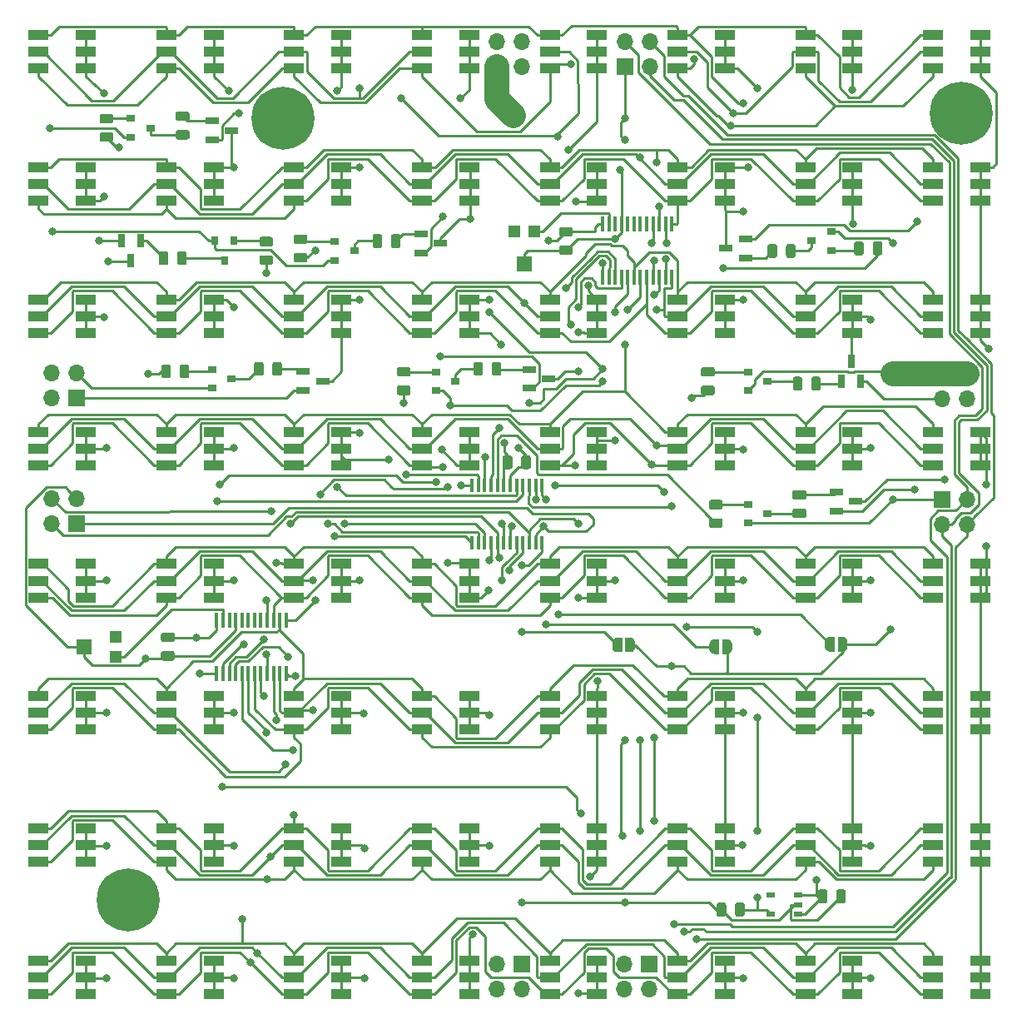
<source format=gbr>
G04 #@! TF.GenerationSoftware,KiCad,Pcbnew,(5.1.5)-3*
G04 #@! TF.CreationDate,2020-01-18T10:24:29-06:00*
G04 #@! TF.ProjectId,ledgrid,6c656467-7269-4642-9e6b-696361645f70,rev?*
G04 #@! TF.SameCoordinates,Original*
G04 #@! TF.FileFunction,Copper,L1,Top*
G04 #@! TF.FilePolarity,Positive*
%FSLAX46Y46*%
G04 Gerber Fmt 4.6, Leading zero omitted, Abs format (unit mm)*
G04 Created by KiCad (PCBNEW (5.1.5)-3) date 2020-01-18 10:24:29*
%MOMM*%
%LPD*%
G04 APERTURE LIST*
%ADD10C,6.400000*%
%ADD11C,0.100000*%
%ADD12R,0.450000X1.475000*%
%ADD13R,0.440000X1.550000*%
%ADD14O,1.700000X1.700000*%
%ADD15R,1.700000X1.700000*%
%ADD16R,1.200000X1.200000*%
%ADD17R,1.500000X1.600000*%
%ADD18R,1.600000X1.500000*%
%ADD19R,0.900000X0.800000*%
%ADD20R,0.650000X1.350000*%
%ADD21R,1.350000X0.650000*%
%ADD22R,0.800000X0.900000*%
%ADD23R,0.900000X0.600000*%
%ADD24R,2.000000X1.100000*%
%ADD25C,0.800000*%
%ADD26C,0.250000*%
%ADD27C,2.500000*%
G04 APERTURE END LIST*
D10*
X199250000Y-49000000D03*
X130250000Y-49500000D03*
X114500000Y-129000000D03*
G04 #@! TA.AperFunction,SMDPad,CuDef*
D11*
G36*
X155205142Y-83801174D02*
G01*
X155228803Y-83804684D01*
X155252007Y-83810496D01*
X155274529Y-83818554D01*
X155296153Y-83828782D01*
X155316670Y-83841079D01*
X155335883Y-83855329D01*
X155353607Y-83871393D01*
X155369671Y-83889117D01*
X155383921Y-83908330D01*
X155396218Y-83928847D01*
X155406446Y-83950471D01*
X155414504Y-83972993D01*
X155420316Y-83996197D01*
X155423826Y-84019858D01*
X155425000Y-84043750D01*
X155425000Y-84956250D01*
X155423826Y-84980142D01*
X155420316Y-85003803D01*
X155414504Y-85027007D01*
X155406446Y-85049529D01*
X155396218Y-85071153D01*
X155383921Y-85091670D01*
X155369671Y-85110883D01*
X155353607Y-85128607D01*
X155335883Y-85144671D01*
X155316670Y-85158921D01*
X155296153Y-85171218D01*
X155274529Y-85181446D01*
X155252007Y-85189504D01*
X155228803Y-85195316D01*
X155205142Y-85198826D01*
X155181250Y-85200000D01*
X154693750Y-85200000D01*
X154669858Y-85198826D01*
X154646197Y-85195316D01*
X154622993Y-85189504D01*
X154600471Y-85181446D01*
X154578847Y-85171218D01*
X154558330Y-85158921D01*
X154539117Y-85144671D01*
X154521393Y-85128607D01*
X154505329Y-85110883D01*
X154491079Y-85091670D01*
X154478782Y-85071153D01*
X154468554Y-85049529D01*
X154460496Y-85027007D01*
X154454684Y-85003803D01*
X154451174Y-84980142D01*
X154450000Y-84956250D01*
X154450000Y-84043750D01*
X154451174Y-84019858D01*
X154454684Y-83996197D01*
X154460496Y-83972993D01*
X154468554Y-83950471D01*
X154478782Y-83928847D01*
X154491079Y-83908330D01*
X154505329Y-83889117D01*
X154521393Y-83871393D01*
X154539117Y-83855329D01*
X154558330Y-83841079D01*
X154578847Y-83828782D01*
X154600471Y-83818554D01*
X154622993Y-83810496D01*
X154646197Y-83804684D01*
X154669858Y-83801174D01*
X154693750Y-83800000D01*
X155181250Y-83800000D01*
X155205142Y-83801174D01*
G37*
G04 #@! TD.AperFunction*
G04 #@! TA.AperFunction,SMDPad,CuDef*
G36*
X153330142Y-83801174D02*
G01*
X153353803Y-83804684D01*
X153377007Y-83810496D01*
X153399529Y-83818554D01*
X153421153Y-83828782D01*
X153441670Y-83841079D01*
X153460883Y-83855329D01*
X153478607Y-83871393D01*
X153494671Y-83889117D01*
X153508921Y-83908330D01*
X153521218Y-83928847D01*
X153531446Y-83950471D01*
X153539504Y-83972993D01*
X153545316Y-83996197D01*
X153548826Y-84019858D01*
X153550000Y-84043750D01*
X153550000Y-84956250D01*
X153548826Y-84980142D01*
X153545316Y-85003803D01*
X153539504Y-85027007D01*
X153531446Y-85049529D01*
X153521218Y-85071153D01*
X153508921Y-85091670D01*
X153494671Y-85110883D01*
X153478607Y-85128607D01*
X153460883Y-85144671D01*
X153441670Y-85158921D01*
X153421153Y-85171218D01*
X153399529Y-85181446D01*
X153377007Y-85189504D01*
X153353803Y-85195316D01*
X153330142Y-85198826D01*
X153306250Y-85200000D01*
X152818750Y-85200000D01*
X152794858Y-85198826D01*
X152771197Y-85195316D01*
X152747993Y-85189504D01*
X152725471Y-85181446D01*
X152703847Y-85171218D01*
X152683330Y-85158921D01*
X152664117Y-85144671D01*
X152646393Y-85128607D01*
X152630329Y-85110883D01*
X152616079Y-85091670D01*
X152603782Y-85071153D01*
X152593554Y-85049529D01*
X152585496Y-85027007D01*
X152579684Y-85003803D01*
X152576174Y-84980142D01*
X152575000Y-84956250D01*
X152575000Y-84043750D01*
X152576174Y-84019858D01*
X152579684Y-83996197D01*
X152585496Y-83972993D01*
X152593554Y-83950471D01*
X152603782Y-83928847D01*
X152616079Y-83908330D01*
X152630329Y-83889117D01*
X152646393Y-83871393D01*
X152664117Y-83855329D01*
X152683330Y-83841079D01*
X152703847Y-83828782D01*
X152725471Y-83818554D01*
X152747993Y-83810496D01*
X152771197Y-83804684D01*
X152794858Y-83801174D01*
X152818750Y-83800000D01*
X153306250Y-83800000D01*
X153330142Y-83801174D01*
G37*
G04 #@! TD.AperFunction*
D12*
X149425000Y-86812000D03*
X150075000Y-86812000D03*
X150725000Y-86812000D03*
X151375000Y-86812000D03*
X152025000Y-86812000D03*
X152675000Y-86812000D03*
X153325000Y-86812000D03*
X153975000Y-86812000D03*
X154625000Y-86812000D03*
X155275000Y-86812000D03*
X155925000Y-86812000D03*
X156575000Y-86812000D03*
X156575000Y-92688000D03*
X155925000Y-92688000D03*
X155275000Y-92688000D03*
X154625000Y-92688000D03*
X153975000Y-92688000D03*
X153325000Y-92688000D03*
X152675000Y-92688000D03*
X152025000Y-92688000D03*
X151375000Y-92688000D03*
X150725000Y-92688000D03*
X150075000Y-92688000D03*
X149425000Y-92688000D03*
D13*
X123480000Y-100525000D03*
X124120000Y-100525000D03*
X124760000Y-100525000D03*
X125400000Y-100525000D03*
X126040000Y-100525000D03*
X126680000Y-100525000D03*
X127320000Y-100525000D03*
X127960000Y-100525000D03*
X128600000Y-100525000D03*
X129240000Y-100525000D03*
X129880000Y-100525000D03*
X130520000Y-100525000D03*
X130520000Y-105975000D03*
X129880000Y-105975000D03*
X129240000Y-105975000D03*
X128600000Y-105975000D03*
X127960000Y-105975000D03*
X127320000Y-105975000D03*
X126680000Y-105975000D03*
X126040000Y-105975000D03*
X125400000Y-105975000D03*
X124760000Y-105975000D03*
X124120000Y-105975000D03*
X123480000Y-105975000D03*
D14*
X199790000Y-78040000D03*
X197250000Y-78040000D03*
X199790000Y-75500000D03*
D15*
X197250000Y-75500000D03*
D14*
X199790000Y-90790000D03*
X197250000Y-90790000D03*
X199790000Y-88250000D03*
D15*
X197250000Y-88250000D03*
D14*
X154540000Y-41710000D03*
X154540000Y-44250000D03*
X152000000Y-41710000D03*
D15*
X152000000Y-44250000D03*
D14*
X167540000Y-41710000D03*
X167540000Y-44250000D03*
X165000000Y-41710000D03*
D15*
X165000000Y-44250000D03*
D16*
X113200000Y-102250000D03*
D17*
X109950000Y-103250000D03*
D16*
X113200000Y-104250000D03*
X153750000Y-61050000D03*
D18*
X154750000Y-64300000D03*
D16*
X155750000Y-61050000D03*
G04 #@! TA.AperFunction,SMDPad,CuDef*
D11*
G36*
X173917642Y-76701174D02*
G01*
X173941303Y-76704684D01*
X173964507Y-76710496D01*
X173987029Y-76718554D01*
X174008653Y-76728782D01*
X174029170Y-76741079D01*
X174048383Y-76755329D01*
X174066107Y-76771393D01*
X174082171Y-76789117D01*
X174096421Y-76808330D01*
X174108718Y-76828847D01*
X174118946Y-76850471D01*
X174127004Y-76872993D01*
X174132816Y-76896197D01*
X174136326Y-76919858D01*
X174137500Y-76943750D01*
X174137500Y-77431250D01*
X174136326Y-77455142D01*
X174132816Y-77478803D01*
X174127004Y-77502007D01*
X174118946Y-77524529D01*
X174108718Y-77546153D01*
X174096421Y-77566670D01*
X174082171Y-77585883D01*
X174066107Y-77603607D01*
X174048383Y-77619671D01*
X174029170Y-77633921D01*
X174008653Y-77646218D01*
X173987029Y-77656446D01*
X173964507Y-77664504D01*
X173941303Y-77670316D01*
X173917642Y-77673826D01*
X173893750Y-77675000D01*
X172981250Y-77675000D01*
X172957358Y-77673826D01*
X172933697Y-77670316D01*
X172910493Y-77664504D01*
X172887971Y-77656446D01*
X172866347Y-77646218D01*
X172845830Y-77633921D01*
X172826617Y-77619671D01*
X172808893Y-77603607D01*
X172792829Y-77585883D01*
X172778579Y-77566670D01*
X172766282Y-77546153D01*
X172756054Y-77524529D01*
X172747996Y-77502007D01*
X172742184Y-77478803D01*
X172738674Y-77455142D01*
X172737500Y-77431250D01*
X172737500Y-76943750D01*
X172738674Y-76919858D01*
X172742184Y-76896197D01*
X172747996Y-76872993D01*
X172756054Y-76850471D01*
X172766282Y-76828847D01*
X172778579Y-76808330D01*
X172792829Y-76789117D01*
X172808893Y-76771393D01*
X172826617Y-76755329D01*
X172845830Y-76741079D01*
X172866347Y-76728782D01*
X172887971Y-76718554D01*
X172910493Y-76710496D01*
X172933697Y-76704684D01*
X172957358Y-76701174D01*
X172981250Y-76700000D01*
X173893750Y-76700000D01*
X173917642Y-76701174D01*
G37*
G04 #@! TD.AperFunction*
G04 #@! TA.AperFunction,SMDPad,CuDef*
G36*
X173917642Y-74826174D02*
G01*
X173941303Y-74829684D01*
X173964507Y-74835496D01*
X173987029Y-74843554D01*
X174008653Y-74853782D01*
X174029170Y-74866079D01*
X174048383Y-74880329D01*
X174066107Y-74896393D01*
X174082171Y-74914117D01*
X174096421Y-74933330D01*
X174108718Y-74953847D01*
X174118946Y-74975471D01*
X174127004Y-74997993D01*
X174132816Y-75021197D01*
X174136326Y-75044858D01*
X174137500Y-75068750D01*
X174137500Y-75556250D01*
X174136326Y-75580142D01*
X174132816Y-75603803D01*
X174127004Y-75627007D01*
X174118946Y-75649529D01*
X174108718Y-75671153D01*
X174096421Y-75691670D01*
X174082171Y-75710883D01*
X174066107Y-75728607D01*
X174048383Y-75744671D01*
X174029170Y-75758921D01*
X174008653Y-75771218D01*
X173987029Y-75781446D01*
X173964507Y-75789504D01*
X173941303Y-75795316D01*
X173917642Y-75798826D01*
X173893750Y-75800000D01*
X172981250Y-75800000D01*
X172957358Y-75798826D01*
X172933697Y-75795316D01*
X172910493Y-75789504D01*
X172887971Y-75781446D01*
X172866347Y-75771218D01*
X172845830Y-75758921D01*
X172826617Y-75744671D01*
X172808893Y-75728607D01*
X172792829Y-75710883D01*
X172778579Y-75691670D01*
X172766282Y-75671153D01*
X172756054Y-75649529D01*
X172747996Y-75627007D01*
X172742184Y-75603803D01*
X172738674Y-75580142D01*
X172737500Y-75556250D01*
X172737500Y-75068750D01*
X172738674Y-75044858D01*
X172742184Y-75021197D01*
X172747996Y-74997993D01*
X172756054Y-74975471D01*
X172766282Y-74953847D01*
X172778579Y-74933330D01*
X172792829Y-74914117D01*
X172808893Y-74896393D01*
X172826617Y-74880329D01*
X172845830Y-74866079D01*
X172866347Y-74853782D01*
X172887971Y-74843554D01*
X172910493Y-74835496D01*
X172933697Y-74829684D01*
X172957358Y-74826174D01*
X172981250Y-74825000D01*
X173893750Y-74825000D01*
X173917642Y-74826174D01*
G37*
G04 #@! TD.AperFunction*
G04 #@! TA.AperFunction,SMDPad,CuDef*
G36*
X182830142Y-75801174D02*
G01*
X182853803Y-75804684D01*
X182877007Y-75810496D01*
X182899529Y-75818554D01*
X182921153Y-75828782D01*
X182941670Y-75841079D01*
X182960883Y-75855329D01*
X182978607Y-75871393D01*
X182994671Y-75889117D01*
X183008921Y-75908330D01*
X183021218Y-75928847D01*
X183031446Y-75950471D01*
X183039504Y-75972993D01*
X183045316Y-75996197D01*
X183048826Y-76019858D01*
X183050000Y-76043750D01*
X183050000Y-76956250D01*
X183048826Y-76980142D01*
X183045316Y-77003803D01*
X183039504Y-77027007D01*
X183031446Y-77049529D01*
X183021218Y-77071153D01*
X183008921Y-77091670D01*
X182994671Y-77110883D01*
X182978607Y-77128607D01*
X182960883Y-77144671D01*
X182941670Y-77158921D01*
X182921153Y-77171218D01*
X182899529Y-77181446D01*
X182877007Y-77189504D01*
X182853803Y-77195316D01*
X182830142Y-77198826D01*
X182806250Y-77200000D01*
X182318750Y-77200000D01*
X182294858Y-77198826D01*
X182271197Y-77195316D01*
X182247993Y-77189504D01*
X182225471Y-77181446D01*
X182203847Y-77171218D01*
X182183330Y-77158921D01*
X182164117Y-77144671D01*
X182146393Y-77128607D01*
X182130329Y-77110883D01*
X182116079Y-77091670D01*
X182103782Y-77071153D01*
X182093554Y-77049529D01*
X182085496Y-77027007D01*
X182079684Y-77003803D01*
X182076174Y-76980142D01*
X182075000Y-76956250D01*
X182075000Y-76043750D01*
X182076174Y-76019858D01*
X182079684Y-75996197D01*
X182085496Y-75972993D01*
X182093554Y-75950471D01*
X182103782Y-75928847D01*
X182116079Y-75908330D01*
X182130329Y-75889117D01*
X182146393Y-75871393D01*
X182164117Y-75855329D01*
X182183330Y-75841079D01*
X182203847Y-75828782D01*
X182225471Y-75818554D01*
X182247993Y-75810496D01*
X182271197Y-75804684D01*
X182294858Y-75801174D01*
X182318750Y-75800000D01*
X182806250Y-75800000D01*
X182830142Y-75801174D01*
G37*
G04 #@! TD.AperFunction*
G04 #@! TA.AperFunction,SMDPad,CuDef*
G36*
X184705142Y-75801174D02*
G01*
X184728803Y-75804684D01*
X184752007Y-75810496D01*
X184774529Y-75818554D01*
X184796153Y-75828782D01*
X184816670Y-75841079D01*
X184835883Y-75855329D01*
X184853607Y-75871393D01*
X184869671Y-75889117D01*
X184883921Y-75908330D01*
X184896218Y-75928847D01*
X184906446Y-75950471D01*
X184914504Y-75972993D01*
X184920316Y-75996197D01*
X184923826Y-76019858D01*
X184925000Y-76043750D01*
X184925000Y-76956250D01*
X184923826Y-76980142D01*
X184920316Y-77003803D01*
X184914504Y-77027007D01*
X184906446Y-77049529D01*
X184896218Y-77071153D01*
X184883921Y-77091670D01*
X184869671Y-77110883D01*
X184853607Y-77128607D01*
X184835883Y-77144671D01*
X184816670Y-77158921D01*
X184796153Y-77171218D01*
X184774529Y-77181446D01*
X184752007Y-77189504D01*
X184728803Y-77195316D01*
X184705142Y-77198826D01*
X184681250Y-77200000D01*
X184193750Y-77200000D01*
X184169858Y-77198826D01*
X184146197Y-77195316D01*
X184122993Y-77189504D01*
X184100471Y-77181446D01*
X184078847Y-77171218D01*
X184058330Y-77158921D01*
X184039117Y-77144671D01*
X184021393Y-77128607D01*
X184005329Y-77110883D01*
X183991079Y-77091670D01*
X183978782Y-77071153D01*
X183968554Y-77049529D01*
X183960496Y-77027007D01*
X183954684Y-77003803D01*
X183951174Y-76980142D01*
X183950000Y-76956250D01*
X183950000Y-76043750D01*
X183951174Y-76019858D01*
X183954684Y-75996197D01*
X183960496Y-75972993D01*
X183968554Y-75950471D01*
X183978782Y-75928847D01*
X183991079Y-75908330D01*
X184005329Y-75889117D01*
X184021393Y-75871393D01*
X184039117Y-75855329D01*
X184058330Y-75841079D01*
X184078847Y-75828782D01*
X184100471Y-75818554D01*
X184122993Y-75810496D01*
X184146197Y-75804684D01*
X184169858Y-75801174D01*
X184193750Y-75800000D01*
X184681250Y-75800000D01*
X184705142Y-75801174D01*
G37*
G04 #@! TD.AperFunction*
G04 #@! TA.AperFunction,SMDPad,CuDef*
G36*
X142980142Y-76701174D02*
G01*
X143003803Y-76704684D01*
X143027007Y-76710496D01*
X143049529Y-76718554D01*
X143071153Y-76728782D01*
X143091670Y-76741079D01*
X143110883Y-76755329D01*
X143128607Y-76771393D01*
X143144671Y-76789117D01*
X143158921Y-76808330D01*
X143171218Y-76828847D01*
X143181446Y-76850471D01*
X143189504Y-76872993D01*
X143195316Y-76896197D01*
X143198826Y-76919858D01*
X143200000Y-76943750D01*
X143200000Y-77431250D01*
X143198826Y-77455142D01*
X143195316Y-77478803D01*
X143189504Y-77502007D01*
X143181446Y-77524529D01*
X143171218Y-77546153D01*
X143158921Y-77566670D01*
X143144671Y-77585883D01*
X143128607Y-77603607D01*
X143110883Y-77619671D01*
X143091670Y-77633921D01*
X143071153Y-77646218D01*
X143049529Y-77656446D01*
X143027007Y-77664504D01*
X143003803Y-77670316D01*
X142980142Y-77673826D01*
X142956250Y-77675000D01*
X142043750Y-77675000D01*
X142019858Y-77673826D01*
X141996197Y-77670316D01*
X141972993Y-77664504D01*
X141950471Y-77656446D01*
X141928847Y-77646218D01*
X141908330Y-77633921D01*
X141889117Y-77619671D01*
X141871393Y-77603607D01*
X141855329Y-77585883D01*
X141841079Y-77566670D01*
X141828782Y-77546153D01*
X141818554Y-77524529D01*
X141810496Y-77502007D01*
X141804684Y-77478803D01*
X141801174Y-77455142D01*
X141800000Y-77431250D01*
X141800000Y-76943750D01*
X141801174Y-76919858D01*
X141804684Y-76896197D01*
X141810496Y-76872993D01*
X141818554Y-76850471D01*
X141828782Y-76828847D01*
X141841079Y-76808330D01*
X141855329Y-76789117D01*
X141871393Y-76771393D01*
X141889117Y-76755329D01*
X141908330Y-76741079D01*
X141928847Y-76728782D01*
X141950471Y-76718554D01*
X141972993Y-76710496D01*
X141996197Y-76704684D01*
X142019858Y-76701174D01*
X142043750Y-76700000D01*
X142956250Y-76700000D01*
X142980142Y-76701174D01*
G37*
G04 #@! TD.AperFunction*
G04 #@! TA.AperFunction,SMDPad,CuDef*
G36*
X142980142Y-74826174D02*
G01*
X143003803Y-74829684D01*
X143027007Y-74835496D01*
X143049529Y-74843554D01*
X143071153Y-74853782D01*
X143091670Y-74866079D01*
X143110883Y-74880329D01*
X143128607Y-74896393D01*
X143144671Y-74914117D01*
X143158921Y-74933330D01*
X143171218Y-74953847D01*
X143181446Y-74975471D01*
X143189504Y-74997993D01*
X143195316Y-75021197D01*
X143198826Y-75044858D01*
X143200000Y-75068750D01*
X143200000Y-75556250D01*
X143198826Y-75580142D01*
X143195316Y-75603803D01*
X143189504Y-75627007D01*
X143181446Y-75649529D01*
X143171218Y-75671153D01*
X143158921Y-75691670D01*
X143144671Y-75710883D01*
X143128607Y-75728607D01*
X143110883Y-75744671D01*
X143091670Y-75758921D01*
X143071153Y-75771218D01*
X143049529Y-75781446D01*
X143027007Y-75789504D01*
X143003803Y-75795316D01*
X142980142Y-75798826D01*
X142956250Y-75800000D01*
X142043750Y-75800000D01*
X142019858Y-75798826D01*
X141996197Y-75795316D01*
X141972993Y-75789504D01*
X141950471Y-75781446D01*
X141928847Y-75771218D01*
X141908330Y-75758921D01*
X141889117Y-75744671D01*
X141871393Y-75728607D01*
X141855329Y-75710883D01*
X141841079Y-75691670D01*
X141828782Y-75671153D01*
X141818554Y-75649529D01*
X141810496Y-75627007D01*
X141804684Y-75603803D01*
X141801174Y-75580142D01*
X141800000Y-75556250D01*
X141800000Y-75068750D01*
X141801174Y-75044858D01*
X141804684Y-75021197D01*
X141810496Y-74997993D01*
X141818554Y-74975471D01*
X141828782Y-74953847D01*
X141841079Y-74933330D01*
X141855329Y-74914117D01*
X141871393Y-74896393D01*
X141889117Y-74880329D01*
X141908330Y-74866079D01*
X141928847Y-74853782D01*
X141950471Y-74843554D01*
X141972993Y-74835496D01*
X141996197Y-74829684D01*
X142019858Y-74826174D01*
X142043750Y-74825000D01*
X142956250Y-74825000D01*
X142980142Y-74826174D01*
G37*
G04 #@! TD.AperFunction*
G04 #@! TA.AperFunction,SMDPad,CuDef*
G36*
X150330142Y-74301174D02*
G01*
X150353803Y-74304684D01*
X150377007Y-74310496D01*
X150399529Y-74318554D01*
X150421153Y-74328782D01*
X150441670Y-74341079D01*
X150460883Y-74355329D01*
X150478607Y-74371393D01*
X150494671Y-74389117D01*
X150508921Y-74408330D01*
X150521218Y-74428847D01*
X150531446Y-74450471D01*
X150539504Y-74472993D01*
X150545316Y-74496197D01*
X150548826Y-74519858D01*
X150550000Y-74543750D01*
X150550000Y-75456250D01*
X150548826Y-75480142D01*
X150545316Y-75503803D01*
X150539504Y-75527007D01*
X150531446Y-75549529D01*
X150521218Y-75571153D01*
X150508921Y-75591670D01*
X150494671Y-75610883D01*
X150478607Y-75628607D01*
X150460883Y-75644671D01*
X150441670Y-75658921D01*
X150421153Y-75671218D01*
X150399529Y-75681446D01*
X150377007Y-75689504D01*
X150353803Y-75695316D01*
X150330142Y-75698826D01*
X150306250Y-75700000D01*
X149818750Y-75700000D01*
X149794858Y-75698826D01*
X149771197Y-75695316D01*
X149747993Y-75689504D01*
X149725471Y-75681446D01*
X149703847Y-75671218D01*
X149683330Y-75658921D01*
X149664117Y-75644671D01*
X149646393Y-75628607D01*
X149630329Y-75610883D01*
X149616079Y-75591670D01*
X149603782Y-75571153D01*
X149593554Y-75549529D01*
X149585496Y-75527007D01*
X149579684Y-75503803D01*
X149576174Y-75480142D01*
X149575000Y-75456250D01*
X149575000Y-74543750D01*
X149576174Y-74519858D01*
X149579684Y-74496197D01*
X149585496Y-74472993D01*
X149593554Y-74450471D01*
X149603782Y-74428847D01*
X149616079Y-74408330D01*
X149630329Y-74389117D01*
X149646393Y-74371393D01*
X149664117Y-74355329D01*
X149683330Y-74341079D01*
X149703847Y-74328782D01*
X149725471Y-74318554D01*
X149747993Y-74310496D01*
X149771197Y-74304684D01*
X149794858Y-74301174D01*
X149818750Y-74300000D01*
X150306250Y-74300000D01*
X150330142Y-74301174D01*
G37*
G04 #@! TD.AperFunction*
G04 #@! TA.AperFunction,SMDPad,CuDef*
G36*
X152205142Y-74301174D02*
G01*
X152228803Y-74304684D01*
X152252007Y-74310496D01*
X152274529Y-74318554D01*
X152296153Y-74328782D01*
X152316670Y-74341079D01*
X152335883Y-74355329D01*
X152353607Y-74371393D01*
X152369671Y-74389117D01*
X152383921Y-74408330D01*
X152396218Y-74428847D01*
X152406446Y-74450471D01*
X152414504Y-74472993D01*
X152420316Y-74496197D01*
X152423826Y-74519858D01*
X152425000Y-74543750D01*
X152425000Y-75456250D01*
X152423826Y-75480142D01*
X152420316Y-75503803D01*
X152414504Y-75527007D01*
X152406446Y-75549529D01*
X152396218Y-75571153D01*
X152383921Y-75591670D01*
X152369671Y-75610883D01*
X152353607Y-75628607D01*
X152335883Y-75644671D01*
X152316670Y-75658921D01*
X152296153Y-75671218D01*
X152274529Y-75681446D01*
X152252007Y-75689504D01*
X152228803Y-75695316D01*
X152205142Y-75698826D01*
X152181250Y-75700000D01*
X151693750Y-75700000D01*
X151669858Y-75698826D01*
X151646197Y-75695316D01*
X151622993Y-75689504D01*
X151600471Y-75681446D01*
X151578847Y-75671218D01*
X151558330Y-75658921D01*
X151539117Y-75644671D01*
X151521393Y-75628607D01*
X151505329Y-75610883D01*
X151491079Y-75591670D01*
X151478782Y-75571153D01*
X151468554Y-75549529D01*
X151460496Y-75527007D01*
X151454684Y-75503803D01*
X151451174Y-75480142D01*
X151450000Y-75456250D01*
X151450000Y-74543750D01*
X151451174Y-74519858D01*
X151454684Y-74496197D01*
X151460496Y-74472993D01*
X151468554Y-74450471D01*
X151478782Y-74428847D01*
X151491079Y-74408330D01*
X151505329Y-74389117D01*
X151521393Y-74371393D01*
X151539117Y-74355329D01*
X151558330Y-74341079D01*
X151578847Y-74328782D01*
X151600471Y-74318554D01*
X151622993Y-74310496D01*
X151646197Y-74304684D01*
X151669858Y-74301174D01*
X151693750Y-74300000D01*
X152181250Y-74300000D01*
X152205142Y-74301174D01*
G37*
G04 #@! TD.AperFunction*
G04 #@! TA.AperFunction,SMDPad,CuDef*
G36*
X174730142Y-90201174D02*
G01*
X174753803Y-90204684D01*
X174777007Y-90210496D01*
X174799529Y-90218554D01*
X174821153Y-90228782D01*
X174841670Y-90241079D01*
X174860883Y-90255329D01*
X174878607Y-90271393D01*
X174894671Y-90289117D01*
X174908921Y-90308330D01*
X174921218Y-90328847D01*
X174931446Y-90350471D01*
X174939504Y-90372993D01*
X174945316Y-90396197D01*
X174948826Y-90419858D01*
X174950000Y-90443750D01*
X174950000Y-90931250D01*
X174948826Y-90955142D01*
X174945316Y-90978803D01*
X174939504Y-91002007D01*
X174931446Y-91024529D01*
X174921218Y-91046153D01*
X174908921Y-91066670D01*
X174894671Y-91085883D01*
X174878607Y-91103607D01*
X174860883Y-91119671D01*
X174841670Y-91133921D01*
X174821153Y-91146218D01*
X174799529Y-91156446D01*
X174777007Y-91164504D01*
X174753803Y-91170316D01*
X174730142Y-91173826D01*
X174706250Y-91175000D01*
X173793750Y-91175000D01*
X173769858Y-91173826D01*
X173746197Y-91170316D01*
X173722993Y-91164504D01*
X173700471Y-91156446D01*
X173678847Y-91146218D01*
X173658330Y-91133921D01*
X173639117Y-91119671D01*
X173621393Y-91103607D01*
X173605329Y-91085883D01*
X173591079Y-91066670D01*
X173578782Y-91046153D01*
X173568554Y-91024529D01*
X173560496Y-91002007D01*
X173554684Y-90978803D01*
X173551174Y-90955142D01*
X173550000Y-90931250D01*
X173550000Y-90443750D01*
X173551174Y-90419858D01*
X173554684Y-90396197D01*
X173560496Y-90372993D01*
X173568554Y-90350471D01*
X173578782Y-90328847D01*
X173591079Y-90308330D01*
X173605329Y-90289117D01*
X173621393Y-90271393D01*
X173639117Y-90255329D01*
X173658330Y-90241079D01*
X173678847Y-90228782D01*
X173700471Y-90218554D01*
X173722993Y-90210496D01*
X173746197Y-90204684D01*
X173769858Y-90201174D01*
X173793750Y-90200000D01*
X174706250Y-90200000D01*
X174730142Y-90201174D01*
G37*
G04 #@! TD.AperFunction*
G04 #@! TA.AperFunction,SMDPad,CuDef*
G36*
X174730142Y-88326174D02*
G01*
X174753803Y-88329684D01*
X174777007Y-88335496D01*
X174799529Y-88343554D01*
X174821153Y-88353782D01*
X174841670Y-88366079D01*
X174860883Y-88380329D01*
X174878607Y-88396393D01*
X174894671Y-88414117D01*
X174908921Y-88433330D01*
X174921218Y-88453847D01*
X174931446Y-88475471D01*
X174939504Y-88497993D01*
X174945316Y-88521197D01*
X174948826Y-88544858D01*
X174950000Y-88568750D01*
X174950000Y-89056250D01*
X174948826Y-89080142D01*
X174945316Y-89103803D01*
X174939504Y-89127007D01*
X174931446Y-89149529D01*
X174921218Y-89171153D01*
X174908921Y-89191670D01*
X174894671Y-89210883D01*
X174878607Y-89228607D01*
X174860883Y-89244671D01*
X174841670Y-89258921D01*
X174821153Y-89271218D01*
X174799529Y-89281446D01*
X174777007Y-89289504D01*
X174753803Y-89295316D01*
X174730142Y-89298826D01*
X174706250Y-89300000D01*
X173793750Y-89300000D01*
X173769858Y-89298826D01*
X173746197Y-89295316D01*
X173722993Y-89289504D01*
X173700471Y-89281446D01*
X173678847Y-89271218D01*
X173658330Y-89258921D01*
X173639117Y-89244671D01*
X173621393Y-89228607D01*
X173605329Y-89210883D01*
X173591079Y-89191670D01*
X173578782Y-89171153D01*
X173568554Y-89149529D01*
X173560496Y-89127007D01*
X173554684Y-89103803D01*
X173551174Y-89080142D01*
X173550000Y-89056250D01*
X173550000Y-88568750D01*
X173551174Y-88544858D01*
X173554684Y-88521197D01*
X173560496Y-88497993D01*
X173568554Y-88475471D01*
X173578782Y-88453847D01*
X173591079Y-88433330D01*
X173605329Y-88414117D01*
X173621393Y-88396393D01*
X173639117Y-88380329D01*
X173658330Y-88366079D01*
X173678847Y-88353782D01*
X173700471Y-88343554D01*
X173722993Y-88335496D01*
X173746197Y-88329684D01*
X173769858Y-88326174D01*
X173793750Y-88325000D01*
X174706250Y-88325000D01*
X174730142Y-88326174D01*
G37*
G04 #@! TD.AperFunction*
G04 #@! TA.AperFunction,SMDPad,CuDef*
G36*
X183230142Y-89201174D02*
G01*
X183253803Y-89204684D01*
X183277007Y-89210496D01*
X183299529Y-89218554D01*
X183321153Y-89228782D01*
X183341670Y-89241079D01*
X183360883Y-89255329D01*
X183378607Y-89271393D01*
X183394671Y-89289117D01*
X183408921Y-89308330D01*
X183421218Y-89328847D01*
X183431446Y-89350471D01*
X183439504Y-89372993D01*
X183445316Y-89396197D01*
X183448826Y-89419858D01*
X183450000Y-89443750D01*
X183450000Y-89931250D01*
X183448826Y-89955142D01*
X183445316Y-89978803D01*
X183439504Y-90002007D01*
X183431446Y-90024529D01*
X183421218Y-90046153D01*
X183408921Y-90066670D01*
X183394671Y-90085883D01*
X183378607Y-90103607D01*
X183360883Y-90119671D01*
X183341670Y-90133921D01*
X183321153Y-90146218D01*
X183299529Y-90156446D01*
X183277007Y-90164504D01*
X183253803Y-90170316D01*
X183230142Y-90173826D01*
X183206250Y-90175000D01*
X182293750Y-90175000D01*
X182269858Y-90173826D01*
X182246197Y-90170316D01*
X182222993Y-90164504D01*
X182200471Y-90156446D01*
X182178847Y-90146218D01*
X182158330Y-90133921D01*
X182139117Y-90119671D01*
X182121393Y-90103607D01*
X182105329Y-90085883D01*
X182091079Y-90066670D01*
X182078782Y-90046153D01*
X182068554Y-90024529D01*
X182060496Y-90002007D01*
X182054684Y-89978803D01*
X182051174Y-89955142D01*
X182050000Y-89931250D01*
X182050000Y-89443750D01*
X182051174Y-89419858D01*
X182054684Y-89396197D01*
X182060496Y-89372993D01*
X182068554Y-89350471D01*
X182078782Y-89328847D01*
X182091079Y-89308330D01*
X182105329Y-89289117D01*
X182121393Y-89271393D01*
X182139117Y-89255329D01*
X182158330Y-89241079D01*
X182178847Y-89228782D01*
X182200471Y-89218554D01*
X182222993Y-89210496D01*
X182246197Y-89204684D01*
X182269858Y-89201174D01*
X182293750Y-89200000D01*
X183206250Y-89200000D01*
X183230142Y-89201174D01*
G37*
G04 #@! TD.AperFunction*
G04 #@! TA.AperFunction,SMDPad,CuDef*
G36*
X183230142Y-87326174D02*
G01*
X183253803Y-87329684D01*
X183277007Y-87335496D01*
X183299529Y-87343554D01*
X183321153Y-87353782D01*
X183341670Y-87366079D01*
X183360883Y-87380329D01*
X183378607Y-87396393D01*
X183394671Y-87414117D01*
X183408921Y-87433330D01*
X183421218Y-87453847D01*
X183431446Y-87475471D01*
X183439504Y-87497993D01*
X183445316Y-87521197D01*
X183448826Y-87544858D01*
X183450000Y-87568750D01*
X183450000Y-88056250D01*
X183448826Y-88080142D01*
X183445316Y-88103803D01*
X183439504Y-88127007D01*
X183431446Y-88149529D01*
X183421218Y-88171153D01*
X183408921Y-88191670D01*
X183394671Y-88210883D01*
X183378607Y-88228607D01*
X183360883Y-88244671D01*
X183341670Y-88258921D01*
X183321153Y-88271218D01*
X183299529Y-88281446D01*
X183277007Y-88289504D01*
X183253803Y-88295316D01*
X183230142Y-88298826D01*
X183206250Y-88300000D01*
X182293750Y-88300000D01*
X182269858Y-88298826D01*
X182246197Y-88295316D01*
X182222993Y-88289504D01*
X182200471Y-88281446D01*
X182178847Y-88271218D01*
X182158330Y-88258921D01*
X182139117Y-88244671D01*
X182121393Y-88228607D01*
X182105329Y-88210883D01*
X182091079Y-88191670D01*
X182078782Y-88171153D01*
X182068554Y-88149529D01*
X182060496Y-88127007D01*
X182054684Y-88103803D01*
X182051174Y-88080142D01*
X182050000Y-88056250D01*
X182050000Y-87568750D01*
X182051174Y-87544858D01*
X182054684Y-87521197D01*
X182060496Y-87497993D01*
X182068554Y-87475471D01*
X182078782Y-87453847D01*
X182091079Y-87433330D01*
X182105329Y-87414117D01*
X182121393Y-87396393D01*
X182139117Y-87380329D01*
X182158330Y-87366079D01*
X182178847Y-87353782D01*
X182200471Y-87343554D01*
X182222993Y-87335496D01*
X182246197Y-87329684D01*
X182269858Y-87326174D01*
X182293750Y-87325000D01*
X183206250Y-87325000D01*
X183230142Y-87326174D01*
G37*
G04 #@! TD.AperFunction*
G04 #@! TA.AperFunction,SMDPad,CuDef*
G36*
X132480142Y-63201174D02*
G01*
X132503803Y-63204684D01*
X132527007Y-63210496D01*
X132549529Y-63218554D01*
X132571153Y-63228782D01*
X132591670Y-63241079D01*
X132610883Y-63255329D01*
X132628607Y-63271393D01*
X132644671Y-63289117D01*
X132658921Y-63308330D01*
X132671218Y-63328847D01*
X132681446Y-63350471D01*
X132689504Y-63372993D01*
X132695316Y-63396197D01*
X132698826Y-63419858D01*
X132700000Y-63443750D01*
X132700000Y-63931250D01*
X132698826Y-63955142D01*
X132695316Y-63978803D01*
X132689504Y-64002007D01*
X132681446Y-64024529D01*
X132671218Y-64046153D01*
X132658921Y-64066670D01*
X132644671Y-64085883D01*
X132628607Y-64103607D01*
X132610883Y-64119671D01*
X132591670Y-64133921D01*
X132571153Y-64146218D01*
X132549529Y-64156446D01*
X132527007Y-64164504D01*
X132503803Y-64170316D01*
X132480142Y-64173826D01*
X132456250Y-64175000D01*
X131543750Y-64175000D01*
X131519858Y-64173826D01*
X131496197Y-64170316D01*
X131472993Y-64164504D01*
X131450471Y-64156446D01*
X131428847Y-64146218D01*
X131408330Y-64133921D01*
X131389117Y-64119671D01*
X131371393Y-64103607D01*
X131355329Y-64085883D01*
X131341079Y-64066670D01*
X131328782Y-64046153D01*
X131318554Y-64024529D01*
X131310496Y-64002007D01*
X131304684Y-63978803D01*
X131301174Y-63955142D01*
X131300000Y-63931250D01*
X131300000Y-63443750D01*
X131301174Y-63419858D01*
X131304684Y-63396197D01*
X131310496Y-63372993D01*
X131318554Y-63350471D01*
X131328782Y-63328847D01*
X131341079Y-63308330D01*
X131355329Y-63289117D01*
X131371393Y-63271393D01*
X131389117Y-63255329D01*
X131408330Y-63241079D01*
X131428847Y-63228782D01*
X131450471Y-63218554D01*
X131472993Y-63210496D01*
X131496197Y-63204684D01*
X131519858Y-63201174D01*
X131543750Y-63200000D01*
X132456250Y-63200000D01*
X132480142Y-63201174D01*
G37*
G04 #@! TD.AperFunction*
G04 #@! TA.AperFunction,SMDPad,CuDef*
G36*
X132480142Y-61326174D02*
G01*
X132503803Y-61329684D01*
X132527007Y-61335496D01*
X132549529Y-61343554D01*
X132571153Y-61353782D01*
X132591670Y-61366079D01*
X132610883Y-61380329D01*
X132628607Y-61396393D01*
X132644671Y-61414117D01*
X132658921Y-61433330D01*
X132671218Y-61453847D01*
X132681446Y-61475471D01*
X132689504Y-61497993D01*
X132695316Y-61521197D01*
X132698826Y-61544858D01*
X132700000Y-61568750D01*
X132700000Y-62056250D01*
X132698826Y-62080142D01*
X132695316Y-62103803D01*
X132689504Y-62127007D01*
X132681446Y-62149529D01*
X132671218Y-62171153D01*
X132658921Y-62191670D01*
X132644671Y-62210883D01*
X132628607Y-62228607D01*
X132610883Y-62244671D01*
X132591670Y-62258921D01*
X132571153Y-62271218D01*
X132549529Y-62281446D01*
X132527007Y-62289504D01*
X132503803Y-62295316D01*
X132480142Y-62298826D01*
X132456250Y-62300000D01*
X131543750Y-62300000D01*
X131519858Y-62298826D01*
X131496197Y-62295316D01*
X131472993Y-62289504D01*
X131450471Y-62281446D01*
X131428847Y-62271218D01*
X131408330Y-62258921D01*
X131389117Y-62244671D01*
X131371393Y-62228607D01*
X131355329Y-62210883D01*
X131341079Y-62191670D01*
X131328782Y-62171153D01*
X131318554Y-62149529D01*
X131310496Y-62127007D01*
X131304684Y-62103803D01*
X131301174Y-62080142D01*
X131300000Y-62056250D01*
X131300000Y-61568750D01*
X131301174Y-61544858D01*
X131304684Y-61521197D01*
X131310496Y-61497993D01*
X131318554Y-61475471D01*
X131328782Y-61453847D01*
X131341079Y-61433330D01*
X131355329Y-61414117D01*
X131371393Y-61396393D01*
X131389117Y-61380329D01*
X131408330Y-61366079D01*
X131428847Y-61353782D01*
X131450471Y-61343554D01*
X131472993Y-61335496D01*
X131496197Y-61329684D01*
X131519858Y-61326174D01*
X131543750Y-61325000D01*
X132456250Y-61325000D01*
X132480142Y-61326174D01*
G37*
G04 #@! TD.AperFunction*
G04 #@! TA.AperFunction,SMDPad,CuDef*
G36*
X140080142Y-61301174D02*
G01*
X140103803Y-61304684D01*
X140127007Y-61310496D01*
X140149529Y-61318554D01*
X140171153Y-61328782D01*
X140191670Y-61341079D01*
X140210883Y-61355329D01*
X140228607Y-61371393D01*
X140244671Y-61389117D01*
X140258921Y-61408330D01*
X140271218Y-61428847D01*
X140281446Y-61450471D01*
X140289504Y-61472993D01*
X140295316Y-61496197D01*
X140298826Y-61519858D01*
X140300000Y-61543750D01*
X140300000Y-62456250D01*
X140298826Y-62480142D01*
X140295316Y-62503803D01*
X140289504Y-62527007D01*
X140281446Y-62549529D01*
X140271218Y-62571153D01*
X140258921Y-62591670D01*
X140244671Y-62610883D01*
X140228607Y-62628607D01*
X140210883Y-62644671D01*
X140191670Y-62658921D01*
X140171153Y-62671218D01*
X140149529Y-62681446D01*
X140127007Y-62689504D01*
X140103803Y-62695316D01*
X140080142Y-62698826D01*
X140056250Y-62700000D01*
X139568750Y-62700000D01*
X139544858Y-62698826D01*
X139521197Y-62695316D01*
X139497993Y-62689504D01*
X139475471Y-62681446D01*
X139453847Y-62671218D01*
X139433330Y-62658921D01*
X139414117Y-62644671D01*
X139396393Y-62628607D01*
X139380329Y-62610883D01*
X139366079Y-62591670D01*
X139353782Y-62571153D01*
X139343554Y-62549529D01*
X139335496Y-62527007D01*
X139329684Y-62503803D01*
X139326174Y-62480142D01*
X139325000Y-62456250D01*
X139325000Y-61543750D01*
X139326174Y-61519858D01*
X139329684Y-61496197D01*
X139335496Y-61472993D01*
X139343554Y-61450471D01*
X139353782Y-61428847D01*
X139366079Y-61408330D01*
X139380329Y-61389117D01*
X139396393Y-61371393D01*
X139414117Y-61355329D01*
X139433330Y-61341079D01*
X139453847Y-61328782D01*
X139475471Y-61318554D01*
X139497993Y-61310496D01*
X139521197Y-61304684D01*
X139544858Y-61301174D01*
X139568750Y-61300000D01*
X140056250Y-61300000D01*
X140080142Y-61301174D01*
G37*
G04 #@! TD.AperFunction*
G04 #@! TA.AperFunction,SMDPad,CuDef*
G36*
X141955142Y-61301174D02*
G01*
X141978803Y-61304684D01*
X142002007Y-61310496D01*
X142024529Y-61318554D01*
X142046153Y-61328782D01*
X142066670Y-61341079D01*
X142085883Y-61355329D01*
X142103607Y-61371393D01*
X142119671Y-61389117D01*
X142133921Y-61408330D01*
X142146218Y-61428847D01*
X142156446Y-61450471D01*
X142164504Y-61472993D01*
X142170316Y-61496197D01*
X142173826Y-61519858D01*
X142175000Y-61543750D01*
X142175000Y-62456250D01*
X142173826Y-62480142D01*
X142170316Y-62503803D01*
X142164504Y-62527007D01*
X142156446Y-62549529D01*
X142146218Y-62571153D01*
X142133921Y-62591670D01*
X142119671Y-62610883D01*
X142103607Y-62628607D01*
X142085883Y-62644671D01*
X142066670Y-62658921D01*
X142046153Y-62671218D01*
X142024529Y-62681446D01*
X142002007Y-62689504D01*
X141978803Y-62695316D01*
X141955142Y-62698826D01*
X141931250Y-62700000D01*
X141443750Y-62700000D01*
X141419858Y-62698826D01*
X141396197Y-62695316D01*
X141372993Y-62689504D01*
X141350471Y-62681446D01*
X141328847Y-62671218D01*
X141308330Y-62658921D01*
X141289117Y-62644671D01*
X141271393Y-62628607D01*
X141255329Y-62610883D01*
X141241079Y-62591670D01*
X141228782Y-62571153D01*
X141218554Y-62549529D01*
X141210496Y-62527007D01*
X141204684Y-62503803D01*
X141201174Y-62480142D01*
X141200000Y-62456250D01*
X141200000Y-61543750D01*
X141201174Y-61519858D01*
X141204684Y-61496197D01*
X141210496Y-61472993D01*
X141218554Y-61450471D01*
X141228782Y-61428847D01*
X141241079Y-61408330D01*
X141255329Y-61389117D01*
X141271393Y-61371393D01*
X141289117Y-61355329D01*
X141308330Y-61341079D01*
X141328847Y-61328782D01*
X141350471Y-61318554D01*
X141372993Y-61310496D01*
X141396197Y-61304684D01*
X141419858Y-61301174D01*
X141443750Y-61300000D01*
X141931250Y-61300000D01*
X141955142Y-61301174D01*
G37*
G04 #@! TD.AperFunction*
G04 #@! TA.AperFunction,SMDPad,CuDef*
G36*
X112730142Y-50951174D02*
G01*
X112753803Y-50954684D01*
X112777007Y-50960496D01*
X112799529Y-50968554D01*
X112821153Y-50978782D01*
X112841670Y-50991079D01*
X112860883Y-51005329D01*
X112878607Y-51021393D01*
X112894671Y-51039117D01*
X112908921Y-51058330D01*
X112921218Y-51078847D01*
X112931446Y-51100471D01*
X112939504Y-51122993D01*
X112945316Y-51146197D01*
X112948826Y-51169858D01*
X112950000Y-51193750D01*
X112950000Y-51681250D01*
X112948826Y-51705142D01*
X112945316Y-51728803D01*
X112939504Y-51752007D01*
X112931446Y-51774529D01*
X112921218Y-51796153D01*
X112908921Y-51816670D01*
X112894671Y-51835883D01*
X112878607Y-51853607D01*
X112860883Y-51869671D01*
X112841670Y-51883921D01*
X112821153Y-51896218D01*
X112799529Y-51906446D01*
X112777007Y-51914504D01*
X112753803Y-51920316D01*
X112730142Y-51923826D01*
X112706250Y-51925000D01*
X111793750Y-51925000D01*
X111769858Y-51923826D01*
X111746197Y-51920316D01*
X111722993Y-51914504D01*
X111700471Y-51906446D01*
X111678847Y-51896218D01*
X111658330Y-51883921D01*
X111639117Y-51869671D01*
X111621393Y-51853607D01*
X111605329Y-51835883D01*
X111591079Y-51816670D01*
X111578782Y-51796153D01*
X111568554Y-51774529D01*
X111560496Y-51752007D01*
X111554684Y-51728803D01*
X111551174Y-51705142D01*
X111550000Y-51681250D01*
X111550000Y-51193750D01*
X111551174Y-51169858D01*
X111554684Y-51146197D01*
X111560496Y-51122993D01*
X111568554Y-51100471D01*
X111578782Y-51078847D01*
X111591079Y-51058330D01*
X111605329Y-51039117D01*
X111621393Y-51021393D01*
X111639117Y-51005329D01*
X111658330Y-50991079D01*
X111678847Y-50978782D01*
X111700471Y-50968554D01*
X111722993Y-50960496D01*
X111746197Y-50954684D01*
X111769858Y-50951174D01*
X111793750Y-50950000D01*
X112706250Y-50950000D01*
X112730142Y-50951174D01*
G37*
G04 #@! TD.AperFunction*
G04 #@! TA.AperFunction,SMDPad,CuDef*
G36*
X112730142Y-49076174D02*
G01*
X112753803Y-49079684D01*
X112777007Y-49085496D01*
X112799529Y-49093554D01*
X112821153Y-49103782D01*
X112841670Y-49116079D01*
X112860883Y-49130329D01*
X112878607Y-49146393D01*
X112894671Y-49164117D01*
X112908921Y-49183330D01*
X112921218Y-49203847D01*
X112931446Y-49225471D01*
X112939504Y-49247993D01*
X112945316Y-49271197D01*
X112948826Y-49294858D01*
X112950000Y-49318750D01*
X112950000Y-49806250D01*
X112948826Y-49830142D01*
X112945316Y-49853803D01*
X112939504Y-49877007D01*
X112931446Y-49899529D01*
X112921218Y-49921153D01*
X112908921Y-49941670D01*
X112894671Y-49960883D01*
X112878607Y-49978607D01*
X112860883Y-49994671D01*
X112841670Y-50008921D01*
X112821153Y-50021218D01*
X112799529Y-50031446D01*
X112777007Y-50039504D01*
X112753803Y-50045316D01*
X112730142Y-50048826D01*
X112706250Y-50050000D01*
X111793750Y-50050000D01*
X111769858Y-50048826D01*
X111746197Y-50045316D01*
X111722993Y-50039504D01*
X111700471Y-50031446D01*
X111678847Y-50021218D01*
X111658330Y-50008921D01*
X111639117Y-49994671D01*
X111621393Y-49978607D01*
X111605329Y-49960883D01*
X111591079Y-49941670D01*
X111578782Y-49921153D01*
X111568554Y-49899529D01*
X111560496Y-49877007D01*
X111554684Y-49853803D01*
X111551174Y-49830142D01*
X111550000Y-49806250D01*
X111550000Y-49318750D01*
X111551174Y-49294858D01*
X111554684Y-49271197D01*
X111560496Y-49247993D01*
X111568554Y-49225471D01*
X111578782Y-49203847D01*
X111591079Y-49183330D01*
X111605329Y-49164117D01*
X111621393Y-49146393D01*
X111639117Y-49130329D01*
X111658330Y-49116079D01*
X111678847Y-49103782D01*
X111700471Y-49093554D01*
X111722993Y-49085496D01*
X111746197Y-49079684D01*
X111769858Y-49076174D01*
X111793750Y-49075000D01*
X112706250Y-49075000D01*
X112730142Y-49076174D01*
G37*
G04 #@! TD.AperFunction*
G04 #@! TA.AperFunction,SMDPad,CuDef*
G36*
X120480142Y-50701174D02*
G01*
X120503803Y-50704684D01*
X120527007Y-50710496D01*
X120549529Y-50718554D01*
X120571153Y-50728782D01*
X120591670Y-50741079D01*
X120610883Y-50755329D01*
X120628607Y-50771393D01*
X120644671Y-50789117D01*
X120658921Y-50808330D01*
X120671218Y-50828847D01*
X120681446Y-50850471D01*
X120689504Y-50872993D01*
X120695316Y-50896197D01*
X120698826Y-50919858D01*
X120700000Y-50943750D01*
X120700000Y-51431250D01*
X120698826Y-51455142D01*
X120695316Y-51478803D01*
X120689504Y-51502007D01*
X120681446Y-51524529D01*
X120671218Y-51546153D01*
X120658921Y-51566670D01*
X120644671Y-51585883D01*
X120628607Y-51603607D01*
X120610883Y-51619671D01*
X120591670Y-51633921D01*
X120571153Y-51646218D01*
X120549529Y-51656446D01*
X120527007Y-51664504D01*
X120503803Y-51670316D01*
X120480142Y-51673826D01*
X120456250Y-51675000D01*
X119543750Y-51675000D01*
X119519858Y-51673826D01*
X119496197Y-51670316D01*
X119472993Y-51664504D01*
X119450471Y-51656446D01*
X119428847Y-51646218D01*
X119408330Y-51633921D01*
X119389117Y-51619671D01*
X119371393Y-51603607D01*
X119355329Y-51585883D01*
X119341079Y-51566670D01*
X119328782Y-51546153D01*
X119318554Y-51524529D01*
X119310496Y-51502007D01*
X119304684Y-51478803D01*
X119301174Y-51455142D01*
X119300000Y-51431250D01*
X119300000Y-50943750D01*
X119301174Y-50919858D01*
X119304684Y-50896197D01*
X119310496Y-50872993D01*
X119318554Y-50850471D01*
X119328782Y-50828847D01*
X119341079Y-50808330D01*
X119355329Y-50789117D01*
X119371393Y-50771393D01*
X119389117Y-50755329D01*
X119408330Y-50741079D01*
X119428847Y-50728782D01*
X119450471Y-50718554D01*
X119472993Y-50710496D01*
X119496197Y-50704684D01*
X119519858Y-50701174D01*
X119543750Y-50700000D01*
X120456250Y-50700000D01*
X120480142Y-50701174D01*
G37*
G04 #@! TD.AperFunction*
G04 #@! TA.AperFunction,SMDPad,CuDef*
G36*
X120480142Y-48826174D02*
G01*
X120503803Y-48829684D01*
X120527007Y-48835496D01*
X120549529Y-48843554D01*
X120571153Y-48853782D01*
X120591670Y-48866079D01*
X120610883Y-48880329D01*
X120628607Y-48896393D01*
X120644671Y-48914117D01*
X120658921Y-48933330D01*
X120671218Y-48953847D01*
X120681446Y-48975471D01*
X120689504Y-48997993D01*
X120695316Y-49021197D01*
X120698826Y-49044858D01*
X120700000Y-49068750D01*
X120700000Y-49556250D01*
X120698826Y-49580142D01*
X120695316Y-49603803D01*
X120689504Y-49627007D01*
X120681446Y-49649529D01*
X120671218Y-49671153D01*
X120658921Y-49691670D01*
X120644671Y-49710883D01*
X120628607Y-49728607D01*
X120610883Y-49744671D01*
X120591670Y-49758921D01*
X120571153Y-49771218D01*
X120549529Y-49781446D01*
X120527007Y-49789504D01*
X120503803Y-49795316D01*
X120480142Y-49798826D01*
X120456250Y-49800000D01*
X119543750Y-49800000D01*
X119519858Y-49798826D01*
X119496197Y-49795316D01*
X119472993Y-49789504D01*
X119450471Y-49781446D01*
X119428847Y-49771218D01*
X119408330Y-49758921D01*
X119389117Y-49744671D01*
X119371393Y-49728607D01*
X119355329Y-49710883D01*
X119341079Y-49691670D01*
X119328782Y-49671153D01*
X119318554Y-49649529D01*
X119310496Y-49627007D01*
X119304684Y-49603803D01*
X119301174Y-49580142D01*
X119300000Y-49556250D01*
X119300000Y-49068750D01*
X119301174Y-49044858D01*
X119304684Y-49021197D01*
X119310496Y-48997993D01*
X119318554Y-48975471D01*
X119328782Y-48953847D01*
X119341079Y-48933330D01*
X119355329Y-48914117D01*
X119371393Y-48896393D01*
X119389117Y-48880329D01*
X119408330Y-48866079D01*
X119428847Y-48853782D01*
X119450471Y-48843554D01*
X119472993Y-48835496D01*
X119496197Y-48829684D01*
X119519858Y-48826174D01*
X119543750Y-48825000D01*
X120456250Y-48825000D01*
X120480142Y-48826174D01*
G37*
G04 #@! TD.AperFunction*
G04 #@! TA.AperFunction,SMDPad,CuDef*
G36*
X190955142Y-62051174D02*
G01*
X190978803Y-62054684D01*
X191002007Y-62060496D01*
X191024529Y-62068554D01*
X191046153Y-62078782D01*
X191066670Y-62091079D01*
X191085883Y-62105329D01*
X191103607Y-62121393D01*
X191119671Y-62139117D01*
X191133921Y-62158330D01*
X191146218Y-62178847D01*
X191156446Y-62200471D01*
X191164504Y-62222993D01*
X191170316Y-62246197D01*
X191173826Y-62269858D01*
X191175000Y-62293750D01*
X191175000Y-63206250D01*
X191173826Y-63230142D01*
X191170316Y-63253803D01*
X191164504Y-63277007D01*
X191156446Y-63299529D01*
X191146218Y-63321153D01*
X191133921Y-63341670D01*
X191119671Y-63360883D01*
X191103607Y-63378607D01*
X191085883Y-63394671D01*
X191066670Y-63408921D01*
X191046153Y-63421218D01*
X191024529Y-63431446D01*
X191002007Y-63439504D01*
X190978803Y-63445316D01*
X190955142Y-63448826D01*
X190931250Y-63450000D01*
X190443750Y-63450000D01*
X190419858Y-63448826D01*
X190396197Y-63445316D01*
X190372993Y-63439504D01*
X190350471Y-63431446D01*
X190328847Y-63421218D01*
X190308330Y-63408921D01*
X190289117Y-63394671D01*
X190271393Y-63378607D01*
X190255329Y-63360883D01*
X190241079Y-63341670D01*
X190228782Y-63321153D01*
X190218554Y-63299529D01*
X190210496Y-63277007D01*
X190204684Y-63253803D01*
X190201174Y-63230142D01*
X190200000Y-63206250D01*
X190200000Y-62293750D01*
X190201174Y-62269858D01*
X190204684Y-62246197D01*
X190210496Y-62222993D01*
X190218554Y-62200471D01*
X190228782Y-62178847D01*
X190241079Y-62158330D01*
X190255329Y-62139117D01*
X190271393Y-62121393D01*
X190289117Y-62105329D01*
X190308330Y-62091079D01*
X190328847Y-62078782D01*
X190350471Y-62068554D01*
X190372993Y-62060496D01*
X190396197Y-62054684D01*
X190419858Y-62051174D01*
X190443750Y-62050000D01*
X190931250Y-62050000D01*
X190955142Y-62051174D01*
G37*
G04 #@! TD.AperFunction*
G04 #@! TA.AperFunction,SMDPad,CuDef*
G36*
X189080142Y-62051174D02*
G01*
X189103803Y-62054684D01*
X189127007Y-62060496D01*
X189149529Y-62068554D01*
X189171153Y-62078782D01*
X189191670Y-62091079D01*
X189210883Y-62105329D01*
X189228607Y-62121393D01*
X189244671Y-62139117D01*
X189258921Y-62158330D01*
X189271218Y-62178847D01*
X189281446Y-62200471D01*
X189289504Y-62222993D01*
X189295316Y-62246197D01*
X189298826Y-62269858D01*
X189300000Y-62293750D01*
X189300000Y-63206250D01*
X189298826Y-63230142D01*
X189295316Y-63253803D01*
X189289504Y-63277007D01*
X189281446Y-63299529D01*
X189271218Y-63321153D01*
X189258921Y-63341670D01*
X189244671Y-63360883D01*
X189228607Y-63378607D01*
X189210883Y-63394671D01*
X189191670Y-63408921D01*
X189171153Y-63421218D01*
X189149529Y-63431446D01*
X189127007Y-63439504D01*
X189103803Y-63445316D01*
X189080142Y-63448826D01*
X189056250Y-63450000D01*
X188568750Y-63450000D01*
X188544858Y-63448826D01*
X188521197Y-63445316D01*
X188497993Y-63439504D01*
X188475471Y-63431446D01*
X188453847Y-63421218D01*
X188433330Y-63408921D01*
X188414117Y-63394671D01*
X188396393Y-63378607D01*
X188380329Y-63360883D01*
X188366079Y-63341670D01*
X188353782Y-63321153D01*
X188343554Y-63299529D01*
X188335496Y-63277007D01*
X188329684Y-63253803D01*
X188326174Y-63230142D01*
X188325000Y-63206250D01*
X188325000Y-62293750D01*
X188326174Y-62269858D01*
X188329684Y-62246197D01*
X188335496Y-62222993D01*
X188343554Y-62200471D01*
X188353782Y-62178847D01*
X188366079Y-62158330D01*
X188380329Y-62139117D01*
X188396393Y-62121393D01*
X188414117Y-62105329D01*
X188433330Y-62091079D01*
X188453847Y-62078782D01*
X188475471Y-62068554D01*
X188497993Y-62060496D01*
X188521197Y-62054684D01*
X188544858Y-62051174D01*
X188568750Y-62050000D01*
X189056250Y-62050000D01*
X189080142Y-62051174D01*
G37*
G04 #@! TD.AperFunction*
G04 #@! TA.AperFunction,SMDPad,CuDef*
G36*
X182142642Y-62301174D02*
G01*
X182166303Y-62304684D01*
X182189507Y-62310496D01*
X182212029Y-62318554D01*
X182233653Y-62328782D01*
X182254170Y-62341079D01*
X182273383Y-62355329D01*
X182291107Y-62371393D01*
X182307171Y-62389117D01*
X182321421Y-62408330D01*
X182333718Y-62428847D01*
X182343946Y-62450471D01*
X182352004Y-62472993D01*
X182357816Y-62496197D01*
X182361326Y-62519858D01*
X182362500Y-62543750D01*
X182362500Y-63456250D01*
X182361326Y-63480142D01*
X182357816Y-63503803D01*
X182352004Y-63527007D01*
X182343946Y-63549529D01*
X182333718Y-63571153D01*
X182321421Y-63591670D01*
X182307171Y-63610883D01*
X182291107Y-63628607D01*
X182273383Y-63644671D01*
X182254170Y-63658921D01*
X182233653Y-63671218D01*
X182212029Y-63681446D01*
X182189507Y-63689504D01*
X182166303Y-63695316D01*
X182142642Y-63698826D01*
X182118750Y-63700000D01*
X181631250Y-63700000D01*
X181607358Y-63698826D01*
X181583697Y-63695316D01*
X181560493Y-63689504D01*
X181537971Y-63681446D01*
X181516347Y-63671218D01*
X181495830Y-63658921D01*
X181476617Y-63644671D01*
X181458893Y-63628607D01*
X181442829Y-63610883D01*
X181428579Y-63591670D01*
X181416282Y-63571153D01*
X181406054Y-63549529D01*
X181397996Y-63527007D01*
X181392184Y-63503803D01*
X181388674Y-63480142D01*
X181387500Y-63456250D01*
X181387500Y-62543750D01*
X181388674Y-62519858D01*
X181392184Y-62496197D01*
X181397996Y-62472993D01*
X181406054Y-62450471D01*
X181416282Y-62428847D01*
X181428579Y-62408330D01*
X181442829Y-62389117D01*
X181458893Y-62371393D01*
X181476617Y-62355329D01*
X181495830Y-62341079D01*
X181516347Y-62328782D01*
X181537971Y-62318554D01*
X181560493Y-62310496D01*
X181583697Y-62304684D01*
X181607358Y-62301174D01*
X181631250Y-62300000D01*
X182118750Y-62300000D01*
X182142642Y-62301174D01*
G37*
G04 #@! TD.AperFunction*
G04 #@! TA.AperFunction,SMDPad,CuDef*
G36*
X180267642Y-62301174D02*
G01*
X180291303Y-62304684D01*
X180314507Y-62310496D01*
X180337029Y-62318554D01*
X180358653Y-62328782D01*
X180379170Y-62341079D01*
X180398383Y-62355329D01*
X180416107Y-62371393D01*
X180432171Y-62389117D01*
X180446421Y-62408330D01*
X180458718Y-62428847D01*
X180468946Y-62450471D01*
X180477004Y-62472993D01*
X180482816Y-62496197D01*
X180486326Y-62519858D01*
X180487500Y-62543750D01*
X180487500Y-63456250D01*
X180486326Y-63480142D01*
X180482816Y-63503803D01*
X180477004Y-63527007D01*
X180468946Y-63549529D01*
X180458718Y-63571153D01*
X180446421Y-63591670D01*
X180432171Y-63610883D01*
X180416107Y-63628607D01*
X180398383Y-63644671D01*
X180379170Y-63658921D01*
X180358653Y-63671218D01*
X180337029Y-63681446D01*
X180314507Y-63689504D01*
X180291303Y-63695316D01*
X180267642Y-63698826D01*
X180243750Y-63700000D01*
X179756250Y-63700000D01*
X179732358Y-63698826D01*
X179708697Y-63695316D01*
X179685493Y-63689504D01*
X179662971Y-63681446D01*
X179641347Y-63671218D01*
X179620830Y-63658921D01*
X179601617Y-63644671D01*
X179583893Y-63628607D01*
X179567829Y-63610883D01*
X179553579Y-63591670D01*
X179541282Y-63571153D01*
X179531054Y-63549529D01*
X179522996Y-63527007D01*
X179517184Y-63503803D01*
X179513674Y-63480142D01*
X179512500Y-63456250D01*
X179512500Y-62543750D01*
X179513674Y-62519858D01*
X179517184Y-62496197D01*
X179522996Y-62472993D01*
X179531054Y-62450471D01*
X179541282Y-62428847D01*
X179553579Y-62408330D01*
X179567829Y-62389117D01*
X179583893Y-62371393D01*
X179601617Y-62355329D01*
X179620830Y-62341079D01*
X179641347Y-62328782D01*
X179662971Y-62318554D01*
X179685493Y-62310496D01*
X179708697Y-62304684D01*
X179732358Y-62301174D01*
X179756250Y-62300000D01*
X180243750Y-62300000D01*
X180267642Y-62301174D01*
G37*
G04 #@! TD.AperFunction*
G04 #@! TA.AperFunction,SMDPad,CuDef*
G36*
X118580142Y-74551174D02*
G01*
X118603803Y-74554684D01*
X118627007Y-74560496D01*
X118649529Y-74568554D01*
X118671153Y-74578782D01*
X118691670Y-74591079D01*
X118710883Y-74605329D01*
X118728607Y-74621393D01*
X118744671Y-74639117D01*
X118758921Y-74658330D01*
X118771218Y-74678847D01*
X118781446Y-74700471D01*
X118789504Y-74722993D01*
X118795316Y-74746197D01*
X118798826Y-74769858D01*
X118800000Y-74793750D01*
X118800000Y-75706250D01*
X118798826Y-75730142D01*
X118795316Y-75753803D01*
X118789504Y-75777007D01*
X118781446Y-75799529D01*
X118771218Y-75821153D01*
X118758921Y-75841670D01*
X118744671Y-75860883D01*
X118728607Y-75878607D01*
X118710883Y-75894671D01*
X118691670Y-75908921D01*
X118671153Y-75921218D01*
X118649529Y-75931446D01*
X118627007Y-75939504D01*
X118603803Y-75945316D01*
X118580142Y-75948826D01*
X118556250Y-75950000D01*
X118068750Y-75950000D01*
X118044858Y-75948826D01*
X118021197Y-75945316D01*
X117997993Y-75939504D01*
X117975471Y-75931446D01*
X117953847Y-75921218D01*
X117933330Y-75908921D01*
X117914117Y-75894671D01*
X117896393Y-75878607D01*
X117880329Y-75860883D01*
X117866079Y-75841670D01*
X117853782Y-75821153D01*
X117843554Y-75799529D01*
X117835496Y-75777007D01*
X117829684Y-75753803D01*
X117826174Y-75730142D01*
X117825000Y-75706250D01*
X117825000Y-74793750D01*
X117826174Y-74769858D01*
X117829684Y-74746197D01*
X117835496Y-74722993D01*
X117843554Y-74700471D01*
X117853782Y-74678847D01*
X117866079Y-74658330D01*
X117880329Y-74639117D01*
X117896393Y-74621393D01*
X117914117Y-74605329D01*
X117933330Y-74591079D01*
X117953847Y-74578782D01*
X117975471Y-74568554D01*
X117997993Y-74560496D01*
X118021197Y-74554684D01*
X118044858Y-74551174D01*
X118068750Y-74550000D01*
X118556250Y-74550000D01*
X118580142Y-74551174D01*
G37*
G04 #@! TD.AperFunction*
G04 #@! TA.AperFunction,SMDPad,CuDef*
G36*
X120455142Y-74551174D02*
G01*
X120478803Y-74554684D01*
X120502007Y-74560496D01*
X120524529Y-74568554D01*
X120546153Y-74578782D01*
X120566670Y-74591079D01*
X120585883Y-74605329D01*
X120603607Y-74621393D01*
X120619671Y-74639117D01*
X120633921Y-74658330D01*
X120646218Y-74678847D01*
X120656446Y-74700471D01*
X120664504Y-74722993D01*
X120670316Y-74746197D01*
X120673826Y-74769858D01*
X120675000Y-74793750D01*
X120675000Y-75706250D01*
X120673826Y-75730142D01*
X120670316Y-75753803D01*
X120664504Y-75777007D01*
X120656446Y-75799529D01*
X120646218Y-75821153D01*
X120633921Y-75841670D01*
X120619671Y-75860883D01*
X120603607Y-75878607D01*
X120585883Y-75894671D01*
X120566670Y-75908921D01*
X120546153Y-75921218D01*
X120524529Y-75931446D01*
X120502007Y-75939504D01*
X120478803Y-75945316D01*
X120455142Y-75948826D01*
X120431250Y-75950000D01*
X119943750Y-75950000D01*
X119919858Y-75948826D01*
X119896197Y-75945316D01*
X119872993Y-75939504D01*
X119850471Y-75931446D01*
X119828847Y-75921218D01*
X119808330Y-75908921D01*
X119789117Y-75894671D01*
X119771393Y-75878607D01*
X119755329Y-75860883D01*
X119741079Y-75841670D01*
X119728782Y-75821153D01*
X119718554Y-75799529D01*
X119710496Y-75777007D01*
X119704684Y-75753803D01*
X119701174Y-75730142D01*
X119700000Y-75706250D01*
X119700000Y-74793750D01*
X119701174Y-74769858D01*
X119704684Y-74746197D01*
X119710496Y-74722993D01*
X119718554Y-74700471D01*
X119728782Y-74678847D01*
X119741079Y-74658330D01*
X119755329Y-74639117D01*
X119771393Y-74621393D01*
X119789117Y-74605329D01*
X119808330Y-74591079D01*
X119828847Y-74578782D01*
X119850471Y-74568554D01*
X119872993Y-74560496D01*
X119896197Y-74554684D01*
X119919858Y-74551174D01*
X119943750Y-74550000D01*
X120431250Y-74550000D01*
X120455142Y-74551174D01*
G37*
G04 #@! TD.AperFunction*
G04 #@! TA.AperFunction,SMDPad,CuDef*
G36*
X128017642Y-74301174D02*
G01*
X128041303Y-74304684D01*
X128064507Y-74310496D01*
X128087029Y-74318554D01*
X128108653Y-74328782D01*
X128129170Y-74341079D01*
X128148383Y-74355329D01*
X128166107Y-74371393D01*
X128182171Y-74389117D01*
X128196421Y-74408330D01*
X128208718Y-74428847D01*
X128218946Y-74450471D01*
X128227004Y-74472993D01*
X128232816Y-74496197D01*
X128236326Y-74519858D01*
X128237500Y-74543750D01*
X128237500Y-75456250D01*
X128236326Y-75480142D01*
X128232816Y-75503803D01*
X128227004Y-75527007D01*
X128218946Y-75549529D01*
X128208718Y-75571153D01*
X128196421Y-75591670D01*
X128182171Y-75610883D01*
X128166107Y-75628607D01*
X128148383Y-75644671D01*
X128129170Y-75658921D01*
X128108653Y-75671218D01*
X128087029Y-75681446D01*
X128064507Y-75689504D01*
X128041303Y-75695316D01*
X128017642Y-75698826D01*
X127993750Y-75700000D01*
X127506250Y-75700000D01*
X127482358Y-75698826D01*
X127458697Y-75695316D01*
X127435493Y-75689504D01*
X127412971Y-75681446D01*
X127391347Y-75671218D01*
X127370830Y-75658921D01*
X127351617Y-75644671D01*
X127333893Y-75628607D01*
X127317829Y-75610883D01*
X127303579Y-75591670D01*
X127291282Y-75571153D01*
X127281054Y-75549529D01*
X127272996Y-75527007D01*
X127267184Y-75503803D01*
X127263674Y-75480142D01*
X127262500Y-75456250D01*
X127262500Y-74543750D01*
X127263674Y-74519858D01*
X127267184Y-74496197D01*
X127272996Y-74472993D01*
X127281054Y-74450471D01*
X127291282Y-74428847D01*
X127303579Y-74408330D01*
X127317829Y-74389117D01*
X127333893Y-74371393D01*
X127351617Y-74355329D01*
X127370830Y-74341079D01*
X127391347Y-74328782D01*
X127412971Y-74318554D01*
X127435493Y-74310496D01*
X127458697Y-74304684D01*
X127482358Y-74301174D01*
X127506250Y-74300000D01*
X127993750Y-74300000D01*
X128017642Y-74301174D01*
G37*
G04 #@! TD.AperFunction*
G04 #@! TA.AperFunction,SMDPad,CuDef*
G36*
X129892642Y-74301174D02*
G01*
X129916303Y-74304684D01*
X129939507Y-74310496D01*
X129962029Y-74318554D01*
X129983653Y-74328782D01*
X130004170Y-74341079D01*
X130023383Y-74355329D01*
X130041107Y-74371393D01*
X130057171Y-74389117D01*
X130071421Y-74408330D01*
X130083718Y-74428847D01*
X130093946Y-74450471D01*
X130102004Y-74472993D01*
X130107816Y-74496197D01*
X130111326Y-74519858D01*
X130112500Y-74543750D01*
X130112500Y-75456250D01*
X130111326Y-75480142D01*
X130107816Y-75503803D01*
X130102004Y-75527007D01*
X130093946Y-75549529D01*
X130083718Y-75571153D01*
X130071421Y-75591670D01*
X130057171Y-75610883D01*
X130041107Y-75628607D01*
X130023383Y-75644671D01*
X130004170Y-75658921D01*
X129983653Y-75671218D01*
X129962029Y-75681446D01*
X129939507Y-75689504D01*
X129916303Y-75695316D01*
X129892642Y-75698826D01*
X129868750Y-75700000D01*
X129381250Y-75700000D01*
X129357358Y-75698826D01*
X129333697Y-75695316D01*
X129310493Y-75689504D01*
X129287971Y-75681446D01*
X129266347Y-75671218D01*
X129245830Y-75658921D01*
X129226617Y-75644671D01*
X129208893Y-75628607D01*
X129192829Y-75610883D01*
X129178579Y-75591670D01*
X129166282Y-75571153D01*
X129156054Y-75549529D01*
X129147996Y-75527007D01*
X129142184Y-75503803D01*
X129138674Y-75480142D01*
X129137500Y-75456250D01*
X129137500Y-74543750D01*
X129138674Y-74519858D01*
X129142184Y-74496197D01*
X129147996Y-74472993D01*
X129156054Y-74450471D01*
X129166282Y-74428847D01*
X129178579Y-74408330D01*
X129192829Y-74389117D01*
X129208893Y-74371393D01*
X129226617Y-74355329D01*
X129245830Y-74341079D01*
X129266347Y-74328782D01*
X129287971Y-74318554D01*
X129310493Y-74310496D01*
X129333697Y-74304684D01*
X129357358Y-74301174D01*
X129381250Y-74300000D01*
X129868750Y-74300000D01*
X129892642Y-74301174D01*
G37*
G04 #@! TD.AperFunction*
G04 #@! TA.AperFunction,SMDPad,CuDef*
G36*
X128980142Y-63451174D02*
G01*
X129003803Y-63454684D01*
X129027007Y-63460496D01*
X129049529Y-63468554D01*
X129071153Y-63478782D01*
X129091670Y-63491079D01*
X129110883Y-63505329D01*
X129128607Y-63521393D01*
X129144671Y-63539117D01*
X129158921Y-63558330D01*
X129171218Y-63578847D01*
X129181446Y-63600471D01*
X129189504Y-63622993D01*
X129195316Y-63646197D01*
X129198826Y-63669858D01*
X129200000Y-63693750D01*
X129200000Y-64181250D01*
X129198826Y-64205142D01*
X129195316Y-64228803D01*
X129189504Y-64252007D01*
X129181446Y-64274529D01*
X129171218Y-64296153D01*
X129158921Y-64316670D01*
X129144671Y-64335883D01*
X129128607Y-64353607D01*
X129110883Y-64369671D01*
X129091670Y-64383921D01*
X129071153Y-64396218D01*
X129049529Y-64406446D01*
X129027007Y-64414504D01*
X129003803Y-64420316D01*
X128980142Y-64423826D01*
X128956250Y-64425000D01*
X128043750Y-64425000D01*
X128019858Y-64423826D01*
X127996197Y-64420316D01*
X127972993Y-64414504D01*
X127950471Y-64406446D01*
X127928847Y-64396218D01*
X127908330Y-64383921D01*
X127889117Y-64369671D01*
X127871393Y-64353607D01*
X127855329Y-64335883D01*
X127841079Y-64316670D01*
X127828782Y-64296153D01*
X127818554Y-64274529D01*
X127810496Y-64252007D01*
X127804684Y-64228803D01*
X127801174Y-64205142D01*
X127800000Y-64181250D01*
X127800000Y-63693750D01*
X127801174Y-63669858D01*
X127804684Y-63646197D01*
X127810496Y-63622993D01*
X127818554Y-63600471D01*
X127828782Y-63578847D01*
X127841079Y-63558330D01*
X127855329Y-63539117D01*
X127871393Y-63521393D01*
X127889117Y-63505329D01*
X127908330Y-63491079D01*
X127928847Y-63478782D01*
X127950471Y-63468554D01*
X127972993Y-63460496D01*
X127996197Y-63454684D01*
X128019858Y-63451174D01*
X128043750Y-63450000D01*
X128956250Y-63450000D01*
X128980142Y-63451174D01*
G37*
G04 #@! TD.AperFunction*
G04 #@! TA.AperFunction,SMDPad,CuDef*
G36*
X128980142Y-61576174D02*
G01*
X129003803Y-61579684D01*
X129027007Y-61585496D01*
X129049529Y-61593554D01*
X129071153Y-61603782D01*
X129091670Y-61616079D01*
X129110883Y-61630329D01*
X129128607Y-61646393D01*
X129144671Y-61664117D01*
X129158921Y-61683330D01*
X129171218Y-61703847D01*
X129181446Y-61725471D01*
X129189504Y-61747993D01*
X129195316Y-61771197D01*
X129198826Y-61794858D01*
X129200000Y-61818750D01*
X129200000Y-62306250D01*
X129198826Y-62330142D01*
X129195316Y-62353803D01*
X129189504Y-62377007D01*
X129181446Y-62399529D01*
X129171218Y-62421153D01*
X129158921Y-62441670D01*
X129144671Y-62460883D01*
X129128607Y-62478607D01*
X129110883Y-62494671D01*
X129091670Y-62508921D01*
X129071153Y-62521218D01*
X129049529Y-62531446D01*
X129027007Y-62539504D01*
X129003803Y-62545316D01*
X128980142Y-62548826D01*
X128956250Y-62550000D01*
X128043750Y-62550000D01*
X128019858Y-62548826D01*
X127996197Y-62545316D01*
X127972993Y-62539504D01*
X127950471Y-62531446D01*
X127928847Y-62521218D01*
X127908330Y-62508921D01*
X127889117Y-62494671D01*
X127871393Y-62478607D01*
X127855329Y-62460883D01*
X127841079Y-62441670D01*
X127828782Y-62421153D01*
X127818554Y-62399529D01*
X127810496Y-62377007D01*
X127804684Y-62353803D01*
X127801174Y-62330142D01*
X127800000Y-62306250D01*
X127800000Y-61818750D01*
X127801174Y-61794858D01*
X127804684Y-61771197D01*
X127810496Y-61747993D01*
X127818554Y-61725471D01*
X127828782Y-61703847D01*
X127841079Y-61683330D01*
X127855329Y-61664117D01*
X127871393Y-61646393D01*
X127889117Y-61630329D01*
X127908330Y-61616079D01*
X127928847Y-61603782D01*
X127950471Y-61593554D01*
X127972993Y-61585496D01*
X127996197Y-61579684D01*
X128019858Y-61576174D01*
X128043750Y-61575000D01*
X128956250Y-61575000D01*
X128980142Y-61576174D01*
G37*
G04 #@! TD.AperFunction*
G04 #@! TA.AperFunction,SMDPad,CuDef*
G36*
X120205142Y-63051174D02*
G01*
X120228803Y-63054684D01*
X120252007Y-63060496D01*
X120274529Y-63068554D01*
X120296153Y-63078782D01*
X120316670Y-63091079D01*
X120335883Y-63105329D01*
X120353607Y-63121393D01*
X120369671Y-63139117D01*
X120383921Y-63158330D01*
X120396218Y-63178847D01*
X120406446Y-63200471D01*
X120414504Y-63222993D01*
X120420316Y-63246197D01*
X120423826Y-63269858D01*
X120425000Y-63293750D01*
X120425000Y-64206250D01*
X120423826Y-64230142D01*
X120420316Y-64253803D01*
X120414504Y-64277007D01*
X120406446Y-64299529D01*
X120396218Y-64321153D01*
X120383921Y-64341670D01*
X120369671Y-64360883D01*
X120353607Y-64378607D01*
X120335883Y-64394671D01*
X120316670Y-64408921D01*
X120296153Y-64421218D01*
X120274529Y-64431446D01*
X120252007Y-64439504D01*
X120228803Y-64445316D01*
X120205142Y-64448826D01*
X120181250Y-64450000D01*
X119693750Y-64450000D01*
X119669858Y-64448826D01*
X119646197Y-64445316D01*
X119622993Y-64439504D01*
X119600471Y-64431446D01*
X119578847Y-64421218D01*
X119558330Y-64408921D01*
X119539117Y-64394671D01*
X119521393Y-64378607D01*
X119505329Y-64360883D01*
X119491079Y-64341670D01*
X119478782Y-64321153D01*
X119468554Y-64299529D01*
X119460496Y-64277007D01*
X119454684Y-64253803D01*
X119451174Y-64230142D01*
X119450000Y-64206250D01*
X119450000Y-63293750D01*
X119451174Y-63269858D01*
X119454684Y-63246197D01*
X119460496Y-63222993D01*
X119468554Y-63200471D01*
X119478782Y-63178847D01*
X119491079Y-63158330D01*
X119505329Y-63139117D01*
X119521393Y-63121393D01*
X119539117Y-63105329D01*
X119558330Y-63091079D01*
X119578847Y-63078782D01*
X119600471Y-63068554D01*
X119622993Y-63060496D01*
X119646197Y-63054684D01*
X119669858Y-63051174D01*
X119693750Y-63050000D01*
X120181250Y-63050000D01*
X120205142Y-63051174D01*
G37*
G04 #@! TD.AperFunction*
G04 #@! TA.AperFunction,SMDPad,CuDef*
G36*
X118330142Y-63051174D02*
G01*
X118353803Y-63054684D01*
X118377007Y-63060496D01*
X118399529Y-63068554D01*
X118421153Y-63078782D01*
X118441670Y-63091079D01*
X118460883Y-63105329D01*
X118478607Y-63121393D01*
X118494671Y-63139117D01*
X118508921Y-63158330D01*
X118521218Y-63178847D01*
X118531446Y-63200471D01*
X118539504Y-63222993D01*
X118545316Y-63246197D01*
X118548826Y-63269858D01*
X118550000Y-63293750D01*
X118550000Y-64206250D01*
X118548826Y-64230142D01*
X118545316Y-64253803D01*
X118539504Y-64277007D01*
X118531446Y-64299529D01*
X118521218Y-64321153D01*
X118508921Y-64341670D01*
X118494671Y-64360883D01*
X118478607Y-64378607D01*
X118460883Y-64394671D01*
X118441670Y-64408921D01*
X118421153Y-64421218D01*
X118399529Y-64431446D01*
X118377007Y-64439504D01*
X118353803Y-64445316D01*
X118330142Y-64448826D01*
X118306250Y-64450000D01*
X117818750Y-64450000D01*
X117794858Y-64448826D01*
X117771197Y-64445316D01*
X117747993Y-64439504D01*
X117725471Y-64431446D01*
X117703847Y-64421218D01*
X117683330Y-64408921D01*
X117664117Y-64394671D01*
X117646393Y-64378607D01*
X117630329Y-64360883D01*
X117616079Y-64341670D01*
X117603782Y-64321153D01*
X117593554Y-64299529D01*
X117585496Y-64277007D01*
X117579684Y-64253803D01*
X117576174Y-64230142D01*
X117575000Y-64206250D01*
X117575000Y-63293750D01*
X117576174Y-63269858D01*
X117579684Y-63246197D01*
X117585496Y-63222993D01*
X117593554Y-63200471D01*
X117603782Y-63178847D01*
X117616079Y-63158330D01*
X117630329Y-63139117D01*
X117646393Y-63121393D01*
X117664117Y-63105329D01*
X117683330Y-63091079D01*
X117703847Y-63078782D01*
X117725471Y-63068554D01*
X117747993Y-63060496D01*
X117771197Y-63054684D01*
X117794858Y-63051174D01*
X117818750Y-63050000D01*
X118306250Y-63050000D01*
X118330142Y-63051174D01*
G37*
G04 #@! TD.AperFunction*
D19*
X179500000Y-76250000D03*
X177500000Y-77200000D03*
X177500000Y-75300000D03*
D20*
X188000000Y-74250000D03*
X188960000Y-76250000D03*
X187040000Y-76250000D03*
D19*
X147750000Y-76250000D03*
X145750000Y-77200000D03*
X145750000Y-75300000D03*
D21*
X157250000Y-76000000D03*
X155250000Y-76960000D03*
X155250000Y-75040000D03*
D19*
X179500000Y-89750000D03*
X177500000Y-90700000D03*
X177500000Y-88800000D03*
D21*
X188500000Y-88500000D03*
X186500000Y-89460000D03*
X186500000Y-87540000D03*
D19*
X137500000Y-63000000D03*
X135500000Y-63950000D03*
X135500000Y-62050000D03*
D21*
X146250000Y-62250000D03*
X144250000Y-63210000D03*
X144250000Y-61290000D03*
D19*
X116750000Y-50500000D03*
X114750000Y-51450000D03*
X114750000Y-49550000D03*
D21*
X125000000Y-50750000D03*
X123000000Y-51710000D03*
X123000000Y-49790000D03*
D19*
X184000000Y-62000000D03*
X186000000Y-61050000D03*
X186000000Y-62950000D03*
D21*
X175250000Y-62750000D03*
X177250000Y-61790000D03*
X177250000Y-63710000D03*
D19*
X125000000Y-76000000D03*
X123000000Y-76950000D03*
X123000000Y-75050000D03*
D21*
X134250000Y-76250000D03*
X132250000Y-77210000D03*
X132250000Y-75290000D03*
D22*
X124250000Y-64000000D03*
X123300000Y-62000000D03*
X125200000Y-62000000D03*
D20*
X114750000Y-64000000D03*
X113790000Y-62000000D03*
X115710000Y-62000000D03*
G04 #@! TA.AperFunction,SMDPad,CuDef*
D11*
G36*
X185850000Y-103749398D02*
G01*
X185825466Y-103749398D01*
X185776635Y-103744588D01*
X185728510Y-103735016D01*
X185681555Y-103720772D01*
X185636222Y-103701995D01*
X185592949Y-103678864D01*
X185552150Y-103651604D01*
X185514221Y-103620476D01*
X185479524Y-103585779D01*
X185448396Y-103547850D01*
X185421136Y-103507051D01*
X185398005Y-103463778D01*
X185379228Y-103418445D01*
X185364984Y-103371490D01*
X185355412Y-103323365D01*
X185350602Y-103274534D01*
X185350602Y-103250000D01*
X185350000Y-103250000D01*
X185350000Y-102750000D01*
X185350602Y-102750000D01*
X185350602Y-102725466D01*
X185355412Y-102676635D01*
X185364984Y-102628510D01*
X185379228Y-102581555D01*
X185398005Y-102536222D01*
X185421136Y-102492949D01*
X185448396Y-102452150D01*
X185479524Y-102414221D01*
X185514221Y-102379524D01*
X185552150Y-102348396D01*
X185592949Y-102321136D01*
X185636222Y-102298005D01*
X185681555Y-102279228D01*
X185728510Y-102264984D01*
X185776635Y-102255412D01*
X185825466Y-102250602D01*
X185850000Y-102250602D01*
X185850000Y-102250000D01*
X186350000Y-102250000D01*
X186350000Y-103750000D01*
X185850000Y-103750000D01*
X185850000Y-103749398D01*
G37*
G04 #@! TD.AperFunction*
G04 #@! TA.AperFunction,SMDPad,CuDef*
G36*
X186650000Y-102250000D02*
G01*
X187150000Y-102250000D01*
X187150000Y-102250602D01*
X187174534Y-102250602D01*
X187223365Y-102255412D01*
X187271490Y-102264984D01*
X187318445Y-102279228D01*
X187363778Y-102298005D01*
X187407051Y-102321136D01*
X187447850Y-102348396D01*
X187485779Y-102379524D01*
X187520476Y-102414221D01*
X187551604Y-102452150D01*
X187578864Y-102492949D01*
X187601995Y-102536222D01*
X187620772Y-102581555D01*
X187635016Y-102628510D01*
X187644588Y-102676635D01*
X187649398Y-102725466D01*
X187649398Y-102750000D01*
X187650000Y-102750000D01*
X187650000Y-103250000D01*
X187649398Y-103250000D01*
X187649398Y-103274534D01*
X187644588Y-103323365D01*
X187635016Y-103371490D01*
X187620772Y-103418445D01*
X187601995Y-103463778D01*
X187578864Y-103507051D01*
X187551604Y-103547850D01*
X187520476Y-103585779D01*
X187485779Y-103620476D01*
X187447850Y-103651604D01*
X187407051Y-103678864D01*
X187363778Y-103701995D01*
X187318445Y-103720772D01*
X187271490Y-103735016D01*
X187223365Y-103744588D01*
X187174534Y-103749398D01*
X187150000Y-103749398D01*
X187150000Y-103750000D01*
X186650000Y-103750000D01*
X186650000Y-102250000D01*
G37*
G04 #@! TD.AperFunction*
G04 #@! TA.AperFunction,SMDPad,CuDef*
G36*
X174100000Y-103999398D02*
G01*
X174075466Y-103999398D01*
X174026635Y-103994588D01*
X173978510Y-103985016D01*
X173931555Y-103970772D01*
X173886222Y-103951995D01*
X173842949Y-103928864D01*
X173802150Y-103901604D01*
X173764221Y-103870476D01*
X173729524Y-103835779D01*
X173698396Y-103797850D01*
X173671136Y-103757051D01*
X173648005Y-103713778D01*
X173629228Y-103668445D01*
X173614984Y-103621490D01*
X173605412Y-103573365D01*
X173600602Y-103524534D01*
X173600602Y-103500000D01*
X173600000Y-103500000D01*
X173600000Y-103000000D01*
X173600602Y-103000000D01*
X173600602Y-102975466D01*
X173605412Y-102926635D01*
X173614984Y-102878510D01*
X173629228Y-102831555D01*
X173648005Y-102786222D01*
X173671136Y-102742949D01*
X173698396Y-102702150D01*
X173729524Y-102664221D01*
X173764221Y-102629524D01*
X173802150Y-102598396D01*
X173842949Y-102571136D01*
X173886222Y-102548005D01*
X173931555Y-102529228D01*
X173978510Y-102514984D01*
X174026635Y-102505412D01*
X174075466Y-102500602D01*
X174100000Y-102500602D01*
X174100000Y-102500000D01*
X174600000Y-102500000D01*
X174600000Y-104000000D01*
X174100000Y-104000000D01*
X174100000Y-103999398D01*
G37*
G04 #@! TD.AperFunction*
G04 #@! TA.AperFunction,SMDPad,CuDef*
G36*
X174900000Y-102500000D02*
G01*
X175400000Y-102500000D01*
X175400000Y-102500602D01*
X175424534Y-102500602D01*
X175473365Y-102505412D01*
X175521490Y-102514984D01*
X175568445Y-102529228D01*
X175613778Y-102548005D01*
X175657051Y-102571136D01*
X175697850Y-102598396D01*
X175735779Y-102629524D01*
X175770476Y-102664221D01*
X175801604Y-102702150D01*
X175828864Y-102742949D01*
X175851995Y-102786222D01*
X175870772Y-102831555D01*
X175885016Y-102878510D01*
X175894588Y-102926635D01*
X175899398Y-102975466D01*
X175899398Y-103000000D01*
X175900000Y-103000000D01*
X175900000Y-103500000D01*
X175899398Y-103500000D01*
X175899398Y-103524534D01*
X175894588Y-103573365D01*
X175885016Y-103621490D01*
X175870772Y-103668445D01*
X175851995Y-103713778D01*
X175828864Y-103757051D01*
X175801604Y-103797850D01*
X175770476Y-103835779D01*
X175735779Y-103870476D01*
X175697850Y-103901604D01*
X175657051Y-103928864D01*
X175613778Y-103951995D01*
X175568445Y-103970772D01*
X175521490Y-103985016D01*
X175473365Y-103994588D01*
X175424534Y-103999398D01*
X175400000Y-103999398D01*
X175400000Y-104000000D01*
X174900000Y-104000000D01*
X174900000Y-102500000D01*
G37*
G04 #@! TD.AperFunction*
G04 #@! TA.AperFunction,SMDPad,CuDef*
G36*
X164220000Y-103819398D02*
G01*
X164195466Y-103819398D01*
X164146635Y-103814588D01*
X164098510Y-103805016D01*
X164051555Y-103790772D01*
X164006222Y-103771995D01*
X163962949Y-103748864D01*
X163922150Y-103721604D01*
X163884221Y-103690476D01*
X163849524Y-103655779D01*
X163818396Y-103617850D01*
X163791136Y-103577051D01*
X163768005Y-103533778D01*
X163749228Y-103488445D01*
X163734984Y-103441490D01*
X163725412Y-103393365D01*
X163720602Y-103344534D01*
X163720602Y-103320000D01*
X163720000Y-103320000D01*
X163720000Y-102820000D01*
X163720602Y-102820000D01*
X163720602Y-102795466D01*
X163725412Y-102746635D01*
X163734984Y-102698510D01*
X163749228Y-102651555D01*
X163768005Y-102606222D01*
X163791136Y-102562949D01*
X163818396Y-102522150D01*
X163849524Y-102484221D01*
X163884221Y-102449524D01*
X163922150Y-102418396D01*
X163962949Y-102391136D01*
X164006222Y-102368005D01*
X164051555Y-102349228D01*
X164098510Y-102334984D01*
X164146635Y-102325412D01*
X164195466Y-102320602D01*
X164220000Y-102320602D01*
X164220000Y-102320000D01*
X164720000Y-102320000D01*
X164720000Y-103820000D01*
X164220000Y-103820000D01*
X164220000Y-103819398D01*
G37*
G04 #@! TD.AperFunction*
G04 #@! TA.AperFunction,SMDPad,CuDef*
G36*
X165020000Y-102320000D02*
G01*
X165520000Y-102320000D01*
X165520000Y-102320602D01*
X165544534Y-102320602D01*
X165593365Y-102325412D01*
X165641490Y-102334984D01*
X165688445Y-102349228D01*
X165733778Y-102368005D01*
X165777051Y-102391136D01*
X165817850Y-102418396D01*
X165855779Y-102449524D01*
X165890476Y-102484221D01*
X165921604Y-102522150D01*
X165948864Y-102562949D01*
X165971995Y-102606222D01*
X165990772Y-102651555D01*
X166005016Y-102698510D01*
X166014588Y-102746635D01*
X166019398Y-102795466D01*
X166019398Y-102820000D01*
X166020000Y-102820000D01*
X166020000Y-103320000D01*
X166019398Y-103320000D01*
X166019398Y-103344534D01*
X166014588Y-103393365D01*
X166005016Y-103441490D01*
X165990772Y-103488445D01*
X165971995Y-103533778D01*
X165948864Y-103577051D01*
X165921604Y-103617850D01*
X165890476Y-103655779D01*
X165855779Y-103690476D01*
X165817850Y-103721604D01*
X165777051Y-103748864D01*
X165733778Y-103771995D01*
X165688445Y-103790772D01*
X165641490Y-103805016D01*
X165593365Y-103814588D01*
X165544534Y-103819398D01*
X165520000Y-103819398D01*
X165520000Y-103820000D01*
X165020000Y-103820000D01*
X165020000Y-102320000D01*
G37*
G04 #@! TD.AperFunction*
D14*
X151960000Y-138040000D03*
X151960000Y-135500000D03*
X154500000Y-138040000D03*
D15*
X154500000Y-135500000D03*
D14*
X106710000Y-75460000D03*
X109250000Y-75460000D03*
X106710000Y-78000000D03*
D15*
X109250000Y-78000000D03*
D14*
X164960000Y-138040000D03*
X164960000Y-135500000D03*
X167500000Y-138040000D03*
D15*
X167500000Y-135500000D03*
D14*
X106710000Y-88210000D03*
X109250000Y-88210000D03*
X106710000Y-90750000D03*
D15*
X109250000Y-90750000D03*
D23*
X179820000Y-130440000D03*
X179820000Y-128540000D03*
X182620000Y-128540000D03*
X182620000Y-129490000D03*
X182620000Y-130440000D03*
D13*
X162730000Y-60275000D03*
X163370000Y-60275000D03*
X164010000Y-60275000D03*
X164650000Y-60275000D03*
X165290000Y-60275000D03*
X165930000Y-60275000D03*
X166570000Y-60275000D03*
X167210000Y-60275000D03*
X167850000Y-60275000D03*
X168490000Y-60275000D03*
X169130000Y-60275000D03*
X169770000Y-60275000D03*
X169770000Y-65725000D03*
X169130000Y-65725000D03*
X168490000Y-65725000D03*
X167850000Y-65725000D03*
X167210000Y-65725000D03*
X166570000Y-65725000D03*
X165930000Y-65725000D03*
X165290000Y-65725000D03*
X164650000Y-65725000D03*
X164010000Y-65725000D03*
X163370000Y-65725000D03*
X162730000Y-65725000D03*
D24*
X188150000Y-135200000D03*
X188150000Y-136900000D03*
X188150000Y-138600000D03*
X183350000Y-138600000D03*
X183350000Y-136900000D03*
X183350000Y-135200000D03*
X188150000Y-108300000D03*
X188150000Y-110000000D03*
X188150000Y-111700000D03*
X183350000Y-111700000D03*
X183350000Y-110000000D03*
X183350000Y-108300000D03*
X188150000Y-121750000D03*
X188150000Y-123450000D03*
X188150000Y-125150000D03*
X183350000Y-125150000D03*
X183350000Y-123450000D03*
X183350000Y-121750000D03*
X188150000Y-94850000D03*
X188150000Y-96550000D03*
X188150000Y-98250000D03*
X183350000Y-98250000D03*
X183350000Y-96550000D03*
X183350000Y-94850000D03*
X188150000Y-67950000D03*
X188150000Y-69650000D03*
X188150000Y-71350000D03*
X183350000Y-71350000D03*
X183350000Y-69650000D03*
X183350000Y-67950000D03*
X188150000Y-81400000D03*
X188150000Y-83100000D03*
X188150000Y-84800000D03*
X183350000Y-84800000D03*
X183350000Y-83100000D03*
X183350000Y-81400000D03*
X188150000Y-54500000D03*
X188150000Y-56200000D03*
X188150000Y-57900000D03*
X183350000Y-57900000D03*
X183350000Y-56200000D03*
X183350000Y-54500000D03*
X188150000Y-41050000D03*
X188150000Y-42750000D03*
X188150000Y-44450000D03*
X183350000Y-44450000D03*
X183350000Y-42750000D03*
X183350000Y-41050000D03*
X162150000Y-135200000D03*
X162150000Y-136900000D03*
X162150000Y-138600000D03*
X157350000Y-138600000D03*
X157350000Y-136900000D03*
X157350000Y-135200000D03*
X162150000Y-108300000D03*
X162150000Y-110000000D03*
X162150000Y-111700000D03*
X157350000Y-111700000D03*
X157350000Y-110000000D03*
X157350000Y-108300000D03*
X162150000Y-121750000D03*
X162150000Y-123450000D03*
X162150000Y-125150000D03*
X157350000Y-125150000D03*
X157350000Y-123450000D03*
X157350000Y-121750000D03*
X162150000Y-94850000D03*
X162150000Y-96550000D03*
X162150000Y-98250000D03*
X157350000Y-98250000D03*
X157350000Y-96550000D03*
X157350000Y-94850000D03*
X162150000Y-67950000D03*
X162150000Y-69650000D03*
X162150000Y-71350000D03*
X157350000Y-71350000D03*
X157350000Y-69650000D03*
X157350000Y-67950000D03*
X162150000Y-81400000D03*
X162150000Y-83100000D03*
X162150000Y-84800000D03*
X157350000Y-84800000D03*
X157350000Y-83100000D03*
X157350000Y-81400000D03*
X162150000Y-54500000D03*
X162150000Y-56200000D03*
X162150000Y-57900000D03*
X157350000Y-57900000D03*
X157350000Y-56200000D03*
X157350000Y-54500000D03*
X162150000Y-41050000D03*
X162150000Y-42750000D03*
X162150000Y-44450000D03*
X157350000Y-44450000D03*
X157350000Y-42750000D03*
X157350000Y-41050000D03*
X201150000Y-135200000D03*
X201150000Y-136900000D03*
X201150000Y-138600000D03*
X196350000Y-138600000D03*
X196350000Y-136900000D03*
X196350000Y-135200000D03*
X201150000Y-108300000D03*
X201150000Y-110000000D03*
X201150000Y-111700000D03*
X196350000Y-111700000D03*
X196350000Y-110000000D03*
X196350000Y-108300000D03*
X201150000Y-121750000D03*
X201150000Y-123450000D03*
X201150000Y-125150000D03*
X196350000Y-125150000D03*
X196350000Y-123450000D03*
X196350000Y-121750000D03*
X201150000Y-94850000D03*
X201150000Y-96550000D03*
X201150000Y-98250000D03*
X196350000Y-98250000D03*
X196350000Y-96550000D03*
X196350000Y-94850000D03*
X201150000Y-67950000D03*
X201150000Y-69650000D03*
X201150000Y-71350000D03*
X196350000Y-71350000D03*
X196350000Y-69650000D03*
X196350000Y-67950000D03*
X201150000Y-81400000D03*
X201150000Y-83100000D03*
X201150000Y-84800000D03*
X196350000Y-84800000D03*
X196350000Y-83100000D03*
X196350000Y-81400000D03*
X201150000Y-54500000D03*
X201150000Y-56200000D03*
X201150000Y-57900000D03*
X196350000Y-57900000D03*
X196350000Y-56200000D03*
X196350000Y-54500000D03*
X201150000Y-41050000D03*
X201150000Y-42750000D03*
X201150000Y-44450000D03*
X196350000Y-44450000D03*
X196350000Y-42750000D03*
X196350000Y-41050000D03*
X149150000Y-135200000D03*
X149150000Y-136900000D03*
X149150000Y-138600000D03*
X144350000Y-138600000D03*
X144350000Y-136900000D03*
X144350000Y-135200000D03*
X149150000Y-108300000D03*
X149150000Y-110000000D03*
X149150000Y-111700000D03*
X144350000Y-111700000D03*
X144350000Y-110000000D03*
X144350000Y-108300000D03*
X149150000Y-121750000D03*
X149150000Y-123450000D03*
X149150000Y-125150000D03*
X144350000Y-125150000D03*
X144350000Y-123450000D03*
X144350000Y-121750000D03*
X149150000Y-94850000D03*
X149150000Y-96550000D03*
X149150000Y-98250000D03*
X144350000Y-98250000D03*
X144350000Y-96550000D03*
X144350000Y-94850000D03*
X149150000Y-67950000D03*
X149150000Y-69650000D03*
X149150000Y-71350000D03*
X144350000Y-71350000D03*
X144350000Y-69650000D03*
X144350000Y-67950000D03*
X149150000Y-81400000D03*
X149150000Y-83100000D03*
X149150000Y-84800000D03*
X144350000Y-84800000D03*
X144350000Y-83100000D03*
X144350000Y-81400000D03*
X149150000Y-54500000D03*
X149150000Y-56200000D03*
X149150000Y-57900000D03*
X144350000Y-57900000D03*
X144350000Y-56200000D03*
X144350000Y-54500000D03*
X149150000Y-41050000D03*
X149150000Y-42750000D03*
X149150000Y-44450000D03*
X144350000Y-44450000D03*
X144350000Y-42750000D03*
X144350000Y-41050000D03*
X123150000Y-135200000D03*
X123150000Y-136900000D03*
X123150000Y-138600000D03*
X118350000Y-138600000D03*
X118350000Y-136900000D03*
X118350000Y-135200000D03*
X123150000Y-108300000D03*
X123150000Y-110000000D03*
X123150000Y-111700000D03*
X118350000Y-111700000D03*
X118350000Y-110000000D03*
X118350000Y-108300000D03*
X123150000Y-121750000D03*
X123150000Y-123450000D03*
X123150000Y-125150000D03*
X118350000Y-125150000D03*
X118350000Y-123450000D03*
X118350000Y-121750000D03*
X123150000Y-94850000D03*
X123150000Y-96550000D03*
X123150000Y-98250000D03*
X118350000Y-98250000D03*
X118350000Y-96550000D03*
X118350000Y-94850000D03*
X123150000Y-67950000D03*
X123150000Y-69650000D03*
X123150000Y-71350000D03*
X118350000Y-71350000D03*
X118350000Y-69650000D03*
X118350000Y-67950000D03*
X123150000Y-81400000D03*
X123150000Y-83100000D03*
X123150000Y-84800000D03*
X118350000Y-84800000D03*
X118350000Y-83100000D03*
X118350000Y-81400000D03*
X123150000Y-54500000D03*
X123150000Y-56200000D03*
X123150000Y-57900000D03*
X118350000Y-57900000D03*
X118350000Y-56200000D03*
X118350000Y-54500000D03*
X123150000Y-41050000D03*
X123150000Y-42750000D03*
X123150000Y-44450000D03*
X118350000Y-44450000D03*
X118350000Y-42750000D03*
X118350000Y-41050000D03*
X175150000Y-135200000D03*
X175150000Y-136900000D03*
X175150000Y-138600000D03*
X170350000Y-138600000D03*
X170350000Y-136900000D03*
X170350000Y-135200000D03*
X175150000Y-108300000D03*
X175150000Y-110000000D03*
X175150000Y-111700000D03*
X170350000Y-111700000D03*
X170350000Y-110000000D03*
X170350000Y-108300000D03*
X175150000Y-121750000D03*
X175150000Y-123450000D03*
X175150000Y-125150000D03*
X170350000Y-125150000D03*
X170350000Y-123450000D03*
X170350000Y-121750000D03*
X175150000Y-94850000D03*
X175150000Y-96550000D03*
X175150000Y-98250000D03*
X170350000Y-98250000D03*
X170350000Y-96550000D03*
X170350000Y-94850000D03*
X175150000Y-67950000D03*
X175150000Y-69650000D03*
X175150000Y-71350000D03*
X170350000Y-71350000D03*
X170350000Y-69650000D03*
X170350000Y-67950000D03*
X175150000Y-81400000D03*
X175150000Y-83100000D03*
X175150000Y-84800000D03*
X170350000Y-84800000D03*
X170350000Y-83100000D03*
X170350000Y-81400000D03*
X175150000Y-54500000D03*
X175150000Y-56200000D03*
X175150000Y-57900000D03*
X170350000Y-57900000D03*
X170350000Y-56200000D03*
X170350000Y-54500000D03*
X175150000Y-41050000D03*
X175150000Y-42750000D03*
X175150000Y-44450000D03*
X170350000Y-44450000D03*
X170350000Y-42750000D03*
X170350000Y-41050000D03*
X136150000Y-135200000D03*
X136150000Y-136900000D03*
X136150000Y-138600000D03*
X131350000Y-138600000D03*
X131350000Y-136900000D03*
X131350000Y-135200000D03*
X136150000Y-108300000D03*
X136150000Y-110000000D03*
X136150000Y-111700000D03*
X131350000Y-111700000D03*
X131350000Y-110000000D03*
X131350000Y-108300000D03*
X136150000Y-121750000D03*
X136150000Y-123450000D03*
X136150000Y-125150000D03*
X131350000Y-125150000D03*
X131350000Y-123450000D03*
X131350000Y-121750000D03*
X136150000Y-94850000D03*
X136150000Y-96550000D03*
X136150000Y-98250000D03*
X131350000Y-98250000D03*
X131350000Y-96550000D03*
X131350000Y-94850000D03*
X136150000Y-67950000D03*
X136150000Y-69650000D03*
X136150000Y-71350000D03*
X131350000Y-71350000D03*
X131350000Y-69650000D03*
X131350000Y-67950000D03*
X136150000Y-81400000D03*
X136150000Y-83100000D03*
X136150000Y-84800000D03*
X131350000Y-84800000D03*
X131350000Y-83100000D03*
X131350000Y-81400000D03*
X136150000Y-54500000D03*
X136150000Y-56200000D03*
X136150000Y-57900000D03*
X131350000Y-57900000D03*
X131350000Y-56200000D03*
X131350000Y-54500000D03*
X136150000Y-41050000D03*
X136150000Y-42750000D03*
X136150000Y-44450000D03*
X131350000Y-44450000D03*
X131350000Y-42750000D03*
X131350000Y-41050000D03*
X110150000Y-135200000D03*
X110150000Y-136900000D03*
X110150000Y-138600000D03*
X105350000Y-138600000D03*
X105350000Y-136900000D03*
X105350000Y-135200000D03*
X110150000Y-108300000D03*
X110150000Y-110000000D03*
X110150000Y-111700000D03*
X105350000Y-111700000D03*
X105350000Y-110000000D03*
X105350000Y-108300000D03*
X110150000Y-121750000D03*
X110150000Y-123450000D03*
X110150000Y-125150000D03*
X105350000Y-125150000D03*
X105350000Y-123450000D03*
X105350000Y-121750000D03*
X110150000Y-94850000D03*
X110150000Y-96550000D03*
X110150000Y-98250000D03*
X105350000Y-98250000D03*
X105350000Y-96550000D03*
X105350000Y-94850000D03*
X110150000Y-67950000D03*
X110150000Y-69650000D03*
X110150000Y-71350000D03*
X105350000Y-71350000D03*
X105350000Y-69650000D03*
X105350000Y-67950000D03*
X110150000Y-81400000D03*
X110150000Y-83100000D03*
X110150000Y-84800000D03*
X105350000Y-84800000D03*
X105350000Y-83100000D03*
X105350000Y-81400000D03*
X110150000Y-54500000D03*
X110150000Y-56200000D03*
X110150000Y-57900000D03*
X105350000Y-57900000D03*
X105350000Y-56200000D03*
X105350000Y-54500000D03*
X110150000Y-41050000D03*
X110150000Y-42750000D03*
X110150000Y-44450000D03*
X105350000Y-44450000D03*
X105350000Y-42750000D03*
X105350000Y-41050000D03*
G04 #@! TA.AperFunction,SMDPad,CuDef*
D11*
G36*
X159480142Y-62451174D02*
G01*
X159503803Y-62454684D01*
X159527007Y-62460496D01*
X159549529Y-62468554D01*
X159571153Y-62478782D01*
X159591670Y-62491079D01*
X159610883Y-62505329D01*
X159628607Y-62521393D01*
X159644671Y-62539117D01*
X159658921Y-62558330D01*
X159671218Y-62578847D01*
X159681446Y-62600471D01*
X159689504Y-62622993D01*
X159695316Y-62646197D01*
X159698826Y-62669858D01*
X159700000Y-62693750D01*
X159700000Y-63181250D01*
X159698826Y-63205142D01*
X159695316Y-63228803D01*
X159689504Y-63252007D01*
X159681446Y-63274529D01*
X159671218Y-63296153D01*
X159658921Y-63316670D01*
X159644671Y-63335883D01*
X159628607Y-63353607D01*
X159610883Y-63369671D01*
X159591670Y-63383921D01*
X159571153Y-63396218D01*
X159549529Y-63406446D01*
X159527007Y-63414504D01*
X159503803Y-63420316D01*
X159480142Y-63423826D01*
X159456250Y-63425000D01*
X158543750Y-63425000D01*
X158519858Y-63423826D01*
X158496197Y-63420316D01*
X158472993Y-63414504D01*
X158450471Y-63406446D01*
X158428847Y-63396218D01*
X158408330Y-63383921D01*
X158389117Y-63369671D01*
X158371393Y-63353607D01*
X158355329Y-63335883D01*
X158341079Y-63316670D01*
X158328782Y-63296153D01*
X158318554Y-63274529D01*
X158310496Y-63252007D01*
X158304684Y-63228803D01*
X158301174Y-63205142D01*
X158300000Y-63181250D01*
X158300000Y-62693750D01*
X158301174Y-62669858D01*
X158304684Y-62646197D01*
X158310496Y-62622993D01*
X158318554Y-62600471D01*
X158328782Y-62578847D01*
X158341079Y-62558330D01*
X158355329Y-62539117D01*
X158371393Y-62521393D01*
X158389117Y-62505329D01*
X158408330Y-62491079D01*
X158428847Y-62478782D01*
X158450471Y-62468554D01*
X158472993Y-62460496D01*
X158496197Y-62454684D01*
X158519858Y-62451174D01*
X158543750Y-62450000D01*
X159456250Y-62450000D01*
X159480142Y-62451174D01*
G37*
G04 #@! TD.AperFunction*
G04 #@! TA.AperFunction,SMDPad,CuDef*
G36*
X159480142Y-60576174D02*
G01*
X159503803Y-60579684D01*
X159527007Y-60585496D01*
X159549529Y-60593554D01*
X159571153Y-60603782D01*
X159591670Y-60616079D01*
X159610883Y-60630329D01*
X159628607Y-60646393D01*
X159644671Y-60664117D01*
X159658921Y-60683330D01*
X159671218Y-60703847D01*
X159681446Y-60725471D01*
X159689504Y-60747993D01*
X159695316Y-60771197D01*
X159698826Y-60794858D01*
X159700000Y-60818750D01*
X159700000Y-61306250D01*
X159698826Y-61330142D01*
X159695316Y-61353803D01*
X159689504Y-61377007D01*
X159681446Y-61399529D01*
X159671218Y-61421153D01*
X159658921Y-61441670D01*
X159644671Y-61460883D01*
X159628607Y-61478607D01*
X159610883Y-61494671D01*
X159591670Y-61508921D01*
X159571153Y-61521218D01*
X159549529Y-61531446D01*
X159527007Y-61539504D01*
X159503803Y-61545316D01*
X159480142Y-61548826D01*
X159456250Y-61550000D01*
X158543750Y-61550000D01*
X158519858Y-61548826D01*
X158496197Y-61545316D01*
X158472993Y-61539504D01*
X158450471Y-61531446D01*
X158428847Y-61521218D01*
X158408330Y-61508921D01*
X158389117Y-61494671D01*
X158371393Y-61478607D01*
X158355329Y-61460883D01*
X158341079Y-61441670D01*
X158328782Y-61421153D01*
X158318554Y-61399529D01*
X158310496Y-61377007D01*
X158304684Y-61353803D01*
X158301174Y-61330142D01*
X158300000Y-61306250D01*
X158300000Y-60818750D01*
X158301174Y-60794858D01*
X158304684Y-60771197D01*
X158310496Y-60747993D01*
X158318554Y-60725471D01*
X158328782Y-60703847D01*
X158341079Y-60683330D01*
X158355329Y-60664117D01*
X158371393Y-60646393D01*
X158389117Y-60630329D01*
X158408330Y-60616079D01*
X158428847Y-60603782D01*
X158450471Y-60593554D01*
X158472993Y-60585496D01*
X158496197Y-60579684D01*
X158519858Y-60576174D01*
X158543750Y-60575000D01*
X159456250Y-60575000D01*
X159480142Y-60576174D01*
G37*
G04 #@! TD.AperFunction*
G04 #@! TA.AperFunction,SMDPad,CuDef*
G36*
X187255142Y-127941174D02*
G01*
X187278803Y-127944684D01*
X187302007Y-127950496D01*
X187324529Y-127958554D01*
X187346153Y-127968782D01*
X187366670Y-127981079D01*
X187385883Y-127995329D01*
X187403607Y-128011393D01*
X187419671Y-128029117D01*
X187433921Y-128048330D01*
X187446218Y-128068847D01*
X187456446Y-128090471D01*
X187464504Y-128112993D01*
X187470316Y-128136197D01*
X187473826Y-128159858D01*
X187475000Y-128183750D01*
X187475000Y-129096250D01*
X187473826Y-129120142D01*
X187470316Y-129143803D01*
X187464504Y-129167007D01*
X187456446Y-129189529D01*
X187446218Y-129211153D01*
X187433921Y-129231670D01*
X187419671Y-129250883D01*
X187403607Y-129268607D01*
X187385883Y-129284671D01*
X187366670Y-129298921D01*
X187346153Y-129311218D01*
X187324529Y-129321446D01*
X187302007Y-129329504D01*
X187278803Y-129335316D01*
X187255142Y-129338826D01*
X187231250Y-129340000D01*
X186743750Y-129340000D01*
X186719858Y-129338826D01*
X186696197Y-129335316D01*
X186672993Y-129329504D01*
X186650471Y-129321446D01*
X186628847Y-129311218D01*
X186608330Y-129298921D01*
X186589117Y-129284671D01*
X186571393Y-129268607D01*
X186555329Y-129250883D01*
X186541079Y-129231670D01*
X186528782Y-129211153D01*
X186518554Y-129189529D01*
X186510496Y-129167007D01*
X186504684Y-129143803D01*
X186501174Y-129120142D01*
X186500000Y-129096250D01*
X186500000Y-128183750D01*
X186501174Y-128159858D01*
X186504684Y-128136197D01*
X186510496Y-128112993D01*
X186518554Y-128090471D01*
X186528782Y-128068847D01*
X186541079Y-128048330D01*
X186555329Y-128029117D01*
X186571393Y-128011393D01*
X186589117Y-127995329D01*
X186608330Y-127981079D01*
X186628847Y-127968782D01*
X186650471Y-127958554D01*
X186672993Y-127950496D01*
X186696197Y-127944684D01*
X186719858Y-127941174D01*
X186743750Y-127940000D01*
X187231250Y-127940000D01*
X187255142Y-127941174D01*
G37*
G04 #@! TD.AperFunction*
G04 #@! TA.AperFunction,SMDPad,CuDef*
G36*
X185380142Y-127941174D02*
G01*
X185403803Y-127944684D01*
X185427007Y-127950496D01*
X185449529Y-127958554D01*
X185471153Y-127968782D01*
X185491670Y-127981079D01*
X185510883Y-127995329D01*
X185528607Y-128011393D01*
X185544671Y-128029117D01*
X185558921Y-128048330D01*
X185571218Y-128068847D01*
X185581446Y-128090471D01*
X185589504Y-128112993D01*
X185595316Y-128136197D01*
X185598826Y-128159858D01*
X185600000Y-128183750D01*
X185600000Y-129096250D01*
X185598826Y-129120142D01*
X185595316Y-129143803D01*
X185589504Y-129167007D01*
X185581446Y-129189529D01*
X185571218Y-129211153D01*
X185558921Y-129231670D01*
X185544671Y-129250883D01*
X185528607Y-129268607D01*
X185510883Y-129284671D01*
X185491670Y-129298921D01*
X185471153Y-129311218D01*
X185449529Y-129321446D01*
X185427007Y-129329504D01*
X185403803Y-129335316D01*
X185380142Y-129338826D01*
X185356250Y-129340000D01*
X184868750Y-129340000D01*
X184844858Y-129338826D01*
X184821197Y-129335316D01*
X184797993Y-129329504D01*
X184775471Y-129321446D01*
X184753847Y-129311218D01*
X184733330Y-129298921D01*
X184714117Y-129284671D01*
X184696393Y-129268607D01*
X184680329Y-129250883D01*
X184666079Y-129231670D01*
X184653782Y-129211153D01*
X184643554Y-129189529D01*
X184635496Y-129167007D01*
X184629684Y-129143803D01*
X184626174Y-129120142D01*
X184625000Y-129096250D01*
X184625000Y-128183750D01*
X184626174Y-128159858D01*
X184629684Y-128136197D01*
X184635496Y-128112993D01*
X184643554Y-128090471D01*
X184653782Y-128068847D01*
X184666079Y-128048330D01*
X184680329Y-128029117D01*
X184696393Y-128011393D01*
X184714117Y-127995329D01*
X184733330Y-127981079D01*
X184753847Y-127968782D01*
X184775471Y-127958554D01*
X184797993Y-127950496D01*
X184821197Y-127944684D01*
X184844858Y-127941174D01*
X184868750Y-127940000D01*
X185356250Y-127940000D01*
X185380142Y-127941174D01*
G37*
G04 #@! TD.AperFunction*
G04 #@! TA.AperFunction,SMDPad,CuDef*
G36*
X175080142Y-129301174D02*
G01*
X175103803Y-129304684D01*
X175127007Y-129310496D01*
X175149529Y-129318554D01*
X175171153Y-129328782D01*
X175191670Y-129341079D01*
X175210883Y-129355329D01*
X175228607Y-129371393D01*
X175244671Y-129389117D01*
X175258921Y-129408330D01*
X175271218Y-129428847D01*
X175281446Y-129450471D01*
X175289504Y-129472993D01*
X175295316Y-129496197D01*
X175298826Y-129519858D01*
X175300000Y-129543750D01*
X175300000Y-130456250D01*
X175298826Y-130480142D01*
X175295316Y-130503803D01*
X175289504Y-130527007D01*
X175281446Y-130549529D01*
X175271218Y-130571153D01*
X175258921Y-130591670D01*
X175244671Y-130610883D01*
X175228607Y-130628607D01*
X175210883Y-130644671D01*
X175191670Y-130658921D01*
X175171153Y-130671218D01*
X175149529Y-130681446D01*
X175127007Y-130689504D01*
X175103803Y-130695316D01*
X175080142Y-130698826D01*
X175056250Y-130700000D01*
X174568750Y-130700000D01*
X174544858Y-130698826D01*
X174521197Y-130695316D01*
X174497993Y-130689504D01*
X174475471Y-130681446D01*
X174453847Y-130671218D01*
X174433330Y-130658921D01*
X174414117Y-130644671D01*
X174396393Y-130628607D01*
X174380329Y-130610883D01*
X174366079Y-130591670D01*
X174353782Y-130571153D01*
X174343554Y-130549529D01*
X174335496Y-130527007D01*
X174329684Y-130503803D01*
X174326174Y-130480142D01*
X174325000Y-130456250D01*
X174325000Y-129543750D01*
X174326174Y-129519858D01*
X174329684Y-129496197D01*
X174335496Y-129472993D01*
X174343554Y-129450471D01*
X174353782Y-129428847D01*
X174366079Y-129408330D01*
X174380329Y-129389117D01*
X174396393Y-129371393D01*
X174414117Y-129355329D01*
X174433330Y-129341079D01*
X174453847Y-129328782D01*
X174475471Y-129318554D01*
X174497993Y-129310496D01*
X174521197Y-129304684D01*
X174544858Y-129301174D01*
X174568750Y-129300000D01*
X175056250Y-129300000D01*
X175080142Y-129301174D01*
G37*
G04 #@! TD.AperFunction*
G04 #@! TA.AperFunction,SMDPad,CuDef*
G36*
X176955142Y-129301174D02*
G01*
X176978803Y-129304684D01*
X177002007Y-129310496D01*
X177024529Y-129318554D01*
X177046153Y-129328782D01*
X177066670Y-129341079D01*
X177085883Y-129355329D01*
X177103607Y-129371393D01*
X177119671Y-129389117D01*
X177133921Y-129408330D01*
X177146218Y-129428847D01*
X177156446Y-129450471D01*
X177164504Y-129472993D01*
X177170316Y-129496197D01*
X177173826Y-129519858D01*
X177175000Y-129543750D01*
X177175000Y-130456250D01*
X177173826Y-130480142D01*
X177170316Y-130503803D01*
X177164504Y-130527007D01*
X177156446Y-130549529D01*
X177146218Y-130571153D01*
X177133921Y-130591670D01*
X177119671Y-130610883D01*
X177103607Y-130628607D01*
X177085883Y-130644671D01*
X177066670Y-130658921D01*
X177046153Y-130671218D01*
X177024529Y-130681446D01*
X177002007Y-130689504D01*
X176978803Y-130695316D01*
X176955142Y-130698826D01*
X176931250Y-130700000D01*
X176443750Y-130700000D01*
X176419858Y-130698826D01*
X176396197Y-130695316D01*
X176372993Y-130689504D01*
X176350471Y-130681446D01*
X176328847Y-130671218D01*
X176308330Y-130658921D01*
X176289117Y-130644671D01*
X176271393Y-130628607D01*
X176255329Y-130610883D01*
X176241079Y-130591670D01*
X176228782Y-130571153D01*
X176218554Y-130549529D01*
X176210496Y-130527007D01*
X176204684Y-130503803D01*
X176201174Y-130480142D01*
X176200000Y-130456250D01*
X176200000Y-129543750D01*
X176201174Y-129519858D01*
X176204684Y-129496197D01*
X176210496Y-129472993D01*
X176218554Y-129450471D01*
X176228782Y-129428847D01*
X176241079Y-129408330D01*
X176255329Y-129389117D01*
X176271393Y-129371393D01*
X176289117Y-129355329D01*
X176308330Y-129341079D01*
X176328847Y-129328782D01*
X176350471Y-129318554D01*
X176372993Y-129310496D01*
X176396197Y-129304684D01*
X176419858Y-129301174D01*
X176443750Y-129300000D01*
X176931250Y-129300000D01*
X176955142Y-129301174D01*
G37*
G04 #@! TD.AperFunction*
G04 #@! TA.AperFunction,SMDPad,CuDef*
G36*
X118980142Y-103701174D02*
G01*
X119003803Y-103704684D01*
X119027007Y-103710496D01*
X119049529Y-103718554D01*
X119071153Y-103728782D01*
X119091670Y-103741079D01*
X119110883Y-103755329D01*
X119128607Y-103771393D01*
X119144671Y-103789117D01*
X119158921Y-103808330D01*
X119171218Y-103828847D01*
X119181446Y-103850471D01*
X119189504Y-103872993D01*
X119195316Y-103896197D01*
X119198826Y-103919858D01*
X119200000Y-103943750D01*
X119200000Y-104431250D01*
X119198826Y-104455142D01*
X119195316Y-104478803D01*
X119189504Y-104502007D01*
X119181446Y-104524529D01*
X119171218Y-104546153D01*
X119158921Y-104566670D01*
X119144671Y-104585883D01*
X119128607Y-104603607D01*
X119110883Y-104619671D01*
X119091670Y-104633921D01*
X119071153Y-104646218D01*
X119049529Y-104656446D01*
X119027007Y-104664504D01*
X119003803Y-104670316D01*
X118980142Y-104673826D01*
X118956250Y-104675000D01*
X118043750Y-104675000D01*
X118019858Y-104673826D01*
X117996197Y-104670316D01*
X117972993Y-104664504D01*
X117950471Y-104656446D01*
X117928847Y-104646218D01*
X117908330Y-104633921D01*
X117889117Y-104619671D01*
X117871393Y-104603607D01*
X117855329Y-104585883D01*
X117841079Y-104566670D01*
X117828782Y-104546153D01*
X117818554Y-104524529D01*
X117810496Y-104502007D01*
X117804684Y-104478803D01*
X117801174Y-104455142D01*
X117800000Y-104431250D01*
X117800000Y-103943750D01*
X117801174Y-103919858D01*
X117804684Y-103896197D01*
X117810496Y-103872993D01*
X117818554Y-103850471D01*
X117828782Y-103828847D01*
X117841079Y-103808330D01*
X117855329Y-103789117D01*
X117871393Y-103771393D01*
X117889117Y-103755329D01*
X117908330Y-103741079D01*
X117928847Y-103728782D01*
X117950471Y-103718554D01*
X117972993Y-103710496D01*
X117996197Y-103704684D01*
X118019858Y-103701174D01*
X118043750Y-103700000D01*
X118956250Y-103700000D01*
X118980142Y-103701174D01*
G37*
G04 #@! TD.AperFunction*
G04 #@! TA.AperFunction,SMDPad,CuDef*
G36*
X118980142Y-101826174D02*
G01*
X119003803Y-101829684D01*
X119027007Y-101835496D01*
X119049529Y-101843554D01*
X119071153Y-101853782D01*
X119091670Y-101866079D01*
X119110883Y-101880329D01*
X119128607Y-101896393D01*
X119144671Y-101914117D01*
X119158921Y-101933330D01*
X119171218Y-101953847D01*
X119181446Y-101975471D01*
X119189504Y-101997993D01*
X119195316Y-102021197D01*
X119198826Y-102044858D01*
X119200000Y-102068750D01*
X119200000Y-102556250D01*
X119198826Y-102580142D01*
X119195316Y-102603803D01*
X119189504Y-102627007D01*
X119181446Y-102649529D01*
X119171218Y-102671153D01*
X119158921Y-102691670D01*
X119144671Y-102710883D01*
X119128607Y-102728607D01*
X119110883Y-102744671D01*
X119091670Y-102758921D01*
X119071153Y-102771218D01*
X119049529Y-102781446D01*
X119027007Y-102789504D01*
X119003803Y-102795316D01*
X118980142Y-102798826D01*
X118956250Y-102800000D01*
X118043750Y-102800000D01*
X118019858Y-102798826D01*
X117996197Y-102795316D01*
X117972993Y-102789504D01*
X117950471Y-102781446D01*
X117928847Y-102771218D01*
X117908330Y-102758921D01*
X117889117Y-102744671D01*
X117871393Y-102728607D01*
X117855329Y-102710883D01*
X117841079Y-102691670D01*
X117828782Y-102671153D01*
X117818554Y-102649529D01*
X117810496Y-102627007D01*
X117804684Y-102603803D01*
X117801174Y-102580142D01*
X117800000Y-102556250D01*
X117800000Y-102068750D01*
X117801174Y-102044858D01*
X117804684Y-102021197D01*
X117810496Y-101997993D01*
X117818554Y-101975471D01*
X117828782Y-101953847D01*
X117841079Y-101933330D01*
X117855329Y-101914117D01*
X117871393Y-101896393D01*
X117889117Y-101880329D01*
X117908330Y-101866079D01*
X117928847Y-101853782D01*
X117950471Y-101843554D01*
X117972993Y-101835496D01*
X117996197Y-101829684D01*
X118019858Y-101826174D01*
X118043750Y-101825000D01*
X118956250Y-101825000D01*
X118980142Y-101826174D01*
G37*
G04 #@! TD.AperFunction*
D25*
X150750000Y-84000000D03*
X192250000Y-75000000D03*
X154250000Y-49175000D03*
X192250000Y-88250000D03*
X165000000Y-49500000D03*
X192250000Y-62250000D03*
X164500000Y-54750000D03*
X165000000Y-51750000D03*
X106500000Y-50500000D03*
X106750000Y-61000000D03*
X121750000Y-106000000D03*
X116250000Y-104500000D03*
X162750000Y-64250000D03*
X165000000Y-129250000D03*
X192000000Y-101500000D03*
X152750000Y-82500000D03*
X147250000Y-78750000D03*
X154500000Y-129250000D03*
X169750000Y-105250000D03*
X162750000Y-76250000D03*
X192249989Y-76000011D03*
X153325000Y-48925000D03*
X164000000Y-61750000D03*
X154500000Y-95000000D03*
X158250000Y-100000000D03*
X153250000Y-95500000D03*
X157000000Y-101000000D03*
X152500000Y-96500000D03*
X154500000Y-101750000D03*
X153500000Y-91000000D03*
X152510000Y-90760000D03*
X111500000Y-62000000D03*
X125750000Y-49000000D03*
X146500000Y-59500000D03*
X146250000Y-73750000D03*
X194750000Y-60000000D03*
X194500000Y-87250000D03*
X184500000Y-127000000D03*
X112000000Y-47000000D03*
X112000000Y-57500000D03*
X112000000Y-69750000D03*
X112250000Y-96500000D03*
X112250000Y-83000000D03*
X112399999Y-64100001D03*
X112250000Y-137000000D03*
X112250000Y-123500000D03*
X112250000Y-110000000D03*
X135750000Y-46750000D03*
X138000000Y-54500000D03*
X138000000Y-68000000D03*
X138000000Y-81500000D03*
X138000000Y-96500000D03*
X138500000Y-137000000D03*
X138467040Y-123782960D03*
X138432836Y-110067164D03*
X141000000Y-84250000D03*
X177000000Y-59000000D03*
X178500000Y-46500000D03*
X177500000Y-54500000D03*
X177000000Y-68000000D03*
X177000000Y-110000000D03*
X177000000Y-96500000D03*
X177000000Y-83250000D03*
X176950000Y-123450000D03*
X177000000Y-137000000D03*
X124750000Y-46750000D03*
X125250000Y-54500000D03*
X125250000Y-68750000D03*
X125250000Y-83000000D03*
X125250000Y-96500000D03*
X125250000Y-137000000D03*
X125250000Y-123500000D03*
X125250000Y-110000000D03*
X148250000Y-47500000D03*
X149250000Y-59750000D03*
X151250000Y-68000000D03*
X149500000Y-132500000D03*
X151250000Y-123500000D03*
X151250000Y-110250000D03*
X146350000Y-83250000D03*
X147000000Y-94750000D03*
X152426998Y-72500000D03*
X151150000Y-97500000D03*
X201750000Y-86750000D03*
X201750000Y-93000000D03*
X202000000Y-73000000D03*
X197500000Y-86250000D03*
X159250000Y-52750000D03*
X161250000Y-66500000D03*
X160000000Y-58000000D03*
X160250000Y-71250000D03*
X164000000Y-82250000D03*
X161425000Y-126675000D03*
X160250000Y-138500000D03*
X164000000Y-96500000D03*
X160250000Y-75250000D03*
X162250000Y-106750000D03*
X160250000Y-98250000D03*
X188150000Y-46650000D03*
X188250000Y-60250000D03*
X190000000Y-110000000D03*
X190000000Y-96500000D03*
X190000000Y-83000000D03*
X190000000Y-70000000D03*
X190000000Y-123500000D03*
X190000000Y-137000000D03*
X178500000Y-128750000D03*
X178500000Y-122000000D03*
X162750000Y-75000000D03*
X155250000Y-78500000D03*
X154137500Y-83000000D03*
X171250000Y-101250000D03*
X121437500Y-102312500D03*
X160500000Y-120250000D03*
X124000000Y-117500000D03*
X178500000Y-110500000D03*
X178500000Y-101750000D03*
X151250000Y-69250000D03*
X157250000Y-62000000D03*
X152250000Y-81000000D03*
X130750000Y-104250000D03*
X136500000Y-90750000D03*
X160250000Y-68750000D03*
X128250000Y-102500000D03*
X134750000Y-90750000D03*
X159000000Y-66750000D03*
X175750000Y-50250000D03*
X169250000Y-62250000D03*
X172000000Y-43500000D03*
X159500000Y-44000000D03*
X176000000Y-49000000D03*
X168000000Y-64000000D03*
X142250000Y-47500000D03*
X138000000Y-46500000D03*
X158125000Y-51375000D03*
X177000000Y-48000000D03*
X167750000Y-62250000D03*
X168000000Y-67500000D03*
X166500000Y-53500000D03*
X168250000Y-54000000D03*
X168500000Y-58500000D03*
X165250000Y-69000000D03*
X167750000Y-84750000D03*
X159950000Y-84800000D03*
X146500000Y-85000000D03*
X169149999Y-63850001D03*
X168250000Y-82750000D03*
X168250000Y-82750000D03*
X165000000Y-72500000D03*
X164000000Y-69250000D03*
X154725000Y-68275000D03*
X168250000Y-69000000D03*
X133500000Y-98500000D03*
X133250000Y-96500000D03*
X129500000Y-94750000D03*
X128500000Y-98500000D03*
X128574979Y-126925021D03*
X128500000Y-112000000D03*
X128900000Y-124650000D03*
X129525001Y-110724999D03*
X131350000Y-120350000D03*
X131250000Y-113750000D03*
X133250000Y-109750000D03*
X130500000Y-115250000D03*
X126875000Y-135375000D03*
X128250000Y-108250000D03*
X127600000Y-134400000D03*
X131500000Y-106250000D03*
X128500000Y-104000000D03*
X126075021Y-130924979D03*
X171750000Y-78000000D03*
X157938000Y-86812000D03*
X169000000Y-87500000D03*
X148312000Y-86812000D03*
X142749499Y-85749499D03*
X142500000Y-78500000D03*
X133500000Y-63000000D03*
X135750000Y-87000000D03*
X113500000Y-52500000D03*
X113500000Y-52500000D03*
X123500000Y-88500000D03*
X175000000Y-64750000D03*
X169750000Y-89000000D03*
X116500000Y-75500000D03*
X155925000Y-88325000D03*
X123750000Y-86750000D03*
X145750000Y-86500000D03*
X157000000Y-88250000D03*
X128500000Y-65250000D03*
X134000000Y-87750000D03*
X147000000Y-87000000D03*
X171000000Y-132250000D03*
X166500000Y-122000000D03*
X166500000Y-112750000D03*
X156750000Y-91000000D03*
X172275031Y-132974969D03*
X168000000Y-121000000D03*
X168000000Y-112500000D03*
X160250000Y-90778998D03*
X151250000Y-94500000D03*
X159500000Y-70500000D03*
X126250000Y-103000000D03*
X135500000Y-92000000D03*
X170000000Y-131500000D03*
X129000000Y-89500000D03*
X131000000Y-90750000D03*
X152250000Y-94250000D03*
X165000000Y-112750000D03*
X164750000Y-122500000D03*
D26*
X150725000Y-84025000D02*
X150750000Y-84000000D01*
X150725000Y-86812000D02*
X150725000Y-84025000D01*
D27*
X192250000Y-75500000D02*
X192249989Y-75500011D01*
X199790000Y-75500000D02*
X192250000Y-75500000D01*
X152000000Y-47600000D02*
X153325000Y-48925000D01*
X152000000Y-44250000D02*
X152000000Y-47600000D01*
X153650000Y-49250000D02*
X153650000Y-49250000D01*
X153575000Y-49175000D02*
X153650000Y-49250000D01*
D26*
X197250000Y-88250000D02*
X192250000Y-88250000D01*
X192250000Y-88250000D02*
X192250000Y-88250000D01*
X165000000Y-44250000D02*
X165000000Y-45350000D01*
X165000000Y-45350000D02*
X165000000Y-49500000D01*
X165000000Y-49500000D02*
X165000000Y-49500000D01*
X189800000Y-90700000D02*
X192250000Y-88250000D01*
X177500000Y-90700000D02*
X189800000Y-90700000D01*
X191684304Y-75500011D02*
X192249989Y-75500011D01*
X191434292Y-75249999D02*
X191684304Y-75500011D01*
X188374999Y-75249999D02*
X191434292Y-75249999D01*
X187690001Y-75314999D02*
X188309999Y-75314999D01*
X179064999Y-75249999D02*
X187625001Y-75249999D01*
X178200000Y-76114998D02*
X179064999Y-75249999D01*
X188309999Y-75314999D02*
X188374999Y-75249999D01*
X177550000Y-77200000D02*
X178200000Y-76550000D01*
X187625001Y-75249999D02*
X187690001Y-75314999D01*
X178200000Y-76550000D02*
X178200000Y-76114998D01*
X177500000Y-77200000D02*
X177550000Y-77200000D01*
X186000000Y-61050000D02*
X186700000Y-61050000D01*
X187374990Y-61724990D02*
X191724990Y-61724990D01*
X186700000Y-61050000D02*
X187374990Y-61724990D01*
X191724990Y-61724990D02*
X192250000Y-62250000D01*
X192250000Y-62250000D02*
X192250000Y-62250000D01*
X164650000Y-60275000D02*
X164650000Y-54900000D01*
X164650000Y-54900000D02*
X164500000Y-54750000D01*
X164500000Y-54750000D02*
X164500000Y-54750000D01*
X164500000Y-54750000D02*
X164500000Y-54750000D01*
X164600001Y-49899999D02*
X165000000Y-49500000D01*
X164600001Y-51350001D02*
X164600001Y-49899999D01*
X165000000Y-51750000D02*
X164600001Y-51350001D01*
X114050000Y-51450000D02*
X113100000Y-50500000D01*
X114750000Y-51450000D02*
X114050000Y-51450000D01*
X113100000Y-50500000D02*
X106500000Y-50500000D01*
X106500000Y-50500000D02*
X106500000Y-50500000D01*
X122650000Y-62000000D02*
X121650000Y-61000000D01*
X123300000Y-62000000D02*
X122650000Y-62000000D01*
X121650000Y-61000000D02*
X106750000Y-61000000D01*
X106750000Y-61000000D02*
X106750000Y-61000000D01*
X123300000Y-62700000D02*
X123300000Y-62000000D01*
X123475010Y-62875010D02*
X123300000Y-62700000D01*
X130566860Y-64500010D02*
X128941860Y-62875010D01*
X134249990Y-64500010D02*
X130566860Y-64500010D01*
X128941860Y-62875010D02*
X123475010Y-62875010D01*
X134800000Y-63950000D02*
X134249990Y-64500010D01*
X135500000Y-63950000D02*
X134800000Y-63950000D01*
X110740000Y-76950000D02*
X109250000Y-75460000D01*
X123000000Y-76950000D02*
X110740000Y-76950000D01*
X123010000Y-105975000D02*
X122985000Y-106000000D01*
X123480000Y-105975000D02*
X123010000Y-105975000D01*
X122985000Y-106000000D02*
X121750000Y-106000000D01*
X121750000Y-106000000D02*
X121750000Y-106000000D01*
X118187500Y-104500000D02*
X118500000Y-104187500D01*
X116250000Y-104500000D02*
X118187500Y-104500000D01*
X125400000Y-101550000D02*
X125400000Y-100525000D01*
X118500000Y-104187500D02*
X122762500Y-104187500D01*
X122762500Y-104187500D02*
X125400000Y-101550000D01*
X109950000Y-104300000D02*
X109950000Y-103250000D01*
X110825001Y-105175001D02*
X109950000Y-104300000D01*
X115574999Y-105175001D02*
X110825001Y-105175001D01*
X116250000Y-104500000D02*
X115574999Y-105175001D01*
X108400001Y-87360001D02*
X109250000Y-88210000D01*
X108074999Y-87034999D02*
X108400001Y-87360001D01*
X106145999Y-87034999D02*
X108074999Y-87034999D01*
X104024999Y-89155999D02*
X106145999Y-87034999D01*
X104024999Y-99024999D02*
X104024999Y-89155999D01*
X108250000Y-103250000D02*
X104024999Y-99024999D01*
X109950000Y-103250000D02*
X108250000Y-103250000D01*
X145750000Y-77200000D02*
X146450000Y-77200000D01*
X162730000Y-65725000D02*
X162750000Y-64250000D01*
X162750000Y-64250000D02*
X162730000Y-64270000D01*
X152675000Y-84887500D02*
X153062500Y-84500000D01*
X152675000Y-86812000D02*
X152675000Y-84887500D01*
X174325000Y-130000000D02*
X173575000Y-129250000D01*
X174812500Y-130000000D02*
X174325000Y-130000000D01*
X173575000Y-129250000D02*
X165000000Y-129250000D01*
X154500000Y-129250000D02*
X154500000Y-129250000D01*
X165000000Y-129250000D02*
X154500000Y-129250000D01*
X175877501Y-131065001D02*
X180659997Y-131065001D01*
X182234998Y-129490000D02*
X182620000Y-129490000D01*
X180659997Y-131065001D02*
X182234998Y-129490000D01*
X174812500Y-130000000D02*
X175877501Y-131065001D01*
X186501973Y-129125527D02*
X186987500Y-128640000D01*
X181909999Y-131065001D02*
X184562499Y-131065001D01*
X181844999Y-129565001D02*
X181844999Y-131000001D01*
X184562499Y-131065001D02*
X186501973Y-129125527D01*
X181920000Y-129490000D02*
X181844999Y-129565001D01*
X181844999Y-131000001D02*
X181909999Y-131065001D01*
X182620000Y-129490000D02*
X181920000Y-129490000D01*
X187150000Y-103000000D02*
X190500000Y-103000000D01*
X190500000Y-103000000D02*
X192000000Y-101500000D01*
X192000000Y-101500000D02*
X192000000Y-101500000D01*
X187150000Y-103000000D02*
X187150000Y-103747592D01*
X187150000Y-103747592D02*
X184922591Y-105975001D01*
X171725001Y-105975001D02*
X171000000Y-105250000D01*
X171000000Y-105250000D02*
X171000000Y-105250000D01*
X153062500Y-83800000D02*
X152750000Y-83487500D01*
X153062500Y-84500000D02*
X153062500Y-83800000D01*
X152750000Y-83487500D02*
X152750000Y-82500000D01*
X152750000Y-82500000D02*
X152750000Y-82500000D01*
X147250000Y-78000000D02*
X146450000Y-77200000D01*
X147250000Y-78750000D02*
X147250000Y-78000000D01*
X175400000Y-105850000D02*
X175400000Y-103250000D01*
X175274999Y-105975001D02*
X175400000Y-105850000D01*
X175274999Y-105975001D02*
X171725001Y-105975001D01*
X184922591Y-105975001D02*
X175274999Y-105975001D01*
X168200000Y-105250000D02*
X169750000Y-105250000D01*
X166020000Y-103070000D02*
X168200000Y-105250000D01*
X165520000Y-103070000D02*
X166020000Y-103070000D01*
X169750000Y-105250000D02*
X171000000Y-105250000D01*
X147815685Y-78750000D02*
X147250000Y-78750000D01*
X153522820Y-79250000D02*
X153022820Y-78750000D01*
X156386410Y-79250000D02*
X153522820Y-79250000D01*
X158986411Y-76649999D02*
X156386410Y-79250000D01*
X153022820Y-78750000D02*
X147815685Y-78750000D01*
X162350001Y-76649999D02*
X158986411Y-76649999D01*
X162750000Y-76250000D02*
X162350001Y-76649999D01*
D27*
X153325000Y-48925000D02*
X153575000Y-49175000D01*
D26*
X160187500Y-61750000D02*
X159000000Y-62937500D01*
X164000000Y-61750000D02*
X160187500Y-61750000D01*
X154750000Y-63300000D02*
X154750000Y-64300000D01*
X155112500Y-62937500D02*
X154750000Y-63300000D01*
X159000000Y-62937500D02*
X155112500Y-62937500D01*
X164650000Y-61100000D02*
X164650000Y-60275000D01*
X164000000Y-61750000D02*
X164650000Y-61100000D01*
X156575000Y-93585502D02*
X155160502Y-95000000D01*
X156575000Y-92688000D02*
X156575000Y-93585502D01*
X155160502Y-95000000D02*
X154500000Y-95000000D01*
X154500000Y-95000000D02*
X154500000Y-95000000D01*
X182850000Y-100000000D02*
X185850000Y-103000000D01*
X158250000Y-100000000D02*
X182850000Y-100000000D01*
X154625000Y-93675500D02*
X153250000Y-95050500D01*
X154625000Y-92688000D02*
X154625000Y-93675500D01*
X153250000Y-95050500D02*
X153250000Y-95500000D01*
X153250000Y-95500000D02*
X153250000Y-95500000D01*
X173600000Y-103250000D02*
X174100000Y-103250000D01*
X172176998Y-103250000D02*
X173600000Y-103250000D01*
X169926998Y-101000000D02*
X172176998Y-103250000D01*
X157000000Y-101000000D02*
X169926998Y-101000000D01*
X153975000Y-93675500D02*
X152900500Y-94750000D01*
X153975000Y-92688000D02*
X153975000Y-93675500D01*
X152900500Y-94750000D02*
X152500000Y-95150500D01*
X152500000Y-95150500D02*
X152500000Y-96500000D01*
X152500000Y-96500000D02*
X152500000Y-96500000D01*
X162900000Y-101750000D02*
X164220000Y-103070000D01*
X154500000Y-101750000D02*
X162900000Y-101750000D01*
X153325000Y-92688000D02*
X153325000Y-91175000D01*
X153325000Y-91175000D02*
X153500000Y-91000000D01*
X153500000Y-91000000D02*
X153500000Y-91000000D01*
X153500000Y-91000000D02*
X153500000Y-91000000D01*
X153500000Y-91000000D02*
X153500000Y-91000000D01*
X152675000Y-92688000D02*
X152675000Y-90925000D01*
X152675000Y-90925000D02*
X152510000Y-90760000D01*
X152500000Y-90750000D02*
X152500000Y-90750000D01*
X152510000Y-90760000D02*
X152500000Y-90750000D01*
X158475001Y-59174999D02*
X163294999Y-59174999D01*
X163370000Y-59250000D02*
X163370000Y-60275000D01*
X163294999Y-59174999D02*
X163370000Y-59250000D01*
X156600000Y-61050000D02*
X158475001Y-59174999D01*
X155750000Y-61050000D02*
X156600000Y-61050000D01*
X124120000Y-99500000D02*
X124120000Y-100525000D01*
X124044999Y-99424999D02*
X124120000Y-99500000D01*
X118875001Y-99424999D02*
X124044999Y-99424999D01*
X114050000Y-104250000D02*
X118875001Y-99424999D01*
X113200000Y-104250000D02*
X114050000Y-104250000D01*
X113790000Y-62000000D02*
X113215000Y-62000000D01*
X113215000Y-62000000D02*
X111500000Y-62000000D01*
X111500000Y-62000000D02*
X111500000Y-62000000D01*
X123999999Y-50250001D02*
X125250000Y-49000000D01*
X123999999Y-51635001D02*
X123999999Y-50250001D01*
X123000000Y-51710000D02*
X123925000Y-51710000D01*
X123925000Y-51710000D02*
X123999999Y-51635001D01*
X125250000Y-49000000D02*
X125750000Y-49000000D01*
X125750000Y-49000000D02*
X125750000Y-49000000D01*
X185012500Y-128540000D02*
X185112500Y-128640000D01*
X182620000Y-128540000D02*
X185012500Y-128540000D01*
X184625000Y-128640000D02*
X184500000Y-128515000D01*
X185112500Y-128640000D02*
X184625000Y-128640000D01*
X184500000Y-128515000D02*
X184500000Y-127000000D01*
X184500000Y-127000000D02*
X184500000Y-127000000D01*
X185112500Y-128647500D02*
X185112500Y-128640000D01*
X183320000Y-130440000D02*
X185112500Y-128647500D01*
X182620000Y-130440000D02*
X183320000Y-130440000D01*
X110350000Y-78000000D02*
X109250000Y-78000000D01*
X130535000Y-78000000D02*
X110350000Y-78000000D01*
X131325000Y-77210000D02*
X130535000Y-78000000D01*
X132250000Y-77210000D02*
X131325000Y-77210000D01*
X145250000Y-62560000D02*
X145250000Y-60750000D01*
X144250000Y-63210000D02*
X144600000Y-63210000D01*
X144600000Y-63210000D02*
X145250000Y-62560000D01*
X145250000Y-60750000D02*
X146500000Y-59500000D01*
X146500000Y-59500000D02*
X146500000Y-59500000D01*
X146250000Y-73750000D02*
X146250000Y-73750000D01*
X187251997Y-60324999D02*
X187901999Y-60975001D01*
X179640001Y-60324999D02*
X187251997Y-60324999D01*
X177250000Y-61790000D02*
X178175000Y-61790000D01*
X187901999Y-60975001D02*
X193774999Y-60975001D01*
X178175000Y-61790000D02*
X179640001Y-60324999D01*
X193774999Y-60975001D02*
X194750000Y-60000000D01*
X194750000Y-60000000D02*
X194750000Y-60000000D01*
X196047919Y-78040000D02*
X197250000Y-78040000D01*
X191325000Y-78040000D02*
X196047919Y-78040000D01*
X189535000Y-76250000D02*
X191325000Y-78040000D01*
X188960000Y-76250000D02*
X189535000Y-76250000D01*
X189101410Y-89460000D02*
X191311410Y-87250000D01*
X186500000Y-89460000D02*
X189101410Y-89460000D01*
X191311410Y-87250000D02*
X194500000Y-87250000D01*
X194500000Y-87250000D02*
X194500000Y-87250000D01*
X156250001Y-74454999D02*
X155545002Y-73750000D01*
X156250000Y-76310000D02*
X156250001Y-74454999D01*
X155545002Y-73750000D02*
X146250000Y-73750000D01*
X155250000Y-76960000D02*
X155600000Y-76960000D01*
X155600000Y-76960000D02*
X156250000Y-76310000D01*
X124000000Y-63750000D02*
X124250000Y-64000000D01*
X119937500Y-63750000D02*
X124000000Y-63750000D01*
X128437500Y-62000000D02*
X128500000Y-62062500D01*
X125200000Y-62000000D02*
X128437500Y-62000000D01*
X116312500Y-62000000D02*
X118062500Y-63750000D01*
X115710000Y-62000000D02*
X116312500Y-62000000D01*
X110150000Y-57900000D02*
X110150000Y-54500000D01*
X110150000Y-44450000D02*
X110150000Y-41050000D01*
X110150000Y-45250000D02*
X112000000Y-47000000D01*
X110150000Y-44450000D02*
X110150000Y-45250000D01*
X112000000Y-47000000D02*
X111900000Y-47000000D01*
X111600000Y-57900000D02*
X112000000Y-57500000D01*
X110150000Y-57900000D02*
X111600000Y-57900000D01*
X110150000Y-67950000D02*
X110150000Y-71350000D01*
X111900000Y-69650000D02*
X112000000Y-69750000D01*
X110150000Y-69650000D02*
X111900000Y-69650000D01*
X110150000Y-81400000D02*
X110150000Y-84800000D01*
X112150000Y-83100000D02*
X112250000Y-83000000D01*
X110150000Y-83100000D02*
X112150000Y-83100000D01*
X110150000Y-98250000D02*
X110150000Y-94850000D01*
X112200000Y-96550000D02*
X112250000Y-96500000D01*
X110150000Y-96550000D02*
X112200000Y-96550000D01*
X114649999Y-64100001D02*
X114750000Y-64000000D01*
X112399999Y-64100001D02*
X114649999Y-64100001D01*
X112250000Y-110000000D02*
X110150000Y-110000000D01*
X110150000Y-111700000D02*
X110150000Y-108300000D01*
X110200000Y-123500000D02*
X110150000Y-123450000D01*
X112250000Y-123500000D02*
X110200000Y-123500000D01*
X110150000Y-125150000D02*
X110150000Y-121750000D01*
X110250000Y-137000000D02*
X110150000Y-136900000D01*
X112250000Y-137000000D02*
X110250000Y-137000000D01*
X110150000Y-138600000D02*
X110150000Y-135200000D01*
X136150000Y-41050000D02*
X136150000Y-44450000D01*
X136150000Y-54500000D02*
X136150000Y-57900000D01*
X136150000Y-44450000D02*
X136150000Y-46350000D01*
X136150000Y-46350000D02*
X135750000Y-46750000D01*
X135750000Y-46750000D02*
X135750000Y-46750000D01*
X138000000Y-54500000D02*
X136150000Y-54500000D01*
X136150000Y-71350000D02*
X136150000Y-69650000D01*
X136150000Y-69650000D02*
X136150000Y-67950000D01*
X137950000Y-67950000D02*
X138000000Y-68000000D01*
X136150000Y-67950000D02*
X137950000Y-67950000D01*
X136150000Y-84800000D02*
X136150000Y-81400000D01*
X137900000Y-81400000D02*
X138000000Y-81500000D01*
X136150000Y-81400000D02*
X137900000Y-81400000D01*
X136150000Y-94850000D02*
X136150000Y-98250000D01*
X137950000Y-96550000D02*
X138000000Y-96500000D01*
X136150000Y-96550000D02*
X137950000Y-96550000D01*
X136150000Y-108300000D02*
X136150000Y-111700000D01*
X138365672Y-110000000D02*
X138432836Y-110067164D01*
X136150000Y-110000000D02*
X138365672Y-110000000D01*
X136150000Y-121750000D02*
X136150000Y-125150000D01*
X138134080Y-123450000D02*
X138467040Y-123782960D01*
X136150000Y-123450000D02*
X138134080Y-123450000D01*
X136150000Y-135200000D02*
X136150000Y-138600000D01*
X138400000Y-136900000D02*
X138500000Y-137000000D01*
X136150000Y-136900000D02*
X138400000Y-136900000D01*
X136150000Y-72150000D02*
X136150000Y-71350000D01*
X136150000Y-75275000D02*
X136150000Y-72150000D01*
X135175000Y-76250000D02*
X136150000Y-75275000D01*
X134250000Y-76250000D02*
X135175000Y-76250000D01*
X136150000Y-83900000D02*
X136150000Y-83100000D01*
X136500000Y-84250000D02*
X136150000Y-83900000D01*
X141000000Y-84250000D02*
X136500000Y-84250000D01*
X175150000Y-54500000D02*
X175150000Y-57900000D01*
X176434315Y-59000000D02*
X177000000Y-59000000D01*
X175450000Y-59000000D02*
X176434315Y-59000000D01*
X175150000Y-57900000D02*
X175150000Y-58700000D01*
X175150000Y-41050000D02*
X175150000Y-42750000D01*
X175150000Y-42750000D02*
X175150000Y-44450000D01*
X176400000Y-44450000D02*
X178500000Y-46500000D01*
X175150000Y-44450000D02*
X176400000Y-44450000D01*
X178500000Y-46500000D02*
X178450000Y-46500000D01*
X177500000Y-54500000D02*
X175150000Y-54500000D01*
X175150000Y-71350000D02*
X175150000Y-67950000D01*
X176950000Y-67950000D02*
X177000000Y-68000000D01*
X175150000Y-67950000D02*
X176950000Y-67950000D01*
X175150000Y-111700000D02*
X175150000Y-125150000D01*
X175150000Y-81400000D02*
X175150000Y-84800000D01*
X176850000Y-83100000D02*
X177000000Y-83250000D01*
X175150000Y-83100000D02*
X176850000Y-83100000D01*
X175150000Y-94850000D02*
X175150000Y-98250000D01*
X176950000Y-96550000D02*
X177000000Y-96500000D01*
X175150000Y-96550000D02*
X176950000Y-96550000D01*
X175150000Y-111700000D02*
X175150000Y-108300000D01*
X175150000Y-110000000D02*
X177000000Y-110000000D01*
X175150000Y-123450000D02*
X176950000Y-123450000D01*
X176950000Y-123450000D02*
X176950000Y-123450000D01*
X175150000Y-138600000D02*
X175150000Y-135200000D01*
X176900000Y-136900000D02*
X177000000Y-137000000D01*
X175150000Y-136900000D02*
X176900000Y-136900000D01*
X175250000Y-60750000D02*
X175250000Y-59000000D01*
X175250000Y-62750000D02*
X175250000Y-60750000D01*
X175150000Y-58700000D02*
X175250000Y-59000000D01*
X175250000Y-59000000D02*
X175450000Y-59000000D01*
X123150000Y-41050000D02*
X123150000Y-44450000D01*
X123150000Y-54500000D02*
X123150000Y-57900000D01*
X123150000Y-45250000D02*
X124750000Y-46750000D01*
X123150000Y-44450000D02*
X123150000Y-45250000D01*
X124750000Y-46750000D02*
X124650000Y-46750000D01*
X123150000Y-54500000D02*
X125250000Y-54500000D01*
X123150000Y-71350000D02*
X123150000Y-69650000D01*
X123150000Y-69650000D02*
X123150000Y-67950000D01*
X124450000Y-67950000D02*
X125250000Y-68750000D01*
X123150000Y-67950000D02*
X124450000Y-67950000D01*
X123150000Y-84800000D02*
X123150000Y-83100000D01*
X123150000Y-83100000D02*
X123150000Y-81400000D01*
X125150000Y-83100000D02*
X125250000Y-83000000D01*
X123150000Y-83100000D02*
X125150000Y-83100000D01*
X123150000Y-98250000D02*
X123150000Y-94850000D01*
X125200000Y-96550000D02*
X125250000Y-96500000D01*
X123150000Y-96550000D02*
X125200000Y-96550000D01*
X125000000Y-54250000D02*
X125250000Y-54500000D01*
X125000000Y-50750000D02*
X125000000Y-54250000D01*
X123150000Y-108300000D02*
X123150000Y-111700000D01*
X123150000Y-121750000D02*
X123150000Y-125150000D01*
X123150000Y-135200000D02*
X123150000Y-138600000D01*
X125150000Y-136900000D02*
X125250000Y-137000000D01*
X123150000Y-136900000D02*
X125150000Y-136900000D01*
X125200000Y-123450000D02*
X125250000Y-123500000D01*
X123150000Y-123450000D02*
X125200000Y-123450000D01*
X123150000Y-110000000D02*
X125250000Y-110000000D01*
X149150000Y-41050000D02*
X149150000Y-46600000D01*
X149150000Y-46600000D02*
X148250000Y-47500000D01*
X148250000Y-47500000D02*
X148250000Y-47500000D01*
X149250000Y-54600000D02*
X149150000Y-54500000D01*
X149250000Y-59750000D02*
X149250000Y-54600000D01*
X149150000Y-71350000D02*
X149150000Y-69650000D01*
X149150000Y-69650000D02*
X149150000Y-67950000D01*
X151200000Y-67950000D02*
X151250000Y-68000000D01*
X149150000Y-67950000D02*
X151200000Y-67950000D01*
X149150000Y-81400000D02*
X149150000Y-84800000D01*
X149150000Y-94850000D02*
X149150000Y-98250000D01*
X149150000Y-108300000D02*
X149150000Y-111700000D01*
X151000000Y-110000000D02*
X151250000Y-110250000D01*
X149150000Y-110000000D02*
X151000000Y-110000000D01*
X149150000Y-121750000D02*
X149150000Y-125150000D01*
X151200000Y-123450000D02*
X151250000Y-123500000D01*
X149150000Y-123450000D02*
X151200000Y-123450000D01*
X149150000Y-132850000D02*
X149500000Y-132500000D01*
X149150000Y-138600000D02*
X149150000Y-132850000D01*
X148684315Y-59750000D02*
X149250000Y-59750000D01*
X148175000Y-59750000D02*
X148684315Y-59750000D01*
X146250000Y-61675000D02*
X148175000Y-59750000D01*
X146250000Y-62250000D02*
X146250000Y-61675000D01*
X147900000Y-84800000D02*
X146350000Y-83250000D01*
X149150000Y-84800000D02*
X147900000Y-84800000D01*
X146350000Y-83250000D02*
X146350000Y-83250000D01*
X149050000Y-94750000D02*
X149150000Y-94850000D01*
X147000000Y-94750000D02*
X149050000Y-94750000D01*
X151276998Y-71350000D02*
X149150000Y-71350000D01*
X152426998Y-72500000D02*
X151276998Y-71350000D01*
X150400000Y-98250000D02*
X151150000Y-97500000D01*
X149150000Y-98250000D02*
X150400000Y-98250000D01*
X151150000Y-97500000D02*
X151150000Y-97500000D01*
X201150000Y-71350000D02*
X201150000Y-72150000D01*
X201150000Y-72150000D02*
X202000000Y-73000000D01*
X202000000Y-73000000D02*
X202000000Y-73000000D01*
X201750000Y-82000000D02*
X201150000Y-81400000D01*
X201750000Y-86750000D02*
X201750000Y-82000000D01*
X201750000Y-97650000D02*
X201150000Y-98250000D01*
X201750000Y-93000000D02*
X201750000Y-97650000D01*
X201150000Y-94850000D02*
X201150000Y-96550000D01*
X201150000Y-96550000D02*
X201150000Y-98250000D01*
X201150000Y-83100000D02*
X201150000Y-84800000D01*
X201150000Y-83100000D02*
X201150000Y-81400000D01*
X201150000Y-98250000D02*
X201150000Y-108300000D01*
X201150000Y-108300000D02*
X201150000Y-110000000D01*
X201150000Y-110000000D02*
X201150000Y-111700000D01*
X201150000Y-112500000D02*
X201150000Y-121750000D01*
X201150000Y-111700000D02*
X201150000Y-112500000D01*
X201150000Y-121750000D02*
X201150000Y-123450000D01*
X201150000Y-123450000D02*
X201150000Y-125150000D01*
X201150000Y-125950000D02*
X201150000Y-135200000D01*
X201150000Y-125150000D02*
X201150000Y-125950000D01*
X201150000Y-135200000D02*
X201150000Y-136900000D01*
X201150000Y-136900000D02*
X201150000Y-138600000D01*
X202000000Y-73000000D02*
X202000000Y-73000000D01*
X189425000Y-88500000D02*
X191675000Y-86250000D01*
X188500000Y-88500000D02*
X189425000Y-88500000D01*
X191675000Y-86250000D02*
X197500000Y-86250000D01*
X197500000Y-86250000D02*
X197500000Y-86250000D01*
X201150000Y-54500000D02*
X201150000Y-71350000D01*
X201150000Y-41050000D02*
X201150000Y-44450000D01*
X202775001Y-46875001D02*
X202775001Y-54124999D01*
X202775001Y-54124999D02*
X202400000Y-54500000D01*
X201150000Y-45250000D02*
X202775001Y-46875001D01*
X202400000Y-54500000D02*
X201150000Y-54500000D01*
X201150000Y-44450000D02*
X201150000Y-45250000D01*
X162150000Y-41050000D02*
X162150000Y-42750000D01*
X162150000Y-42750000D02*
X162150000Y-44450000D01*
X162150000Y-44450000D02*
X162150000Y-49850000D01*
X162150000Y-49850000D02*
X159250000Y-52750000D01*
X159250000Y-52750000D02*
X159250000Y-52750000D01*
X162050000Y-58000000D02*
X162150000Y-57900000D01*
X160000000Y-58000000D02*
X162050000Y-58000000D01*
X162150000Y-57900000D02*
X162150000Y-56200000D01*
X162150000Y-56200000D02*
X162150000Y-54500000D01*
X161250000Y-67050000D02*
X162150000Y-67950000D01*
X161250000Y-66500000D02*
X161250000Y-67050000D01*
X162150000Y-67950000D02*
X162150000Y-69650000D01*
X162150000Y-69650000D02*
X162150000Y-71350000D01*
X160900000Y-71350000D02*
X160800000Y-71250000D01*
X162150000Y-71350000D02*
X160900000Y-71350000D01*
X160800000Y-71250000D02*
X160250000Y-71250000D01*
X160250000Y-71250000D02*
X160250000Y-71250000D01*
X162150000Y-82200000D02*
X162150000Y-81400000D01*
X162200000Y-82250000D02*
X162150000Y-82200000D01*
X164000000Y-82250000D02*
X162200000Y-82250000D01*
X162150000Y-82300000D02*
X162200000Y-82250000D01*
X162150000Y-83100000D02*
X162150000Y-82300000D01*
X162150000Y-83100000D02*
X162150000Y-84800000D01*
X162150000Y-138600000D02*
X162150000Y-135200000D01*
X162150000Y-125150000D02*
X162150000Y-121750000D01*
X162150000Y-125950000D02*
X161425000Y-126675000D01*
X162150000Y-125150000D02*
X162150000Y-125950000D01*
X161425000Y-126675000D02*
X161350000Y-126750000D01*
X162050000Y-138500000D02*
X162150000Y-138600000D01*
X160250000Y-138500000D02*
X162050000Y-138500000D01*
X162150000Y-94850000D02*
X162150000Y-98250000D01*
X163950000Y-96550000D02*
X164000000Y-96500000D01*
X162150000Y-96550000D02*
X163950000Y-96550000D01*
X162150000Y-111700000D02*
X162150000Y-108300000D01*
X162150000Y-111700000D02*
X162150000Y-121750000D01*
X158175000Y-76000000D02*
X158925000Y-75250000D01*
X157250000Y-76000000D02*
X158175000Y-76000000D01*
X158925000Y-75250000D02*
X160250000Y-75250000D01*
X160250000Y-75250000D02*
X160250000Y-75250000D01*
X162150000Y-108300000D02*
X162250000Y-106750000D01*
X162250000Y-106750000D02*
X162150000Y-106850000D01*
X160250000Y-98250000D02*
X162150000Y-98250000D01*
X188150000Y-41050000D02*
X188150000Y-44450000D01*
X188150000Y-44450000D02*
X188150000Y-46650000D01*
X188150000Y-46650000D02*
X188150000Y-46650000D01*
X188150000Y-60150000D02*
X188250000Y-60250000D01*
X188150000Y-54500000D02*
X188150000Y-60150000D01*
X188150000Y-67950000D02*
X188150000Y-71350000D01*
X189650000Y-69650000D02*
X190000000Y-70000000D01*
X188150000Y-69650000D02*
X189650000Y-69650000D01*
X188150000Y-84800000D02*
X188150000Y-81400000D01*
X189900000Y-83100000D02*
X190000000Y-83000000D01*
X188150000Y-83100000D02*
X189900000Y-83100000D01*
X188150000Y-98250000D02*
X188150000Y-94850000D01*
X189950000Y-96550000D02*
X190000000Y-96500000D01*
X188150000Y-96550000D02*
X189950000Y-96550000D01*
X188150000Y-111700000D02*
X188150000Y-108300000D01*
X188150000Y-110000000D02*
X190000000Y-110000000D01*
X188150000Y-111700000D02*
X188150000Y-125150000D01*
X189400000Y-123450000D02*
X189450000Y-123500000D01*
X188150000Y-123450000D02*
X189400000Y-123450000D01*
X189450000Y-123500000D02*
X190000000Y-123500000D01*
X190000000Y-123500000D02*
X190000000Y-123500000D01*
X188150000Y-138600000D02*
X188150000Y-135200000D01*
X189900000Y-136900000D02*
X190000000Y-137000000D01*
X188150000Y-136900000D02*
X189900000Y-136900000D01*
X188000000Y-71500000D02*
X188150000Y-71350000D01*
X188000000Y-74250000D02*
X188000000Y-71500000D01*
X131960000Y-75000000D02*
X132250000Y-75290000D01*
X129625000Y-75000000D02*
X131960000Y-75000000D01*
X126750000Y-76000000D02*
X127750000Y-75000000D01*
X125000000Y-76000000D02*
X126750000Y-76000000D01*
X122800000Y-75250000D02*
X123000000Y-75050000D01*
X120187500Y-75250000D02*
X122800000Y-75250000D01*
X179290000Y-63710000D02*
X180000000Y-63000000D01*
X177250000Y-63710000D02*
X179290000Y-63710000D01*
X184000000Y-62650000D02*
X184000000Y-62000000D01*
X183650000Y-63000000D02*
X184000000Y-62650000D01*
X181875000Y-63000000D02*
X183650000Y-63000000D01*
X188612500Y-62950000D02*
X188812500Y-62750000D01*
X186000000Y-62950000D02*
X188612500Y-62950000D01*
X120477500Y-49790000D02*
X120000000Y-49312500D01*
X123000000Y-49790000D02*
X120477500Y-49790000D01*
X116750000Y-51150000D02*
X116750000Y-50500000D01*
X116787500Y-51187500D02*
X116750000Y-51150000D01*
X120000000Y-51187500D02*
X116787500Y-51187500D01*
X112262500Y-49550000D02*
X112250000Y-49562500D01*
X114750000Y-49550000D02*
X112262500Y-49550000D01*
X142397500Y-61290000D02*
X141687500Y-62000000D01*
X144250000Y-61290000D02*
X142397500Y-61290000D01*
X137500000Y-62350000D02*
X137500000Y-63000000D01*
X137850000Y-62000000D02*
X137500000Y-62350000D01*
X139812500Y-62000000D02*
X137850000Y-62000000D01*
X132237500Y-62050000D02*
X132000000Y-61812500D01*
X135500000Y-62050000D02*
X132237500Y-62050000D01*
X186227500Y-87812500D02*
X186500000Y-87540000D01*
X182750000Y-87812500D02*
X186227500Y-87812500D01*
X182687500Y-89750000D02*
X182750000Y-89687500D01*
X179500000Y-89750000D02*
X182687500Y-89750000D01*
X177487500Y-88812500D02*
X177500000Y-88800000D01*
X174250000Y-88812500D02*
X177487500Y-88812500D01*
X151977500Y-75040000D02*
X151937500Y-75000000D01*
X155250000Y-75040000D02*
X151977500Y-75040000D01*
X147750000Y-75600000D02*
X147750000Y-76250000D01*
X148350000Y-75000000D02*
X147750000Y-75600000D01*
X150062500Y-75000000D02*
X148350000Y-75000000D01*
X142512500Y-75300000D02*
X142500000Y-75312500D01*
X145750000Y-75300000D02*
X142512500Y-75300000D01*
X186790000Y-76500000D02*
X187040000Y-76250000D01*
X184437500Y-76500000D02*
X186790000Y-76500000D01*
X182312500Y-76250000D02*
X182562500Y-76500000D01*
X179500000Y-76250000D02*
X182312500Y-76250000D01*
X173450000Y-75300000D02*
X173437500Y-75312500D01*
X177500000Y-75300000D02*
X173450000Y-75300000D01*
X123480000Y-101550000D02*
X123480000Y-100525000D01*
X122717500Y-102312500D02*
X123480000Y-101550000D01*
X118500000Y-102312500D02*
X121437500Y-102312500D01*
X179380000Y-130000000D02*
X179820000Y-130440000D01*
X154163973Y-84985527D02*
X154451973Y-84985527D01*
X154451973Y-84985527D02*
X154937500Y-84500000D01*
X153325000Y-85824500D02*
X154163973Y-84985527D01*
X153325000Y-86812000D02*
X153325000Y-85824500D01*
X178500000Y-130000000D02*
X178500000Y-128750000D01*
X178500000Y-130000000D02*
X179380000Y-130000000D01*
X176687500Y-130000000D02*
X178500000Y-130000000D01*
X178500000Y-128750000D02*
X178500000Y-128750000D01*
X178500000Y-128750000D02*
X178500000Y-128750000D01*
X178500000Y-122000000D02*
X178500000Y-110500000D01*
X178500000Y-110500000D02*
X178500000Y-110500000D01*
X155250000Y-78500000D02*
X155271410Y-78500000D01*
X161049990Y-73299990D02*
X157049990Y-73299990D01*
X162750000Y-75000000D02*
X161049990Y-73299990D01*
X157049990Y-73299990D02*
X155299990Y-73299990D01*
X155299990Y-73299990D02*
X151250000Y-69250000D01*
X151250000Y-69250000D02*
X151250000Y-69250000D01*
X154937500Y-83800000D02*
X154137500Y-83000000D01*
X154937500Y-84500000D02*
X154937500Y-83800000D01*
X154137500Y-83000000D02*
X154137500Y-83000000D01*
X171250000Y-101250000D02*
X171250000Y-101250000D01*
X121437500Y-102312500D02*
X122717500Y-102312500D01*
X160100001Y-119850001D02*
X160500000Y-120250000D01*
X160100001Y-118600001D02*
X160100001Y-119850001D01*
X124000000Y-117500000D02*
X159000000Y-117500000D01*
X159000000Y-117500000D02*
X160100001Y-118600001D01*
X178500000Y-110500000D02*
X178500000Y-110500000D01*
X178000000Y-101250000D02*
X178500000Y-101750000D01*
X171250000Y-101250000D02*
X178000000Y-101250000D01*
X156335002Y-78500000D02*
X156750000Y-78085002D01*
X155250000Y-78500000D02*
X156335002Y-78500000D01*
X156750000Y-78085002D02*
X156750000Y-77000000D01*
X156750000Y-77000000D02*
X158000000Y-77000000D01*
X158000000Y-77000000D02*
X159000000Y-76000000D01*
X161750000Y-76000000D02*
X162750000Y-75000000D01*
X159000000Y-76000000D02*
X161750000Y-76000000D01*
X159000000Y-61062500D02*
X161937500Y-61062500D01*
X162260000Y-60275000D02*
X162730000Y-60275000D01*
X161937500Y-60597500D02*
X162260000Y-60275000D01*
X161937500Y-61062500D02*
X161937500Y-60597500D01*
X151250000Y-69250000D02*
X151250000Y-69250000D01*
X158062500Y-62000000D02*
X159000000Y-61062500D01*
X157250000Y-62000000D02*
X158062500Y-62000000D01*
X151574991Y-85714508D02*
X151574991Y-81675009D01*
X151375000Y-86812000D02*
X151375000Y-85914498D01*
X151375000Y-85914498D02*
X151574991Y-85714508D01*
X151574991Y-81675009D02*
X152250000Y-81000000D01*
X152250000Y-81000000D02*
X152250000Y-81000000D01*
X125400000Y-105975000D02*
X125400000Y-104950000D01*
X130750000Y-104250000D02*
X130750000Y-104250000D01*
X129774999Y-103274999D02*
X130750000Y-104250000D01*
X125684998Y-104750000D02*
X126676998Y-104750000D01*
X125400000Y-105034998D02*
X125684998Y-104750000D01*
X126676998Y-104750000D02*
X128151999Y-103274999D01*
X125400000Y-105975000D02*
X125400000Y-105034998D01*
X128151999Y-103274999D02*
X129774999Y-103274999D01*
X150725000Y-91700500D02*
X150725000Y-92688000D01*
X149774500Y-90750000D02*
X150725000Y-91700500D01*
X136500000Y-90750000D02*
X149774500Y-90750000D01*
X160901999Y-65774999D02*
X160500000Y-66176998D01*
X161598001Y-65774999D02*
X160901999Y-65774999D01*
X164650000Y-66750000D02*
X164574999Y-66825001D01*
X164650000Y-65725000D02*
X164650000Y-66750000D01*
X164574999Y-66825001D02*
X162249999Y-66825001D01*
X162249999Y-66825001D02*
X161975001Y-66550003D01*
X161975001Y-66151999D02*
X161598001Y-65774999D01*
X161975001Y-66550003D02*
X161975001Y-66151999D01*
X160500000Y-66176998D02*
X160500000Y-67500000D01*
X160500000Y-67500000D02*
X160500000Y-68500000D01*
X160500000Y-68500000D02*
X160250000Y-68750000D01*
X160250000Y-68750000D02*
X160250000Y-68750000D01*
X124760000Y-105975000D02*
X124760000Y-104953590D01*
X128250000Y-102500000D02*
X128250000Y-102500000D01*
X124760000Y-104953590D02*
X125418301Y-104295289D01*
X126454711Y-104295289D02*
X128250000Y-102500000D01*
X125418301Y-104295289D02*
X126454711Y-104295289D01*
X150075000Y-91700500D02*
X150075000Y-92688000D01*
X149924490Y-91549990D02*
X150075000Y-91700500D01*
X136226988Y-91549990D02*
X149924490Y-91549990D01*
X135426998Y-90750000D02*
X136226988Y-91549990D01*
X134750000Y-90750000D02*
X135426998Y-90750000D01*
X162215598Y-63074990D02*
X161500000Y-63790588D01*
X163284401Y-63074989D02*
X162215598Y-63074990D01*
X164010000Y-65725000D02*
X164010000Y-63800588D01*
X164010000Y-63800588D02*
X163284401Y-63074989D01*
X161500000Y-63790588D02*
X159599981Y-65690607D01*
X159599981Y-65690607D02*
X159599981Y-66150019D01*
X159599981Y-66150019D02*
X159000000Y-66750000D01*
X159000000Y-66750000D02*
X159000000Y-66750000D01*
X196350000Y-45250000D02*
X196350000Y-44450000D01*
X183350000Y-45250000D02*
X186375021Y-48275021D01*
X193324979Y-48275021D02*
X196350000Y-45250000D01*
X186375021Y-48275021D02*
X193324979Y-48275021D01*
X183350000Y-44450000D02*
X183350000Y-45250000D01*
X170350000Y-45250000D02*
X174350000Y-49250000D01*
X170350000Y-44450000D02*
X170350000Y-45250000D01*
X174350000Y-49250000D02*
X174500000Y-49250000D01*
X174500000Y-49250000D02*
X175500000Y-50250000D01*
X175500000Y-50250000D02*
X175750000Y-50250000D01*
X184400042Y-50250000D02*
X186375021Y-48275021D01*
X175750000Y-50250000D02*
X184400042Y-50250000D01*
X169130000Y-62130000D02*
X169130000Y-60275000D01*
X169250000Y-62250000D02*
X169130000Y-62130000D01*
X134025011Y-47925011D02*
X131350000Y-45250000D01*
X131350000Y-45250000D02*
X131350000Y-44450000D01*
X138561399Y-47925011D02*
X134025011Y-47925011D01*
X142036410Y-44450000D02*
X138561399Y-47925011D01*
X144350000Y-44450000D02*
X142036410Y-44450000D01*
X108275010Y-48175010D02*
X105350000Y-45250000D01*
X115424990Y-48175010D02*
X108275010Y-48175010D01*
X105350000Y-45250000D02*
X105350000Y-44450000D01*
X118350000Y-45250000D02*
X115424990Y-48175010D01*
X118350000Y-44450000D02*
X118350000Y-45250000D01*
X154302391Y-50825009D02*
X149925009Y-50825009D01*
X157350000Y-47777400D02*
X154302391Y-50825009D01*
X144350000Y-45250000D02*
X144350000Y-44450000D01*
X149925009Y-50825009D02*
X144350000Y-45250000D01*
X157350000Y-44450000D02*
X157350000Y-47777400D01*
X171600000Y-44450000D02*
X172000000Y-44050000D01*
X170350000Y-44450000D02*
X171600000Y-44450000D01*
X172000000Y-44050000D02*
X172000000Y-43500000D01*
X172000000Y-43500000D02*
X172000000Y-43500000D01*
X157800000Y-44000000D02*
X157350000Y-44450000D01*
X159500000Y-44000000D02*
X157800000Y-44000000D01*
X126624989Y-47925011D02*
X130100000Y-44450000D01*
X130100000Y-44450000D02*
X131350000Y-44450000D01*
X119600000Y-44450000D02*
X123075011Y-47925011D01*
X123075011Y-47925011D02*
X126624989Y-47925011D01*
X118350000Y-44450000D02*
X119600000Y-44450000D01*
X184600000Y-42750000D02*
X183350000Y-42750000D01*
X184675001Y-42825001D02*
X184600000Y-42750000D01*
X184675001Y-45675001D02*
X184675001Y-42825001D01*
X186825011Y-47825011D02*
X184675001Y-45675001D01*
X190024989Y-47825011D02*
X186825011Y-47825011D01*
X195100000Y-42750000D02*
X190024989Y-47825011D01*
X196350000Y-42750000D02*
X195100000Y-42750000D01*
X176000000Y-49000000D02*
X176000000Y-49000000D01*
X182100000Y-42750000D02*
X183350000Y-42750000D01*
X182024999Y-42825001D02*
X182100000Y-42750000D01*
X182024999Y-44298003D02*
X182024999Y-42825001D01*
X177323002Y-49000000D02*
X182024999Y-44298003D01*
X176000000Y-49000000D02*
X177323002Y-49000000D01*
X167850000Y-64150000D02*
X167850000Y-65725000D01*
X168000000Y-64000000D02*
X167850000Y-64150000D01*
X132675001Y-42825001D02*
X132600000Y-42750000D01*
X132675001Y-44748003D02*
X132675001Y-42825001D01*
X135401999Y-47475001D02*
X132675001Y-44748003D01*
X143100000Y-42750000D02*
X138374999Y-47475001D01*
X132600000Y-42750000D02*
X131350000Y-42750000D01*
X144350000Y-42750000D02*
X143100000Y-42750000D01*
X118800000Y-42750000D02*
X118350000Y-42750000D01*
X123525001Y-47475001D02*
X118800000Y-42750000D01*
X125098001Y-47475001D02*
X123525001Y-47475001D01*
X129823002Y-42750000D02*
X125098001Y-47475001D01*
X131350000Y-42750000D02*
X129823002Y-42750000D01*
X105800000Y-42750000D02*
X105350000Y-42750000D01*
X110775001Y-47725001D02*
X105800000Y-42750000D01*
X112924999Y-47725001D02*
X110775001Y-47725001D01*
X117900000Y-42750000D02*
X112924999Y-47725001D01*
X118350000Y-42750000D02*
X117900000Y-42750000D01*
X142250000Y-47500000D02*
X142250000Y-47500000D01*
X138000000Y-47450002D02*
X138024999Y-47475001D01*
X138374999Y-47475001D02*
X138024999Y-47475001D01*
X138000000Y-46500000D02*
X138000000Y-47450002D01*
X138024999Y-47475001D02*
X135401999Y-47475001D01*
X159323002Y-42750000D02*
X160225001Y-43651999D01*
X157350000Y-42750000D02*
X159323002Y-42750000D01*
X146025019Y-51275019D02*
X157974981Y-51275019D01*
X160225001Y-43651999D02*
X160250000Y-48250000D01*
X160250000Y-49000000D02*
X160250000Y-48250000D01*
X142250000Y-47500000D02*
X146025019Y-51275019D01*
X157974981Y-51275019D02*
X160250000Y-49000000D01*
X175600001Y-48600001D02*
X176000000Y-49000000D01*
X173374989Y-46374989D02*
X175600001Y-48600001D01*
X173374989Y-43801987D02*
X173374989Y-46374989D01*
X172323002Y-42750000D02*
X173374989Y-43801987D01*
X170350000Y-42750000D02*
X172323002Y-42750000D01*
X144425001Y-40174999D02*
X144350000Y-40250000D01*
X155224999Y-40174999D02*
X144425001Y-40174999D01*
X156100000Y-41050000D02*
X155224999Y-40174999D01*
X157350000Y-41050000D02*
X156100000Y-41050000D01*
X170350000Y-40250000D02*
X170350000Y-41050000D01*
X158600000Y-41050000D02*
X159549990Y-40100010D01*
X170200010Y-40100010D02*
X170350000Y-40250000D01*
X159549990Y-40100010D02*
X170200010Y-40100010D01*
X157350000Y-41050000D02*
X158600000Y-41050000D01*
X195100000Y-41050000D02*
X196350000Y-41050000D01*
X188774999Y-47375001D02*
X195100000Y-41050000D01*
X187801999Y-47375001D02*
X188774999Y-47375001D01*
X186824999Y-43274999D02*
X186824999Y-46398001D01*
X186824999Y-46398001D02*
X187801999Y-47375001D01*
X184600000Y-41050000D02*
X186824999Y-43274999D01*
X183350000Y-41050000D02*
X184600000Y-41050000D01*
X173824999Y-45260001D02*
X176564998Y-48000000D01*
X173824999Y-43274999D02*
X173824999Y-45260001D01*
X171600000Y-41050000D02*
X173824999Y-43274999D01*
X176564998Y-48000000D02*
X177000000Y-48000000D01*
X177000000Y-48000000D02*
X177000000Y-48000000D01*
X183274999Y-40174999D02*
X183350000Y-40250000D01*
X183350000Y-40250000D02*
X183350000Y-41050000D01*
X172475001Y-40174999D02*
X183274999Y-40174999D01*
X171600000Y-41050000D02*
X172475001Y-40174999D01*
X170350000Y-41050000D02*
X171600000Y-41050000D01*
X167850000Y-62150000D02*
X167750000Y-62250000D01*
X167850000Y-60275000D02*
X167850000Y-62150000D01*
X144274999Y-40174999D02*
X144350000Y-40250000D01*
X133475001Y-40174999D02*
X144274999Y-40174999D01*
X144350000Y-40250000D02*
X144350000Y-41050000D01*
X132600000Y-41050000D02*
X133475001Y-40174999D01*
X131350000Y-41050000D02*
X132600000Y-41050000D01*
X131350000Y-40250000D02*
X131350000Y-41050000D01*
X131274999Y-40174999D02*
X131350000Y-40250000D01*
X120475001Y-40174999D02*
X131274999Y-40174999D01*
X119600000Y-41050000D02*
X120475001Y-40174999D01*
X118350000Y-41050000D02*
X119600000Y-41050000D01*
X118350000Y-40250000D02*
X118350000Y-41050000D01*
X107475001Y-40174999D02*
X118274999Y-40174999D01*
X106600000Y-41050000D02*
X107475001Y-40174999D01*
X118274999Y-40174999D02*
X118350000Y-40250000D01*
X105350000Y-41050000D02*
X106600000Y-41050000D01*
X105875011Y-59225011D02*
X117824989Y-59225011D01*
X117824989Y-59225011D02*
X118350000Y-58700000D01*
X105350000Y-58700000D02*
X105875011Y-59225011D01*
X105350000Y-57900000D02*
X105350000Y-58700000D01*
X143100000Y-57900000D02*
X144350000Y-57900000D01*
X138824999Y-53624999D02*
X143100000Y-57900000D01*
X134889999Y-53624999D02*
X138824999Y-53624999D01*
X134824999Y-53689999D02*
X134889999Y-53624999D01*
X132600000Y-57900000D02*
X134824999Y-55675001D01*
X134824999Y-55675001D02*
X134824999Y-53689999D01*
X131350000Y-57900000D02*
X132600000Y-57900000D01*
X156100000Y-57900000D02*
X157350000Y-57900000D01*
X151824999Y-53624999D02*
X156100000Y-57900000D01*
X147889999Y-53624999D02*
X151824999Y-53624999D01*
X147824999Y-53689999D02*
X147889999Y-53624999D01*
X147824999Y-55675001D02*
X147824999Y-53689999D01*
X145600000Y-57900000D02*
X147824999Y-55675001D01*
X144350000Y-57900000D02*
X145600000Y-57900000D01*
X169100000Y-57900000D02*
X170350000Y-57900000D01*
X164824999Y-53624999D02*
X169100000Y-57900000D01*
X160889999Y-53624999D02*
X164824999Y-53624999D01*
X160824999Y-53689999D02*
X160889999Y-53624999D01*
X160824999Y-55675001D02*
X160824999Y-53689999D01*
X158600000Y-57900000D02*
X160824999Y-55675001D01*
X157350000Y-57900000D02*
X158600000Y-57900000D01*
X182100000Y-57900000D02*
X183350000Y-57900000D01*
X177824999Y-53624999D02*
X182100000Y-57900000D01*
X173889999Y-53624999D02*
X177824999Y-53624999D01*
X173824999Y-55675001D02*
X173824999Y-53689999D01*
X173824999Y-53689999D02*
X173889999Y-53624999D01*
X171600000Y-57900000D02*
X173824999Y-55675001D01*
X170350000Y-57900000D02*
X171600000Y-57900000D01*
X195100000Y-57900000D02*
X196350000Y-57900000D01*
X190824999Y-53624999D02*
X195100000Y-57900000D01*
X186889999Y-53624999D02*
X190824999Y-53624999D01*
X186824999Y-53689999D02*
X186889999Y-53624999D01*
X186824999Y-55675001D02*
X186824999Y-53689999D01*
X184600000Y-57900000D02*
X186824999Y-55675001D01*
X183350000Y-57900000D02*
X184600000Y-57900000D01*
X170240000Y-60275000D02*
X169770000Y-60275000D01*
X170350000Y-60165000D02*
X170240000Y-60275000D01*
X170350000Y-57900000D02*
X170350000Y-60165000D01*
X131350000Y-58700000D02*
X131350000Y-57900000D01*
X130374979Y-59675021D02*
X131350000Y-58700000D01*
X118350000Y-58700000D02*
X119325021Y-59675021D01*
X119325021Y-59675021D02*
X130374979Y-59675021D01*
X118350000Y-57900000D02*
X118350000Y-58700000D01*
X117100000Y-56200000D02*
X118350000Y-56200000D01*
X114524999Y-58775001D02*
X117100000Y-56200000D01*
X105800000Y-56200000D02*
X108375001Y-58775001D01*
X108375001Y-58775001D02*
X114524999Y-58775001D01*
X105350000Y-56200000D02*
X105800000Y-56200000D01*
X143100000Y-56200000D02*
X144350000Y-56200000D01*
X140074989Y-53174989D02*
X143100000Y-56200000D01*
X134703599Y-53174989D02*
X140074989Y-53174989D01*
X131678588Y-56200000D02*
X134703599Y-53174989D01*
X131350000Y-56200000D02*
X131678588Y-56200000D01*
X153074989Y-53174989D02*
X156100000Y-56200000D01*
X147703599Y-53174989D02*
X153074989Y-53174989D01*
X144678588Y-56200000D02*
X147703599Y-53174989D01*
X156100000Y-56200000D02*
X157350000Y-56200000D01*
X144350000Y-56200000D02*
X144678588Y-56200000D01*
X169100000Y-56200000D02*
X170350000Y-56200000D01*
X160703599Y-53174989D02*
X166074989Y-53174989D01*
X157678588Y-56200000D02*
X160703599Y-53174989D01*
X166074989Y-53174989D02*
X169100000Y-56200000D01*
X157350000Y-56200000D02*
X157678588Y-56200000D01*
X179074989Y-53174989D02*
X182100000Y-56200000D01*
X173703599Y-53174989D02*
X179074989Y-53174989D01*
X170678588Y-56200000D02*
X173703599Y-53174989D01*
X182100000Y-56200000D02*
X183350000Y-56200000D01*
X170350000Y-56200000D02*
X170678588Y-56200000D01*
X195100000Y-56200000D02*
X196350000Y-56200000D01*
X191900000Y-53000000D02*
X195100000Y-56200000D01*
X186878588Y-53000000D02*
X191900000Y-53000000D01*
X183678588Y-56200000D02*
X186878588Y-53000000D01*
X183350000Y-56200000D02*
X183678588Y-56200000D01*
X168490000Y-65725000D02*
X168490000Y-67010000D01*
X168490000Y-67010000D02*
X168000000Y-67500000D01*
X168000000Y-67500000D02*
X168000000Y-67500000D01*
X121703599Y-59225011D02*
X127074989Y-59225011D01*
X130100000Y-56200000D02*
X131350000Y-56200000D01*
X118678588Y-56200000D02*
X121703599Y-59225011D01*
X127074989Y-59225011D02*
X130100000Y-56200000D01*
X118350000Y-56200000D02*
X118678588Y-56200000D01*
X118350000Y-53700000D02*
X118350000Y-54500000D01*
X118274999Y-53624999D02*
X118350000Y-53700000D01*
X107475001Y-53624999D02*
X118274999Y-53624999D01*
X106600000Y-54500000D02*
X107475001Y-53624999D01*
X105350000Y-54500000D02*
X106600000Y-54500000D01*
X144350000Y-53700000D02*
X144350000Y-54500000D01*
X134375021Y-52724979D02*
X143374979Y-52724979D01*
X143374979Y-52724979D02*
X144350000Y-53700000D01*
X132600000Y-54500000D02*
X134375021Y-52724979D01*
X131350000Y-54500000D02*
X132600000Y-54500000D01*
X157350000Y-53700000D02*
X157350000Y-54500000D01*
X156374979Y-52724979D02*
X157350000Y-53700000D01*
X147517199Y-52724979D02*
X156374979Y-52724979D01*
X145742178Y-54500000D02*
X147517199Y-52724979D01*
X144350000Y-54500000D02*
X145742178Y-54500000D01*
X170350000Y-53700000D02*
X170350000Y-54500000D01*
X169374979Y-52724979D02*
X170350000Y-53700000D01*
X158600000Y-54500000D02*
X160375021Y-52724979D01*
X157350000Y-54500000D02*
X158600000Y-54500000D01*
X173517199Y-52724979D02*
X182374979Y-52724979D01*
X182374979Y-52724979D02*
X183350000Y-53700000D01*
X171742178Y-54500000D02*
X173517199Y-52724979D01*
X170350000Y-54500000D02*
X171742178Y-54500000D01*
X196350000Y-53700000D02*
X196350000Y-54500000D01*
X184500010Y-52549990D02*
X195199990Y-52549990D01*
X195199990Y-52549990D02*
X196350000Y-53700000D01*
X183350000Y-53700000D02*
X184500010Y-52549990D01*
X183350000Y-54500000D02*
X183350000Y-53700000D01*
X168224979Y-52724979D02*
X168250000Y-54000000D01*
X168224979Y-52724979D02*
X169374979Y-52724979D01*
X160375021Y-52724979D02*
X168224979Y-52724979D01*
X168250000Y-54000000D02*
X168224979Y-53974979D01*
X168500000Y-60265000D02*
X168490000Y-60275000D01*
X168500000Y-58500000D02*
X168500000Y-60265000D01*
X130100000Y-54500000D02*
X131350000Y-54500000D01*
X125824999Y-58775001D02*
X130100000Y-54500000D01*
X121824999Y-56724999D02*
X121824999Y-58710001D01*
X121889999Y-58775001D02*
X125824999Y-58775001D01*
X119600000Y-54500000D02*
X121824999Y-56724999D01*
X121824999Y-58710001D02*
X121889999Y-58775001D01*
X118350000Y-54500000D02*
X119600000Y-54500000D01*
X166570000Y-67680000D02*
X166570000Y-65725000D01*
X165250000Y-69000000D02*
X166570000Y-67680000D01*
X167800000Y-84800000D02*
X167750000Y-84750000D01*
X170350000Y-84800000D02*
X167800000Y-84800000D01*
X182100000Y-84800000D02*
X183350000Y-84800000D01*
X177824999Y-80524999D02*
X182100000Y-84800000D01*
X173889999Y-80524999D02*
X177824999Y-80524999D01*
X173824999Y-82575001D02*
X173824999Y-80589999D01*
X173824999Y-80589999D02*
X173889999Y-80524999D01*
X171600000Y-84800000D02*
X173824999Y-82575001D01*
X170350000Y-84800000D02*
X171600000Y-84800000D01*
X158600000Y-84800000D02*
X157350000Y-84800000D01*
X167750000Y-84750000D02*
X163500000Y-80500000D01*
X163500000Y-80500000D02*
X160914998Y-80500000D01*
X160914998Y-80500000D02*
X159750000Y-81664998D01*
X159750000Y-81664998D02*
X159750000Y-83650000D01*
X159750000Y-83650000D02*
X158600000Y-84800000D01*
X195100000Y-84800000D02*
X196350000Y-84800000D01*
X190824999Y-80524999D02*
X195100000Y-84800000D01*
X186824999Y-80589999D02*
X186889999Y-80524999D01*
X186824999Y-82575001D02*
X186824999Y-80589999D01*
X186889999Y-80524999D02*
X190824999Y-80524999D01*
X184600000Y-84800000D02*
X186824999Y-82575001D01*
X183350000Y-84800000D02*
X184600000Y-84800000D01*
X143100000Y-84800000D02*
X144350000Y-84800000D01*
X138824999Y-80524999D02*
X143100000Y-84800000D01*
X134889999Y-80524999D02*
X138824999Y-80524999D01*
X134824999Y-82575001D02*
X134824999Y-80589999D01*
X132600000Y-84800000D02*
X134824999Y-82575001D01*
X134824999Y-80589999D02*
X134889999Y-80524999D01*
X131350000Y-84800000D02*
X132600000Y-84800000D01*
X130100000Y-84800000D02*
X131350000Y-84800000D01*
X125824999Y-80524999D02*
X130100000Y-84800000D01*
X121889999Y-80524999D02*
X125824999Y-80524999D01*
X121824999Y-80589999D02*
X121889999Y-80524999D01*
X121824999Y-82575001D02*
X121824999Y-80589999D01*
X119600000Y-84800000D02*
X121824999Y-82575001D01*
X118350000Y-84800000D02*
X119600000Y-84800000D01*
X117100000Y-84800000D02*
X118350000Y-84800000D01*
X112824999Y-80524999D02*
X117100000Y-84800000D01*
X108889999Y-80524999D02*
X112824999Y-80524999D01*
X108824999Y-80589999D02*
X108889999Y-80524999D01*
X108824999Y-82575001D02*
X108824999Y-80589999D01*
X106600000Y-84800000D02*
X108824999Y-82575001D01*
X105350000Y-84800000D02*
X106600000Y-84800000D01*
X157350000Y-84800000D02*
X159950000Y-84800000D01*
X159950000Y-84800000D02*
X159950000Y-84800000D01*
X144550000Y-85000000D02*
X144350000Y-84800000D01*
X146500000Y-85000000D02*
X144550000Y-85000000D01*
X169149999Y-65705001D02*
X169130000Y-65725000D01*
X169149999Y-63850001D02*
X169149999Y-65705001D01*
X170000000Y-82750000D02*
X170350000Y-83100000D01*
X168250000Y-82750000D02*
X170000000Y-82750000D01*
X182100000Y-83100000D02*
X183350000Y-83100000D01*
X179074989Y-80074989D02*
X182100000Y-83100000D01*
X170678588Y-83100000D02*
X173703599Y-80074989D01*
X173703599Y-80074989D02*
X179074989Y-80074989D01*
X170350000Y-83100000D02*
X170678588Y-83100000D01*
X158600000Y-83100000D02*
X157350000Y-83100000D01*
X158675001Y-83024999D02*
X158600000Y-83100000D01*
X159450010Y-80049990D02*
X158675001Y-80824999D01*
X165549990Y-80049990D02*
X159450010Y-80049990D01*
X158675001Y-80824999D02*
X158675001Y-83024999D01*
X168250000Y-82750000D02*
X165549990Y-80049990D01*
X195100000Y-83100000D02*
X196350000Y-83100000D01*
X191250000Y-79250000D02*
X195100000Y-83100000D01*
X183678588Y-83100000D02*
X187528588Y-79250000D01*
X187528588Y-79250000D02*
X191250000Y-79250000D01*
X183350000Y-83100000D02*
X183678588Y-83100000D01*
X153074989Y-80074989D02*
X156100000Y-83100000D01*
X147703599Y-80074989D02*
X153074989Y-80074989D01*
X144678588Y-83100000D02*
X147703599Y-80074989D01*
X156100000Y-83100000D02*
X157350000Y-83100000D01*
X144350000Y-83100000D02*
X144678588Y-83100000D01*
X134703599Y-80074989D02*
X140074989Y-80074989D01*
X143100000Y-83100000D02*
X144350000Y-83100000D01*
X131678588Y-83100000D02*
X134703599Y-80074989D01*
X140074989Y-80074989D02*
X143100000Y-83100000D01*
X131350000Y-83100000D02*
X131678588Y-83100000D01*
X130100000Y-83100000D02*
X131350000Y-83100000D01*
X127074989Y-80074989D02*
X130100000Y-83100000D01*
X118678588Y-83100000D02*
X121703599Y-80074989D01*
X121703599Y-80074989D02*
X127074989Y-80074989D01*
X118350000Y-83100000D02*
X118678588Y-83100000D01*
X114074989Y-80074989D02*
X117100000Y-83100000D01*
X108703599Y-80074989D02*
X114074989Y-80074989D01*
X105678588Y-83100000D02*
X108703599Y-80074989D01*
X117100000Y-83100000D02*
X118350000Y-83100000D01*
X105350000Y-83100000D02*
X105678588Y-83100000D01*
X169100000Y-81400000D02*
X165000000Y-77300000D01*
X170350000Y-81400000D02*
X169100000Y-81400000D01*
X165000000Y-77300000D02*
X165000000Y-72500000D01*
X165000000Y-72500000D02*
X165000000Y-72500000D01*
X165000000Y-72500000D02*
X165000000Y-72500000D01*
X165290000Y-66750000D02*
X165290000Y-65725000D01*
X165290000Y-67394315D02*
X165290000Y-66750000D01*
X164000000Y-68684315D02*
X165290000Y-67394315D01*
X164000000Y-69250000D02*
X164000000Y-68684315D01*
X182374979Y-79624979D02*
X183350000Y-80600000D01*
X171325021Y-79624979D02*
X182374979Y-79624979D01*
X170350000Y-80600000D02*
X171325021Y-79624979D01*
X170350000Y-81400000D02*
X170350000Y-80600000D01*
X160650000Y-77300000D02*
X157350000Y-80600000D01*
X165000000Y-77300000D02*
X160650000Y-77300000D01*
X196350000Y-80600000D02*
X196350000Y-81400000D01*
X194549990Y-78799990D02*
X196350000Y-80600000D01*
X183350000Y-80600000D02*
X185150010Y-78799990D01*
X185150010Y-78799990D02*
X194549990Y-78799990D01*
X183350000Y-81400000D02*
X183350000Y-80600000D01*
X157350000Y-80600000D02*
X157350000Y-81400000D01*
X143374979Y-79624979D02*
X144350000Y-80600000D01*
X132325021Y-79624979D02*
X143374979Y-79624979D01*
X131350000Y-80600000D02*
X132325021Y-79624979D01*
X130374979Y-79624979D02*
X131350000Y-80600000D01*
X131350000Y-80600000D02*
X131350000Y-81400000D01*
X119325021Y-79624979D02*
X130374979Y-79624979D01*
X118350000Y-80600000D02*
X119325021Y-79624979D01*
X106325021Y-79624979D02*
X117374979Y-79624979D01*
X118350000Y-80600000D02*
X118350000Y-81400000D01*
X117374979Y-79624979D02*
X118350000Y-80600000D01*
X105350000Y-80600000D02*
X106325021Y-79624979D01*
X105350000Y-81400000D02*
X105350000Y-80600000D01*
X144350000Y-80600000D02*
X144350000Y-81400000D01*
X153261389Y-79624979D02*
X145325021Y-79624979D01*
X154236410Y-80600000D02*
X153261389Y-79624979D01*
X145325021Y-79624979D02*
X144350000Y-80600000D01*
X157350000Y-80600000D02*
X154236410Y-80600000D01*
X117100000Y-71350000D02*
X118350000Y-71350000D01*
X112824999Y-67074999D02*
X117100000Y-71350000D01*
X108889999Y-67074999D02*
X112824999Y-67074999D01*
X108824999Y-67139999D02*
X108889999Y-67074999D01*
X108824999Y-69125001D02*
X108824999Y-67139999D01*
X106600000Y-71350000D02*
X108824999Y-69125001D01*
X105350000Y-71350000D02*
X106600000Y-71350000D01*
X130100000Y-71350000D02*
X131350000Y-71350000D01*
X125824999Y-67074999D02*
X130100000Y-71350000D01*
X121889999Y-67074999D02*
X125824999Y-67074999D01*
X121824999Y-67139999D02*
X121889999Y-67074999D01*
X121824999Y-69125001D02*
X121824999Y-67139999D01*
X119600000Y-71350000D02*
X121824999Y-69125001D01*
X118350000Y-71350000D02*
X119600000Y-71350000D01*
X143100000Y-71350000D02*
X144350000Y-71350000D01*
X134889999Y-67074999D02*
X138824999Y-67074999D01*
X138824999Y-67074999D02*
X143100000Y-71350000D01*
X134824999Y-67139999D02*
X134889999Y-67074999D01*
X134824999Y-69125001D02*
X134824999Y-67139999D01*
X132600000Y-71350000D02*
X134824999Y-69125001D01*
X131350000Y-71350000D02*
X132600000Y-71350000D01*
X147889999Y-67074999D02*
X151824999Y-67074999D01*
X147824999Y-67139999D02*
X147889999Y-67074999D01*
X151824999Y-67074999D02*
X156100000Y-71350000D01*
X147824999Y-69125001D02*
X147824999Y-67139999D01*
X145600000Y-71350000D02*
X147824999Y-69125001D01*
X156100000Y-71350000D02*
X157350000Y-71350000D01*
X144350000Y-71350000D02*
X145600000Y-71350000D01*
X182100000Y-71350000D02*
X183350000Y-71350000D01*
X177824999Y-67074999D02*
X182100000Y-71350000D01*
X173889999Y-67074999D02*
X177824999Y-67074999D01*
X173824999Y-67139999D02*
X173889999Y-67074999D01*
X171600000Y-71350000D02*
X173824999Y-69125001D01*
X173824999Y-69125001D02*
X173824999Y-67139999D01*
X170350000Y-71350000D02*
X171600000Y-71350000D01*
X195100000Y-71350000D02*
X196350000Y-71350000D01*
X190824999Y-67074999D02*
X195100000Y-71350000D01*
X186889999Y-67074999D02*
X190824999Y-67074999D01*
X186824999Y-69125001D02*
X186824999Y-67139999D01*
X184600000Y-71350000D02*
X186824999Y-69125001D01*
X186824999Y-67139999D02*
X186889999Y-67074999D01*
X183350000Y-71350000D02*
X184600000Y-71350000D01*
X163410001Y-72225001D02*
X167210000Y-68425002D01*
X159475001Y-72225001D02*
X163410001Y-72225001D01*
X157350000Y-71350000D02*
X158600000Y-71350000D01*
X167210000Y-68425002D02*
X167210000Y-65725000D01*
X158600000Y-71350000D02*
X159475001Y-72225001D01*
X167210000Y-69460000D02*
X167210000Y-68425002D01*
X169100000Y-71350000D02*
X167210000Y-69460000D01*
X170350000Y-71350000D02*
X169100000Y-71350000D01*
X117100000Y-69650000D02*
X118350000Y-69650000D01*
X108703599Y-66624989D02*
X114074989Y-66624989D01*
X105678588Y-69650000D02*
X108703599Y-66624989D01*
X114074989Y-66624989D02*
X117100000Y-69650000D01*
X105350000Y-69650000D02*
X105678588Y-69650000D01*
X127074989Y-66624989D02*
X130100000Y-69650000D01*
X121703599Y-66624989D02*
X127074989Y-66624989D01*
X118678588Y-69650000D02*
X121703599Y-66624989D01*
X130100000Y-69650000D02*
X131350000Y-69650000D01*
X118350000Y-69650000D02*
X118678588Y-69650000D01*
X143100000Y-69650000D02*
X144350000Y-69650000D01*
X140074989Y-66624989D02*
X143100000Y-69650000D01*
X134703599Y-66624989D02*
X140074989Y-66624989D01*
X131678588Y-69650000D02*
X134703599Y-66624989D01*
X131350000Y-69650000D02*
X131678588Y-69650000D01*
X156100000Y-69650000D02*
X157350000Y-69650000D01*
X153074989Y-66624989D02*
X154725000Y-68275000D01*
X147703599Y-66624989D02*
X153074989Y-66624989D01*
X144678588Y-69650000D02*
X147703599Y-66624989D01*
X144350000Y-69650000D02*
X144678588Y-69650000D01*
X182100000Y-69650000D02*
X183350000Y-69650000D01*
X179074989Y-66624989D02*
X182100000Y-69650000D01*
X173703599Y-66624989D02*
X179074989Y-66624989D01*
X170678588Y-69650000D02*
X173703599Y-66624989D01*
X170350000Y-69650000D02*
X170678588Y-69650000D01*
X195100000Y-69650000D02*
X196350000Y-69650000D01*
X192074989Y-66624989D02*
X195100000Y-69650000D01*
X183678588Y-69650000D02*
X186703599Y-66624989D01*
X186703599Y-66624989D02*
X192074989Y-66624989D01*
X183350000Y-69650000D02*
X183678588Y-69650000D01*
X169694999Y-66825001D02*
X169770000Y-66750000D01*
X169770000Y-66750000D02*
X169770000Y-65725000D01*
X169024999Y-66825001D02*
X169694999Y-66825001D01*
X169100000Y-69650000D02*
X169024999Y-69574999D01*
X170350000Y-69650000D02*
X169100000Y-69650000D01*
X154725000Y-68275000D02*
X156100000Y-69650000D01*
X168250000Y-69000000D02*
X169000000Y-69000000D01*
X169024999Y-69574999D02*
X169000000Y-69000000D01*
X169000000Y-69000000D02*
X169024999Y-66825001D01*
X118350000Y-67150000D02*
X118350000Y-67950000D01*
X107575021Y-66174979D02*
X117374979Y-66174979D01*
X105800000Y-67950000D02*
X107575021Y-66174979D01*
X117374979Y-66174979D02*
X118350000Y-67150000D01*
X105350000Y-67950000D02*
X105800000Y-67950000D01*
X130374979Y-66174979D02*
X131350000Y-67150000D01*
X121375021Y-66174979D02*
X130374979Y-66174979D01*
X119600000Y-67950000D02*
X121375021Y-66174979D01*
X118350000Y-67950000D02*
X119600000Y-67950000D01*
X132325021Y-66174979D02*
X143374979Y-66174979D01*
X143374979Y-66174979D02*
X144350000Y-67150000D01*
X131350000Y-67150000D02*
X132325021Y-66174979D01*
X131350000Y-67950000D02*
X131350000Y-67150000D01*
X156374979Y-66174979D02*
X157350000Y-67150000D01*
X145325021Y-66174979D02*
X156374979Y-66174979D01*
X144350000Y-67150000D02*
X145325021Y-66174979D01*
X144350000Y-67950000D02*
X144350000Y-67150000D01*
X157350000Y-67950000D02*
X157350000Y-67150000D01*
X182374979Y-66174979D02*
X183350000Y-67150000D01*
X171325021Y-66174979D02*
X182374979Y-66174979D01*
X170350000Y-67150000D02*
X171325021Y-66174979D01*
X184325021Y-66174979D02*
X195374979Y-66174979D01*
X196350000Y-67150000D02*
X196350000Y-67950000D01*
X183350000Y-67150000D02*
X184325021Y-66174979D01*
X195374979Y-66174979D02*
X196350000Y-67150000D01*
X183350000Y-67950000D02*
X183350000Y-67150000D01*
X170350000Y-67150000D02*
X170350000Y-67950000D01*
X170350000Y-63977000D02*
X170350000Y-67150000D01*
X169498000Y-63125000D02*
X170350000Y-63977000D01*
X167505000Y-63125000D02*
X169498000Y-63125000D01*
X165930000Y-64700000D02*
X167505000Y-63125000D01*
X165930000Y-65725000D02*
X165930000Y-64700000D01*
X165250000Y-63500000D02*
X165930000Y-64180000D01*
X165930000Y-64180000D02*
X165930000Y-65725000D01*
X165250000Y-63000000D02*
X165250000Y-63500000D01*
X164750000Y-62500000D02*
X165250000Y-63000000D01*
X163676998Y-62500000D02*
X164750000Y-62500000D01*
X161974980Y-62275020D02*
X163452018Y-62275020D01*
X157350000Y-67150000D02*
X161000000Y-63500000D01*
X161000000Y-63500000D02*
X161000000Y-63250000D01*
X161000000Y-63250000D02*
X161974980Y-62275020D01*
X163452018Y-62275020D02*
X163676998Y-62500000D01*
X117374979Y-100025021D02*
X118350000Y-99050000D01*
X108517199Y-100025021D02*
X117374979Y-100025021D01*
X118350000Y-99050000D02*
X118350000Y-98250000D01*
X106742178Y-98250000D02*
X108517199Y-100025021D01*
X105350000Y-98250000D02*
X106742178Y-98250000D01*
X121889999Y-93974999D02*
X125824999Y-93974999D01*
X130100000Y-98250000D02*
X131350000Y-98250000D01*
X121824999Y-94039999D02*
X121889999Y-93974999D01*
X121824999Y-96025001D02*
X121824999Y-94039999D01*
X119600000Y-98250000D02*
X121824999Y-96025001D01*
X118350000Y-98250000D02*
X119600000Y-98250000D01*
X138824999Y-93974999D02*
X143100000Y-98250000D01*
X134889999Y-93974999D02*
X138824999Y-93974999D01*
X134824999Y-94039999D02*
X134889999Y-93974999D01*
X143100000Y-98250000D02*
X144350000Y-98250000D01*
X134824999Y-96025001D02*
X134824999Y-94039999D01*
X132600000Y-98250000D02*
X134824999Y-96025001D01*
X131350000Y-98250000D02*
X132600000Y-98250000D01*
X129240000Y-99010000D02*
X130000000Y-98250000D01*
X129240000Y-100525000D02*
X129240000Y-99010000D01*
X125824999Y-93974999D02*
X130000000Y-98250000D01*
X130000000Y-98250000D02*
X130100000Y-98250000D01*
X160889999Y-93974999D02*
X164824999Y-93974999D01*
X160824999Y-94039999D02*
X160889999Y-93974999D01*
X164824999Y-93974999D02*
X169100000Y-98250000D01*
X158600000Y-98250000D02*
X160824999Y-96025001D01*
X169100000Y-98250000D02*
X170350000Y-98250000D01*
X160824999Y-96025001D02*
X160824999Y-94039999D01*
X157350000Y-98250000D02*
X158600000Y-98250000D01*
X182100000Y-98250000D02*
X183350000Y-98250000D01*
X177824999Y-93974999D02*
X182100000Y-98250000D01*
X173889999Y-93974999D02*
X177824999Y-93974999D01*
X173824999Y-96025001D02*
X173824999Y-94039999D01*
X173824999Y-94039999D02*
X173889999Y-93974999D01*
X171600000Y-98250000D02*
X173824999Y-96025001D01*
X170350000Y-98250000D02*
X171600000Y-98250000D01*
X190824999Y-93974999D02*
X195100000Y-98250000D01*
X186824999Y-94039999D02*
X186889999Y-93974999D01*
X186824999Y-96025001D02*
X186824999Y-94039999D01*
X195100000Y-98250000D02*
X196350000Y-98250000D01*
X184600000Y-98250000D02*
X186824999Y-96025001D01*
X186889999Y-93974999D02*
X190824999Y-93974999D01*
X183350000Y-98250000D02*
X184600000Y-98250000D01*
X156374979Y-100025021D02*
X157350000Y-99050000D01*
X145325021Y-100025021D02*
X156374979Y-100025021D01*
X144350000Y-99050000D02*
X145325021Y-100025021D01*
X157350000Y-99050000D02*
X157350000Y-98250000D01*
X144350000Y-98250000D02*
X144350000Y-99050000D01*
X117100000Y-96550000D02*
X118350000Y-96550000D01*
X114074989Y-99575011D02*
X117100000Y-96550000D01*
X108703599Y-99575011D02*
X114074989Y-99575011D01*
X105678588Y-96550000D02*
X108703599Y-99575011D01*
X105350000Y-96550000D02*
X105678588Y-96550000D01*
X130100000Y-96550000D02*
X131350000Y-96550000D01*
X127074989Y-93524989D02*
X130100000Y-96550000D01*
X121703599Y-93524989D02*
X127074989Y-93524989D01*
X118678588Y-96550000D02*
X121703599Y-93524989D01*
X118350000Y-96550000D02*
X118678588Y-96550000D01*
X143100000Y-96550000D02*
X144350000Y-96550000D01*
X140074989Y-93524989D02*
X143100000Y-96550000D01*
X134703599Y-93524989D02*
X140074989Y-93524989D01*
X131678588Y-96550000D02*
X134703599Y-93524989D01*
X131350000Y-96550000D02*
X131678588Y-96550000D01*
X130520000Y-100525000D02*
X131475000Y-100525000D01*
X131475000Y-100525000D02*
X133500000Y-98500000D01*
X133500000Y-98500000D02*
X133500000Y-98500000D01*
X131400000Y-96500000D02*
X131350000Y-96550000D01*
X133250000Y-96500000D02*
X131400000Y-96500000D01*
X169100000Y-96550000D02*
X170350000Y-96550000D01*
X166074989Y-93524989D02*
X169100000Y-96550000D01*
X157678588Y-96550000D02*
X160703599Y-93524989D01*
X160703599Y-93524989D02*
X166074989Y-93524989D01*
X157350000Y-96550000D02*
X157678588Y-96550000D01*
X182100000Y-96550000D02*
X183350000Y-96550000D01*
X179074989Y-93524989D02*
X182100000Y-96550000D01*
X173703599Y-93524989D02*
X179074989Y-93524989D01*
X170678588Y-96550000D02*
X173703599Y-93524989D01*
X170350000Y-96550000D02*
X170678588Y-96550000D01*
X195100000Y-96550000D02*
X196350000Y-96550000D01*
X192074989Y-93524989D02*
X195100000Y-96550000D01*
X183678588Y-96550000D02*
X186703599Y-93524989D01*
X186703599Y-93524989D02*
X192074989Y-93524989D01*
X183350000Y-96550000D02*
X183678588Y-96550000D01*
X156100000Y-96550000D02*
X157350000Y-96550000D01*
X153074989Y-99575011D02*
X156100000Y-96550000D01*
X144678588Y-96550000D02*
X147703599Y-99575011D01*
X147703599Y-99575011D02*
X153074989Y-99575011D01*
X144350000Y-96550000D02*
X144678588Y-96550000D01*
X112824999Y-99125001D02*
X117100000Y-94850000D01*
X108889999Y-99125001D02*
X112824999Y-99125001D01*
X108389999Y-98625001D02*
X108889999Y-99125001D01*
X117100000Y-94850000D02*
X118350000Y-94850000D01*
X108389999Y-97439999D02*
X108389999Y-98625001D01*
X105800000Y-94850000D02*
X108389999Y-97439999D01*
X105350000Y-94850000D02*
X105800000Y-94850000D01*
X130374979Y-93074979D02*
X131350000Y-94050000D01*
X119325021Y-93074979D02*
X130374979Y-93074979D01*
X118350000Y-94050000D02*
X119325021Y-93074979D01*
X118350000Y-94850000D02*
X118350000Y-94050000D01*
X143374980Y-93074980D02*
X144350000Y-94050000D01*
X131350000Y-94050000D02*
X132325020Y-93074980D01*
X132325020Y-93074980D02*
X143374980Y-93074980D01*
X131350000Y-94850000D02*
X131350000Y-94050000D01*
X130100000Y-94850000D02*
X130000000Y-94750000D01*
X131350000Y-94850000D02*
X130100000Y-94850000D01*
X130000000Y-94750000D02*
X129500000Y-94750000D01*
X129500000Y-94750000D02*
X129500000Y-94750000D01*
X129500000Y-94750000D02*
X129500000Y-94750000D01*
X128600000Y-98600000D02*
X128600000Y-100525000D01*
X128500000Y-98500000D02*
X128600000Y-98600000D01*
X144350000Y-94850000D02*
X144350000Y-94050000D01*
X169374979Y-93074979D02*
X170350000Y-94050000D01*
X158325021Y-93074979D02*
X169374979Y-93074979D01*
X157350000Y-94050000D02*
X158325021Y-93074979D01*
X157350000Y-94850000D02*
X157350000Y-94050000D01*
X182374979Y-93074979D02*
X183350000Y-94050000D01*
X171325021Y-93074979D02*
X182374979Y-93074979D01*
X170350000Y-94050000D02*
X171325021Y-93074979D01*
X170350000Y-94850000D02*
X170350000Y-94050000D01*
X195374980Y-93074980D02*
X196350000Y-94050000D01*
X196350000Y-94050000D02*
X196350000Y-94850000D01*
X184325020Y-93074980D02*
X195374980Y-93074980D01*
X183350000Y-94050000D02*
X184325020Y-93074980D01*
X183350000Y-94850000D02*
X183350000Y-94050000D01*
X156100000Y-94850000D02*
X157350000Y-94850000D01*
X151824999Y-99125001D02*
X156100000Y-94850000D01*
X147889999Y-99125001D02*
X151824999Y-99125001D01*
X145600000Y-94850000D02*
X147824999Y-97074999D01*
X147824999Y-99060001D02*
X147889999Y-99125001D01*
X147824999Y-97074999D02*
X147824999Y-99060001D01*
X144350000Y-94850000D02*
X145600000Y-94850000D01*
X143374979Y-126925021D02*
X144350000Y-125950000D01*
X132325021Y-126925021D02*
X143374979Y-126925021D01*
X131350000Y-125950000D02*
X132325021Y-126925021D01*
X131350000Y-125150000D02*
X131350000Y-125950000D01*
X118350000Y-125950000D02*
X119325021Y-126925021D01*
X130374979Y-126925021D02*
X131350000Y-125950000D01*
X119325021Y-126925021D02*
X128574979Y-126925021D01*
X128574979Y-126925021D02*
X130374979Y-126925021D01*
X126680000Y-105975000D02*
X126680000Y-109930000D01*
X126680000Y-109930000D02*
X128500000Y-111750000D01*
X128500000Y-111750000D02*
X128500000Y-112000000D01*
X128500000Y-112000000D02*
X128500000Y-112000000D01*
X156374980Y-126925020D02*
X157350000Y-125950000D01*
X144350000Y-125950000D02*
X145325020Y-126925020D01*
X145325020Y-126925020D02*
X156374980Y-126925020D01*
X144350000Y-125150000D02*
X144350000Y-125950000D01*
X167999980Y-128300020D02*
X170350000Y-125950000D01*
X159700020Y-128300020D02*
X167999980Y-128300020D01*
X157350000Y-125950000D02*
X159700020Y-128300020D01*
X157350000Y-125150000D02*
X157350000Y-125950000D01*
X183350000Y-125950000D02*
X183350000Y-125150000D01*
X182374980Y-126925020D02*
X183350000Y-125950000D01*
X171325020Y-126925020D02*
X182374980Y-126925020D01*
X170350000Y-125950000D02*
X171325020Y-126925020D01*
X170350000Y-125150000D02*
X170350000Y-125950000D01*
X196350000Y-125950000D02*
X196350000Y-125150000D01*
X195374979Y-126925021D02*
X196350000Y-125950000D01*
X186517199Y-126925021D02*
X195374979Y-126925021D01*
X184742178Y-125150000D02*
X186517199Y-126925021D01*
X183350000Y-125150000D02*
X184742178Y-125150000D01*
X118350000Y-125950000D02*
X118350000Y-125150000D01*
X117100000Y-125150000D02*
X118350000Y-125150000D01*
X108889999Y-120874999D02*
X112824999Y-120874999D01*
X108824999Y-120939999D02*
X108889999Y-120874999D01*
X108824999Y-122925001D02*
X108824999Y-120939999D01*
X106600000Y-125150000D02*
X108824999Y-122925001D01*
X112824999Y-120874999D02*
X117100000Y-125150000D01*
X105350000Y-125150000D02*
X106600000Y-125150000D01*
X143100000Y-123450000D02*
X144350000Y-123450000D01*
X140074989Y-126475011D02*
X143100000Y-123450000D01*
X131678588Y-123450000D02*
X134703599Y-126475011D01*
X134703599Y-126475011D02*
X140074989Y-126475011D01*
X131350000Y-123450000D02*
X131678588Y-123450000D01*
X118350000Y-123450000D02*
X118678588Y-123450000D01*
X121703599Y-126475011D02*
X127074989Y-126475011D01*
X118678588Y-123450000D02*
X121703599Y-126475011D01*
X130100000Y-123450000D02*
X131350000Y-123450000D01*
X127074989Y-126475011D02*
X128900000Y-124650000D01*
X128900000Y-124650000D02*
X130100000Y-123450000D01*
X129240000Y-107000000D02*
X129240000Y-105975000D01*
X129240000Y-109874313D02*
X129240000Y-107000000D01*
X129525001Y-110159314D02*
X129240000Y-109874313D01*
X129525001Y-110724999D02*
X129525001Y-110159314D01*
X156100000Y-123450000D02*
X157350000Y-123450000D01*
X147703599Y-126475011D02*
X153074989Y-126475011D01*
X153074989Y-126475011D02*
X156100000Y-123450000D01*
X144678588Y-123450000D02*
X147703599Y-126475011D01*
X144350000Y-123450000D02*
X144678588Y-123450000D01*
X169100000Y-123450000D02*
X170350000Y-123450000D01*
X164699989Y-127850011D02*
X169100000Y-123450000D01*
X160890599Y-127850011D02*
X164699989Y-127850011D01*
X160249990Y-127209402D02*
X160890599Y-127850011D01*
X160249989Y-125099989D02*
X160249990Y-127209402D01*
X158600000Y-123450000D02*
X160249989Y-125099989D01*
X157350000Y-123450000D02*
X158600000Y-123450000D01*
X182100000Y-123450000D02*
X183350000Y-123450000D01*
X173703599Y-126475011D02*
X179074989Y-126475011D01*
X170678588Y-123450000D02*
X173703599Y-126475011D01*
X179074989Y-126475011D02*
X182100000Y-123450000D01*
X170350000Y-123450000D02*
X170678588Y-123450000D01*
X195100000Y-123450000D02*
X196350000Y-123450000D01*
X183678588Y-123450000D02*
X186703599Y-126475011D01*
X192074989Y-126475011D02*
X195100000Y-123450000D01*
X186703599Y-126475011D02*
X192074989Y-126475011D01*
X183350000Y-123450000D02*
X183678588Y-123450000D01*
X114074990Y-120424990D02*
X117100000Y-123450000D01*
X117100000Y-123450000D02*
X118350000Y-123450000D01*
X108703599Y-120424989D02*
X114074990Y-120424990D01*
X105678588Y-123450000D02*
X108703599Y-120424989D01*
X105350000Y-123450000D02*
X105678588Y-123450000D01*
X143100000Y-121750000D02*
X144350000Y-121750000D01*
X138824999Y-126025001D02*
X143100000Y-121750000D01*
X134889999Y-126025001D02*
X138824999Y-126025001D01*
X134824999Y-125960001D02*
X134889999Y-126025001D01*
X134824999Y-123974999D02*
X134824999Y-125960001D01*
X132600000Y-121750000D02*
X134824999Y-123974999D01*
X131350000Y-121750000D02*
X132600000Y-121750000D01*
X121889999Y-126025001D02*
X125824999Y-126025001D01*
X130100000Y-121750000D02*
X131350000Y-121750000D01*
X118350000Y-121750000D02*
X119600000Y-121750000D01*
X119600000Y-121750000D02*
X121824999Y-123974999D01*
X121824999Y-123974999D02*
X121824999Y-125960001D01*
X125824999Y-126025001D02*
X128800000Y-123050000D01*
X121824999Y-125960001D02*
X121889999Y-126025001D01*
X128800000Y-123050000D02*
X130100000Y-121750000D01*
X126040000Y-105975000D02*
X126040000Y-110613002D01*
X156100000Y-121750000D02*
X157350000Y-121750000D01*
X151824999Y-126025001D02*
X156100000Y-121750000D01*
X147889999Y-126025001D02*
X151824999Y-126025001D01*
X147824999Y-125960001D02*
X147889999Y-126025001D01*
X147824999Y-123974999D02*
X147824999Y-125960001D01*
X145600000Y-121750000D02*
X147824999Y-123974999D01*
X144350000Y-121750000D02*
X145600000Y-121750000D01*
X163449999Y-127400001D02*
X169100000Y-121750000D01*
X161076999Y-127400001D02*
X163449999Y-127400001D01*
X160699999Y-127023001D02*
X161076999Y-127400001D01*
X160699999Y-123849999D02*
X160699999Y-127023001D01*
X158600000Y-121750000D02*
X160699999Y-123849999D01*
X169100000Y-121750000D02*
X170350000Y-121750000D01*
X157350000Y-121750000D02*
X158600000Y-121750000D01*
X182100000Y-121750000D02*
X183350000Y-121750000D01*
X173889999Y-126025001D02*
X177824999Y-126025001D01*
X173824999Y-125960001D02*
X173889999Y-126025001D01*
X173824999Y-123974999D02*
X173824999Y-125960001D01*
X177824999Y-126025001D02*
X182100000Y-121750000D01*
X171600000Y-121750000D02*
X173824999Y-123974999D01*
X170350000Y-121750000D02*
X171600000Y-121750000D01*
X195100000Y-121750000D02*
X196350000Y-121750000D01*
X190824999Y-126025001D02*
X195100000Y-121750000D01*
X186889999Y-126025001D02*
X190824999Y-126025001D01*
X186824999Y-125960001D02*
X186889999Y-126025001D01*
X186824999Y-123974999D02*
X186824999Y-125960001D01*
X184600000Y-121750000D02*
X186824999Y-123974999D01*
X183350000Y-121750000D02*
X184600000Y-121750000D01*
X118350000Y-120950000D02*
X118350000Y-121750000D01*
X117374981Y-119974981D02*
X118350000Y-120950000D01*
X108375019Y-119974981D02*
X117374981Y-119974981D01*
X106600000Y-121750000D02*
X108375019Y-119974981D01*
X105350000Y-121750000D02*
X106600000Y-121750000D01*
X131350000Y-121750000D02*
X131350000Y-120350000D01*
X131350000Y-120350000D02*
X131350000Y-120350000D01*
X129176998Y-113750000D02*
X126040000Y-110613002D01*
X131250000Y-113750000D02*
X129176998Y-113750000D01*
X117100000Y-111700000D02*
X118350000Y-111700000D01*
X108889999Y-107424999D02*
X112824999Y-107424999D01*
X108824999Y-107489999D02*
X108889999Y-107424999D01*
X108824999Y-109475001D02*
X108824999Y-107489999D01*
X106600000Y-111700000D02*
X108824999Y-109475001D01*
X112824999Y-107424999D02*
X117100000Y-111700000D01*
X105350000Y-111700000D02*
X106600000Y-111700000D01*
X143100000Y-111700000D02*
X144350000Y-111700000D01*
X134889999Y-107424999D02*
X138824999Y-107424999D01*
X138824999Y-107424999D02*
X143100000Y-111700000D01*
X134824999Y-107489999D02*
X134889999Y-107424999D01*
X132600000Y-111700000D02*
X134824999Y-109475001D01*
X134824999Y-109475001D02*
X134824999Y-107489999D01*
X131350000Y-111700000D02*
X132600000Y-111700000D01*
X129427000Y-111700000D02*
X130100000Y-111700000D01*
X127320000Y-109593000D02*
X129427000Y-111700000D01*
X130100000Y-111700000D02*
X131350000Y-111700000D01*
X127320000Y-105975000D02*
X127320000Y-109593000D01*
X156374979Y-113475021D02*
X157350000Y-112500000D01*
X157350000Y-112500000D02*
X157350000Y-111700000D01*
X145325021Y-113475021D02*
X156374979Y-113475021D01*
X144350000Y-112500000D02*
X145325021Y-113475021D01*
X144350000Y-111700000D02*
X144350000Y-112500000D01*
X182100000Y-111700000D02*
X183350000Y-111700000D01*
X177824999Y-107424999D02*
X182100000Y-111700000D01*
X173889999Y-107424999D02*
X177824999Y-107424999D01*
X173824999Y-108675001D02*
X173824999Y-107489999D01*
X170800000Y-111700000D02*
X173824999Y-108675001D01*
X173824999Y-107489999D02*
X173889999Y-107424999D01*
X170350000Y-111700000D02*
X170800000Y-111700000D01*
X195100000Y-111700000D02*
X196350000Y-111700000D01*
X190824999Y-107424999D02*
X195100000Y-111700000D01*
X186889999Y-107424999D02*
X190824999Y-107424999D01*
X186824999Y-107489999D02*
X186889999Y-107424999D01*
X186824999Y-109475001D02*
X186824999Y-107489999D01*
X184600000Y-111700000D02*
X186824999Y-109475001D01*
X183350000Y-111700000D02*
X184600000Y-111700000D01*
X169100000Y-111700000D02*
X170350000Y-111700000D01*
X163424999Y-106024999D02*
X169100000Y-111700000D01*
X161901999Y-106024999D02*
X163424999Y-106024999D01*
X160824999Y-107101999D02*
X161901999Y-106024999D01*
X157800000Y-111700000D02*
X160824999Y-108675001D01*
X160824999Y-108675001D02*
X160824999Y-107101999D01*
X157350000Y-111700000D02*
X157800000Y-111700000D01*
X131350000Y-112500000D02*
X131350000Y-111700000D01*
X131975001Y-113125001D02*
X131350000Y-112500000D01*
X130372993Y-116450009D02*
X131975001Y-114848001D01*
X124350009Y-116450009D02*
X130372993Y-116450009D01*
X119600000Y-111700000D02*
X124350009Y-116450009D01*
X131975001Y-114848001D02*
X131975001Y-113125001D01*
X118350000Y-111700000D02*
X119600000Y-111700000D01*
X117100000Y-110000000D02*
X118350000Y-110000000D01*
X114074989Y-106974989D02*
X117100000Y-110000000D01*
X105678588Y-110000000D02*
X108703599Y-106974989D01*
X108703599Y-106974989D02*
X114074989Y-106974989D01*
X105350000Y-110000000D02*
X105678588Y-110000000D01*
X140074989Y-106974989D02*
X143100000Y-110000000D01*
X134703599Y-106974989D02*
X140074989Y-106974989D01*
X131678588Y-110000000D02*
X134703599Y-106974989D01*
X143100000Y-110000000D02*
X144350000Y-110000000D01*
X131350000Y-110000000D02*
X131678588Y-110000000D01*
X129880000Y-107000000D02*
X129880000Y-105975000D01*
X129880000Y-109780000D02*
X129880000Y-107000000D01*
X130100000Y-110000000D02*
X129880000Y-109780000D01*
X131350000Y-110000000D02*
X130100000Y-110000000D01*
X118800000Y-110000000D02*
X124800000Y-116000000D01*
X118350000Y-110000000D02*
X118800000Y-110000000D01*
X124800000Y-116000000D02*
X129750000Y-116000000D01*
X131600000Y-109750000D02*
X131350000Y-110000000D01*
X133250000Y-109750000D02*
X131600000Y-109750000D01*
X156100000Y-110000000D02*
X157350000Y-110000000D01*
X153074989Y-113025011D02*
X156100000Y-110000000D01*
X147703599Y-113025011D02*
X153074989Y-113025011D01*
X144678588Y-110000000D02*
X147703599Y-113025011D01*
X144350000Y-110000000D02*
X144678588Y-110000000D01*
X182100000Y-110000000D02*
X183350000Y-110000000D01*
X179074989Y-106974989D02*
X182100000Y-110000000D01*
X173703599Y-106974989D02*
X179074989Y-106974989D01*
X170678588Y-110000000D02*
X173703599Y-106974989D01*
X170350000Y-110000000D02*
X170678588Y-110000000D01*
X192074989Y-106974989D02*
X195100000Y-110000000D01*
X195100000Y-110000000D02*
X196350000Y-110000000D01*
X186703599Y-106974989D02*
X192074989Y-106974989D01*
X183678588Y-110000000D02*
X186703599Y-106974989D01*
X183350000Y-110000000D02*
X183678588Y-110000000D01*
X164674989Y-105574989D02*
X169100000Y-110000000D01*
X161715599Y-105574989D02*
X164674989Y-105574989D01*
X160374990Y-106915598D02*
X161715599Y-105574989D01*
X160374989Y-108225011D02*
X160374990Y-106915598D01*
X169100000Y-110000000D02*
X170350000Y-110000000D01*
X158600000Y-110000000D02*
X160374989Y-108225011D01*
X157350000Y-110000000D02*
X158600000Y-110000000D01*
X129750000Y-116000000D02*
X130500000Y-115250000D01*
X130500000Y-115250000D02*
X130500000Y-115250000D01*
X117374979Y-106524979D02*
X118350000Y-107500000D01*
X106325021Y-106524979D02*
X117374979Y-106524979D01*
X105350000Y-107500000D02*
X106325021Y-106524979D01*
X105350000Y-108300000D02*
X105350000Y-107500000D01*
X144350000Y-107500000D02*
X144350000Y-108300000D01*
X132325021Y-106524979D02*
X143374979Y-106524979D01*
X143374979Y-106524979D02*
X144350000Y-107500000D01*
X131350000Y-107500000D02*
X132325021Y-106524979D01*
X131350000Y-108300000D02*
X131350000Y-107500000D01*
X129880000Y-101550000D02*
X132250000Y-103920000D01*
X129880000Y-100525000D02*
X129880000Y-101550000D01*
X132250000Y-106449958D02*
X132325021Y-106524979D01*
X132250000Y-103920000D02*
X132250000Y-106449958D01*
X118350000Y-107500000D02*
X118350000Y-108300000D01*
X151824999Y-112575001D02*
X156100000Y-108300000D01*
X147889999Y-112575001D02*
X151824999Y-112575001D01*
X156100000Y-108300000D02*
X157350000Y-108300000D01*
X147824999Y-112510001D02*
X147889999Y-112575001D01*
X147824999Y-110524999D02*
X147824999Y-112510001D01*
X145600000Y-108300000D02*
X147824999Y-110524999D01*
X144350000Y-108300000D02*
X145600000Y-108300000D01*
X182374979Y-106524979D02*
X183350000Y-107500000D01*
X170350000Y-107500000D02*
X171325021Y-106524979D01*
X171325021Y-106524979D02*
X182374979Y-106524979D01*
X170350000Y-108300000D02*
X170350000Y-107500000D01*
X196350000Y-107500000D02*
X196350000Y-108300000D01*
X195374979Y-106524979D02*
X196350000Y-107500000D01*
X184325021Y-106524979D02*
X195374979Y-106524979D01*
X183350000Y-107500000D02*
X184325021Y-106524979D01*
X183350000Y-108300000D02*
X183350000Y-107500000D01*
X129804999Y-101625001D02*
X129880000Y-101550000D01*
X118350000Y-107500000D02*
X121100000Y-104750000D01*
X121100000Y-104750000D02*
X123000000Y-104750000D01*
X123000000Y-104750000D02*
X126000000Y-101750000D01*
X129500000Y-101750000D02*
X129804999Y-101625001D01*
X126000000Y-101750000D02*
X129500000Y-101750000D01*
X169100000Y-108300000D02*
X170350000Y-108300000D01*
X168976998Y-108300000D02*
X169100000Y-108300000D01*
X165801977Y-105124979D02*
X168976998Y-108300000D01*
X159725021Y-105124979D02*
X165801977Y-105124979D01*
X157350000Y-107500000D02*
X159725021Y-105124979D01*
X157350000Y-108300000D02*
X157350000Y-107500000D01*
X117100000Y-138600000D02*
X118350000Y-138600000D01*
X108889999Y-134324999D02*
X112824999Y-134324999D01*
X108824999Y-136375001D02*
X108824999Y-134389999D01*
X108824999Y-134389999D02*
X108889999Y-134324999D01*
X106600000Y-138600000D02*
X108824999Y-136375001D01*
X112824999Y-134324999D02*
X117100000Y-138600000D01*
X105350000Y-138600000D02*
X106600000Y-138600000D01*
X130100000Y-138600000D02*
X131350000Y-138600000D01*
X125824999Y-134324999D02*
X126875000Y-135375000D01*
X121889999Y-134324999D02*
X125824999Y-134324999D01*
X121824999Y-134389999D02*
X121889999Y-134324999D01*
X121824999Y-136375001D02*
X121824999Y-134389999D01*
X119600000Y-138600000D02*
X121824999Y-136375001D01*
X118350000Y-138600000D02*
X119600000Y-138600000D01*
X138824999Y-134324999D02*
X143100000Y-138600000D01*
X134889999Y-134324999D02*
X138824999Y-134324999D01*
X143100000Y-138600000D02*
X144350000Y-138600000D01*
X134824999Y-134389999D02*
X134889999Y-134324999D01*
X134824999Y-136375001D02*
X134824999Y-134389999D01*
X132600000Y-138600000D02*
X134824999Y-136375001D01*
X131350000Y-138600000D02*
X132600000Y-138600000D01*
X151395999Y-136864999D02*
X155164999Y-136864999D01*
X150784999Y-136253999D02*
X151395999Y-136864999D01*
X149848001Y-131774999D02*
X150784999Y-132711997D01*
X156900000Y-138600000D02*
X157350000Y-138600000D01*
X147824999Y-133101999D02*
X149151999Y-131774999D01*
X147824999Y-136375001D02*
X147824999Y-133101999D01*
X149151999Y-131774999D02*
X149848001Y-131774999D01*
X145600000Y-138600000D02*
X147824999Y-136375001D01*
X155164999Y-136864999D02*
X156900000Y-138600000D01*
X150784999Y-132711997D02*
X150784999Y-136253999D01*
X144350000Y-138600000D02*
X145600000Y-138600000D01*
X169900000Y-138600000D02*
X170350000Y-138600000D01*
X168164999Y-136864999D02*
X169900000Y-138600000D01*
X164395999Y-136864999D02*
X168164999Y-136864999D01*
X163784999Y-136253999D02*
X164395999Y-136864999D01*
X163784999Y-134699997D02*
X163784999Y-136253999D01*
X163034992Y-133949990D02*
X163784999Y-134699997D01*
X161265008Y-133949990D02*
X163034992Y-133949990D01*
X160824999Y-134389999D02*
X161265008Y-133949990D01*
X160824999Y-136375001D02*
X160824999Y-134389999D01*
X158600000Y-138600000D02*
X160824999Y-136375001D01*
X157350000Y-138600000D02*
X158600000Y-138600000D01*
X182100000Y-138600000D02*
X183350000Y-138600000D01*
X173889999Y-134324999D02*
X177824999Y-134324999D01*
X173824999Y-134389999D02*
X173889999Y-134324999D01*
X177824999Y-134324999D02*
X182100000Y-138600000D01*
X173824999Y-136375001D02*
X173824999Y-134389999D01*
X171600000Y-138600000D02*
X173824999Y-136375001D01*
X170350000Y-138600000D02*
X171600000Y-138600000D01*
X190824999Y-134324999D02*
X195100000Y-138600000D01*
X195100000Y-138600000D02*
X196350000Y-138600000D01*
X186889999Y-134324999D02*
X190824999Y-134324999D01*
X186824999Y-134389999D02*
X186889999Y-134324999D01*
X186824999Y-136375001D02*
X186824999Y-134389999D01*
X184600000Y-138600000D02*
X186824999Y-136375001D01*
X183350000Y-138600000D02*
X184600000Y-138600000D01*
X126875000Y-135375000D02*
X130100000Y-138600000D01*
X127960000Y-107960000D02*
X127960000Y-105975000D01*
X128250000Y-108250000D02*
X127960000Y-107960000D01*
X108703599Y-133874989D02*
X114074989Y-133874989D01*
X117100000Y-136900000D02*
X118350000Y-136900000D01*
X114074989Y-133874989D02*
X117100000Y-136900000D01*
X105678588Y-136900000D02*
X108703599Y-133874989D01*
X105350000Y-136900000D02*
X105678588Y-136900000D01*
X130100000Y-136900000D02*
X131350000Y-136900000D01*
X127074989Y-133874989D02*
X127600000Y-134400000D01*
X121703599Y-133874989D02*
X127074989Y-133874989D01*
X118678588Y-136900000D02*
X121703599Y-133874989D01*
X118350000Y-136900000D02*
X118678588Y-136900000D01*
X140074989Y-133874989D02*
X143100000Y-136900000D01*
X134703599Y-133874989D02*
X140074989Y-133874989D01*
X143100000Y-136900000D02*
X144350000Y-136900000D01*
X131678588Y-136900000D02*
X134703599Y-133874989D01*
X131350000Y-136900000D02*
X131678588Y-136900000D01*
X156100000Y-136900000D02*
X157350000Y-136900000D01*
X156024999Y-134739997D02*
X156024999Y-136824999D01*
X152609991Y-131324989D02*
X156024999Y-134739997D01*
X147374990Y-132915598D02*
X148965599Y-131324989D01*
X156024999Y-136824999D02*
X156100000Y-136900000D01*
X147374989Y-135125011D02*
X147374990Y-132915598D01*
X148965599Y-131324989D02*
X152609991Y-131324989D01*
X145600000Y-136900000D02*
X147374989Y-135125011D01*
X144350000Y-136900000D02*
X145600000Y-136900000D01*
X169100000Y-136900000D02*
X170350000Y-136900000D01*
X169024999Y-136824999D02*
X169100000Y-136900000D01*
X169024999Y-134739997D02*
X169024999Y-136824999D01*
X167784982Y-133499980D02*
X169024999Y-134739997D01*
X157678588Y-136900000D02*
X161078608Y-133499980D01*
X161078608Y-133499980D02*
X167784982Y-133499980D01*
X157350000Y-136900000D02*
X157678588Y-136900000D01*
X179074989Y-133874989D02*
X182100000Y-136900000D01*
X182100000Y-136900000D02*
X183350000Y-136900000D01*
X173703599Y-133874989D02*
X179074989Y-133874989D01*
X170678588Y-136900000D02*
X173703599Y-133874989D01*
X170350000Y-136900000D02*
X170678588Y-136900000D01*
X195100000Y-136900000D02*
X196350000Y-136900000D01*
X192074989Y-133874989D02*
X195100000Y-136900000D01*
X186703599Y-133874989D02*
X192074989Y-133874989D01*
X183678588Y-136900000D02*
X186703599Y-133874989D01*
X183350000Y-136900000D02*
X183678588Y-136900000D01*
X127600000Y-134400000D02*
X130100000Y-136900000D01*
X130795000Y-106250000D02*
X130520000Y-105975000D01*
X131500000Y-106250000D02*
X130795000Y-106250000D01*
X117374979Y-133424979D02*
X118350000Y-134400000D01*
X108375021Y-133424979D02*
X117374979Y-133424979D01*
X106600000Y-135200000D02*
X108375021Y-133424979D01*
X105350000Y-135200000D02*
X106600000Y-135200000D01*
X130374979Y-133424979D02*
X131350000Y-134400000D01*
X118350000Y-134400000D02*
X119325021Y-133424979D01*
X118350000Y-135200000D02*
X118350000Y-134400000D01*
X132325020Y-133424980D02*
X143374980Y-133424980D01*
X131350000Y-134400000D02*
X132325020Y-133424980D01*
X143374980Y-133424980D02*
X144350000Y-134400000D01*
X131350000Y-135200000D02*
X131350000Y-134400000D01*
X153824979Y-130874979D02*
X157350000Y-134400000D01*
X147875021Y-130874979D02*
X153824979Y-130874979D01*
X144350000Y-134400000D02*
X147875021Y-130874979D01*
X144350000Y-135200000D02*
X144350000Y-134400000D01*
X170350000Y-134400000D02*
X170350000Y-135200000D01*
X168999970Y-133049970D02*
X170350000Y-134400000D01*
X157350000Y-134400000D02*
X158700030Y-133049970D01*
X158700030Y-133049970D02*
X168999970Y-133049970D01*
X157350000Y-135200000D02*
X157350000Y-134400000D01*
X173375021Y-133424979D02*
X182374979Y-133424979D01*
X182374979Y-133424979D02*
X183350000Y-134400000D01*
X171600000Y-135200000D02*
X173375021Y-133424979D01*
X170350000Y-135200000D02*
X171600000Y-135200000D01*
X196350000Y-134400000D02*
X196350000Y-135200000D01*
X195374979Y-133424979D02*
X196350000Y-134400000D01*
X184325021Y-133424979D02*
X195374979Y-133424979D01*
X183350000Y-134400000D02*
X184325021Y-133424979D01*
X183350000Y-135200000D02*
X183350000Y-134400000D01*
X128325021Y-133424979D02*
X130374979Y-133424979D01*
X128600000Y-104100000D02*
X128600000Y-105975000D01*
X128500000Y-104000000D02*
X128600000Y-104100000D01*
X126075021Y-133424979D02*
X126075021Y-130924979D01*
X126075021Y-133424979D02*
X128325021Y-133424979D01*
X119325021Y-133424979D02*
X126075021Y-133424979D01*
X126075021Y-130924979D02*
X126075021Y-130924979D01*
X172951973Y-77673027D02*
X172076973Y-77673027D01*
X173437500Y-77187500D02*
X172951973Y-77673027D01*
X172076973Y-77673027D02*
X171750000Y-78000000D01*
X171750000Y-78000000D02*
X171750000Y-78000000D01*
X157938000Y-86812000D02*
X168312000Y-86812000D01*
X168312000Y-86812000D02*
X169000000Y-87500000D01*
X169000000Y-87500000D02*
X169000000Y-87500000D01*
X149425000Y-86812000D02*
X148312000Y-86812000D01*
X148312000Y-86812000D02*
X148312000Y-86812000D01*
X149910001Y-85749499D02*
X142749499Y-85749499D01*
X150075000Y-86812000D02*
X150075000Y-85914498D01*
X150075000Y-85914498D02*
X149910001Y-85749499D01*
X142749499Y-85749499D02*
X142749499Y-85749499D01*
X142500000Y-78500000D02*
X142500000Y-77187500D01*
X173764473Y-90201973D02*
X174250000Y-90687500D01*
X169311999Y-85749499D02*
X173764473Y-90201973D01*
X156164497Y-85749499D02*
X169311999Y-85749499D01*
X156024999Y-85610001D02*
X156164497Y-85749499D01*
X152025000Y-86812000D02*
X152024999Y-82151999D01*
X153985501Y-81774999D02*
X156024999Y-83814497D01*
X152024999Y-82151999D02*
X152401999Y-81774999D01*
X152401999Y-81774999D02*
X153985501Y-81774999D01*
X156024999Y-83814497D02*
X156024999Y-85610001D01*
X132700000Y-63687500D02*
X133387500Y-63000000D01*
X132000000Y-63687500D02*
X132700000Y-63687500D01*
X133387500Y-63000000D02*
X133500000Y-63000000D01*
X133500000Y-63000000D02*
X133500000Y-63000000D01*
X153975000Y-86812000D02*
X153975000Y-87799500D01*
X153899999Y-87874501D02*
X136624501Y-87874501D01*
X153975000Y-87799500D02*
X153899999Y-87874501D01*
X136624501Y-87874501D02*
X135750000Y-87000000D01*
X135750000Y-87000000D02*
X135750000Y-87000000D01*
X112250000Y-51437500D02*
X113312500Y-52500000D01*
X113312500Y-52500000D02*
X113500000Y-52500000D01*
X113500000Y-52500000D02*
X113500000Y-52500000D01*
X113500000Y-52500000D02*
X113500000Y-52500000D01*
X154625000Y-87785910D02*
X153910910Y-88500000D01*
X154625000Y-86812000D02*
X154625000Y-87785910D01*
X153910910Y-88500000D02*
X123500000Y-88500000D01*
X123500000Y-88500000D02*
X123500000Y-88500000D01*
X190687500Y-63450000D02*
X189387500Y-64750000D01*
X190687500Y-62750000D02*
X190687500Y-63450000D01*
X189387500Y-64750000D02*
X175000000Y-64750000D01*
X175000000Y-64750000D02*
X175000000Y-64750000D01*
X155576999Y-89050001D02*
X169699999Y-89050001D01*
X155199999Y-88673001D02*
X155576999Y-89050001D01*
X155199999Y-87976999D02*
X155199999Y-88673001D01*
X155275000Y-86812000D02*
X155275000Y-87901998D01*
X155275000Y-87901998D02*
X155199999Y-87976999D01*
X169699999Y-89050001D02*
X169750000Y-89000000D01*
X169750000Y-89000000D02*
X169750000Y-89000000D01*
X117825000Y-75250000D02*
X117575000Y-75500000D01*
X118312500Y-75250000D02*
X117825000Y-75250000D01*
X117575000Y-75500000D02*
X116500000Y-75500000D01*
X116500000Y-75500000D02*
X116500000Y-75500000D01*
X155925000Y-86812000D02*
X155925000Y-88325000D01*
X155925000Y-88325000D02*
X155925000Y-88325000D01*
X137859326Y-85824989D02*
X124675011Y-85824989D01*
X124675011Y-85824989D02*
X123750000Y-86750000D01*
X123750000Y-86750000D02*
X123750000Y-86750000D01*
X141751987Y-85824989D02*
X142426998Y-86500000D01*
X137859326Y-85824989D02*
X141751987Y-85824989D01*
X142426998Y-86500000D02*
X143250000Y-86500000D01*
X143250000Y-86500000D02*
X143250000Y-86500000D01*
X143250000Y-86500000D02*
X145750000Y-86500000D01*
X145750000Y-86500000D02*
X145750000Y-86500000D01*
X128500000Y-63937500D02*
X128500000Y-65250000D01*
X128500000Y-65250000D02*
X128500000Y-65250000D01*
X156575000Y-87901998D02*
X157000000Y-88250000D01*
X156575000Y-86812000D02*
X156575000Y-87901998D01*
X157000000Y-88250000D02*
X156923002Y-88250000D01*
X135401999Y-86274999D02*
X134000000Y-87676998D01*
X138774999Y-86274999D02*
X135401999Y-86274999D01*
X138774999Y-86274999D02*
X140524999Y-86274999D01*
X140524999Y-86274999D02*
X141250000Y-87000000D01*
X141250000Y-87000000D02*
X141250000Y-87000000D01*
X141250000Y-87000000D02*
X141475001Y-87225001D01*
X141475001Y-87225001D02*
X146524999Y-87225001D01*
X146524999Y-87225001D02*
X146774999Y-87225001D01*
X146774999Y-87225001D02*
X147000000Y-87000000D01*
X147000000Y-87000000D02*
X147000000Y-87000000D01*
X198210000Y-90790000D02*
X197250000Y-90790000D01*
X198614999Y-90385001D02*
X198210000Y-90790000D01*
X198614999Y-90225999D02*
X198614999Y-90385001D01*
X199225999Y-89614999D02*
X198614999Y-90225999D01*
X200965001Y-87586510D02*
X200965001Y-88814001D01*
X200164003Y-89614999D02*
X199225999Y-89614999D01*
X198950010Y-85571519D02*
X200965001Y-87586510D01*
X198950010Y-80436400D02*
X198950010Y-85571519D01*
X199186400Y-80200010D02*
X198950010Y-80436400D01*
X200965001Y-88814001D02*
X200164003Y-89614999D01*
X174939971Y-51649971D02*
X196271384Y-51649972D01*
X170000000Y-47670000D02*
X170960000Y-47670000D01*
X167540000Y-44250000D02*
X167540000Y-45210000D01*
X167540000Y-45210000D02*
X170000000Y-47670000D01*
X196271384Y-51649972D02*
X198450009Y-53828597D01*
X201815019Y-79236389D02*
X200851398Y-80200010D01*
X198450009Y-53828597D02*
X198450009Y-71296199D01*
X198450009Y-71296199D02*
X201815020Y-74661210D01*
X170960000Y-47670000D02*
X174939971Y-51649971D01*
X201815020Y-74661210D02*
X201815019Y-79236389D01*
X200851398Y-80200010D02*
X199186400Y-80200010D01*
X171000000Y-132250000D02*
X171000032Y-132249968D01*
X130838612Y-89124980D02*
X153349480Y-89124980D01*
X129213592Y-90750000D02*
X130838612Y-89124980D01*
X109250000Y-90750000D02*
X129213592Y-90750000D01*
X166500000Y-122000000D02*
X166500000Y-112750000D01*
X166500000Y-112750000D02*
X166500000Y-112750000D01*
X155925000Y-91825000D02*
X155925000Y-92688000D01*
X156750000Y-91000000D02*
X155925000Y-91825000D01*
X155015568Y-89124980D02*
X155640588Y-89750000D01*
X153349480Y-89124980D02*
X155015568Y-89124980D01*
X155640588Y-89750000D02*
X160750000Y-89750000D01*
X160750000Y-89750000D02*
X161250000Y-89750000D01*
X161250000Y-89750000D02*
X161750000Y-90250000D01*
X161750000Y-90250000D02*
X161750000Y-90250000D01*
X157149999Y-91399999D02*
X156750000Y-91000000D01*
X157253999Y-91503999D02*
X157149999Y-91399999D01*
X161061686Y-91503999D02*
X157253999Y-91503999D01*
X161750000Y-90815685D02*
X161061686Y-91503999D01*
X161750000Y-90250000D02*
X161750000Y-90815685D01*
X197250000Y-91992081D02*
X197250000Y-90790000D01*
X198200010Y-126700010D02*
X198200010Y-92942091D01*
X198200010Y-92942091D02*
X197250000Y-91992081D01*
X198049990Y-126700010D02*
X198200010Y-126700010D01*
X192500032Y-132249968D02*
X198049990Y-126700010D01*
X171000000Y-132250000D02*
X171565685Y-132250000D01*
X171565685Y-132250000D02*
X171865675Y-131950010D01*
X173299958Y-132249968D02*
X192500032Y-132249968D01*
X171865675Y-131950010D02*
X173000000Y-131950010D01*
X173000000Y-131950010D02*
X173299958Y-132249968D01*
X200639999Y-89940001D02*
X199790000Y-90790000D01*
X202475001Y-88104999D02*
X200639999Y-89940001D01*
X202475001Y-79725001D02*
X202475001Y-88104999D01*
X202265029Y-79515029D02*
X202475001Y-79725001D01*
X202265029Y-74474811D02*
X202265029Y-79515029D01*
X198650020Y-93132061D02*
X198650020Y-93742198D01*
X199790000Y-90790000D02*
X199790000Y-91992081D01*
X199790000Y-91992081D02*
X198650020Y-93132061D01*
X198650020Y-93742198D02*
X198650020Y-99750000D01*
X198650020Y-99750000D02*
X198650020Y-126650020D01*
X192561461Y-132974969D02*
X172275031Y-132974969D01*
X198650020Y-126650020D02*
X198650020Y-126886410D01*
X198650020Y-126886410D02*
X192561461Y-132974969D01*
X172275031Y-132974969D02*
X172275031Y-132974969D01*
X107885001Y-91925001D02*
X128675001Y-91925001D01*
X106710000Y-90750000D02*
X107885001Y-91925001D01*
X128675001Y-91925001D02*
X130575003Y-90024999D01*
X131538601Y-89574989D02*
X153149489Y-89574989D01*
X131088591Y-90024999D02*
X131538601Y-89574989D01*
X153149489Y-89574989D02*
X155275000Y-91700500D01*
X130575003Y-90024999D02*
X131088591Y-90024999D01*
X168000000Y-121000000D02*
X168000000Y-112500000D01*
X168000000Y-112500000D02*
X168000000Y-112500000D01*
X155275000Y-91401998D02*
X155275000Y-91700500D01*
X156401999Y-90274999D02*
X155275000Y-91401998D01*
X155275000Y-91700500D02*
X155275000Y-92688000D01*
X159746001Y-90274999D02*
X160250000Y-90778998D01*
X156401999Y-90274999D02*
X159746001Y-90274999D01*
X199000000Y-71209782D02*
X199770109Y-71979891D01*
X199770109Y-71979891D02*
X202265029Y-74474811D01*
X199770109Y-71979889D02*
X199770109Y-71979891D01*
X198900019Y-71109799D02*
X199770109Y-71979889D01*
X198900019Y-53617021D02*
X198900019Y-71109799D01*
X175449962Y-51199962D02*
X196482961Y-51199963D01*
X167540000Y-41710000D02*
X169024999Y-43194999D01*
X171469990Y-47219990D02*
X175449962Y-51199962D01*
X169024999Y-45274999D02*
X170969990Y-47219990D01*
X169024999Y-43194999D02*
X169024999Y-45274999D01*
X170969990Y-47219990D02*
X171469990Y-47219990D01*
X196482961Y-51225139D02*
X196482961Y-51199963D01*
X198874843Y-53617021D02*
X196482961Y-51225139D01*
X198900019Y-53617021D02*
X198874843Y-53617021D01*
X162401999Y-63524999D02*
X162000000Y-63926998D01*
X163370000Y-64784998D02*
X163475001Y-64679997D01*
X163475001Y-63901999D02*
X163098001Y-63524999D01*
X163370000Y-65725000D02*
X163370000Y-64784998D01*
X163475001Y-64679997D02*
X163475001Y-63901999D01*
X163098001Y-63524999D02*
X162401999Y-63524999D01*
X162000000Y-63926998D02*
X160049990Y-65877008D01*
X160049990Y-65877008D02*
X160049990Y-65990598D01*
X151375000Y-94375000D02*
X151375000Y-92688000D01*
X151250000Y-94500000D02*
X151375000Y-94375000D01*
X160049990Y-67877008D02*
X159250000Y-68750000D01*
X160049990Y-65877008D02*
X160049990Y-67877008D01*
X159250000Y-68750000D02*
X159250000Y-70250000D01*
X159250000Y-70250000D02*
X159500000Y-70500000D01*
X159500000Y-70500000D02*
X159500000Y-70500000D01*
X124120000Y-104957180D02*
X126077180Y-103000000D01*
X124120000Y-105975000D02*
X124120000Y-104957180D01*
X126077180Y-103000000D02*
X126250000Y-103000000D01*
X126250000Y-103000000D02*
X126250000Y-103000000D01*
X148737000Y-92000000D02*
X149425000Y-92688000D01*
X135500000Y-92000000D02*
X148737000Y-92000000D01*
X199790000Y-87047919D02*
X199790000Y-88250000D01*
X198000000Y-71482600D02*
X201365010Y-74847610D01*
X198000000Y-54014998D02*
X198000000Y-71482600D01*
X173650979Y-52099981D02*
X196084983Y-52099981D01*
X196084983Y-52099981D02*
X198000000Y-54014998D01*
X166364999Y-44814001D02*
X173650979Y-52099981D01*
X166364999Y-43074999D02*
X166364999Y-44814001D01*
X201365010Y-74847610D02*
X201365010Y-79049988D01*
X165000000Y-41710000D02*
X166364999Y-43074999D01*
X201365010Y-79049988D02*
X200664998Y-79750000D01*
X200664998Y-79750000D02*
X199000000Y-79750000D01*
X199000000Y-79750000D02*
X198500000Y-80250000D01*
X198500000Y-85757919D02*
X199790000Y-87047919D01*
X198500000Y-80250000D02*
X198500000Y-85757919D01*
X170000000Y-131500000D02*
X170000000Y-131500000D01*
X108074999Y-89574999D02*
X129000000Y-89500000D01*
X106710000Y-88210000D02*
X108074999Y-89574999D01*
X129000000Y-89500000D02*
X128925001Y-89574999D01*
X152025000Y-91700500D02*
X152025000Y-92688000D01*
X150349499Y-90024999D02*
X152025000Y-91700500D01*
X131000000Y-90750000D02*
X131725001Y-90024999D01*
X131725001Y-90024999D02*
X150349499Y-90024999D01*
X152025000Y-92688000D02*
X152025000Y-94025000D01*
X152025000Y-94025000D02*
X152250000Y-94250000D01*
X152250000Y-94250000D02*
X152250000Y-94250000D01*
X164600001Y-113149999D02*
X164600001Y-122350001D01*
X165000000Y-112750000D02*
X164600001Y-113149999D01*
X164600001Y-122350001D02*
X164750000Y-122500000D01*
X164750000Y-122500000D02*
X164750000Y-122500000D01*
X198614999Y-89425001D02*
X199790000Y-88250000D01*
X196074999Y-92439997D02*
X196074999Y-90225999D01*
X170000000Y-131500000D02*
X175676090Y-131500000D01*
X196875997Y-89425001D02*
X198614999Y-89425001D01*
X175926090Y-131750000D02*
X192250000Y-131750000D01*
X175676090Y-131500000D02*
X175926090Y-131750000D01*
X192250000Y-131750
... [190 chars truncated]
</source>
